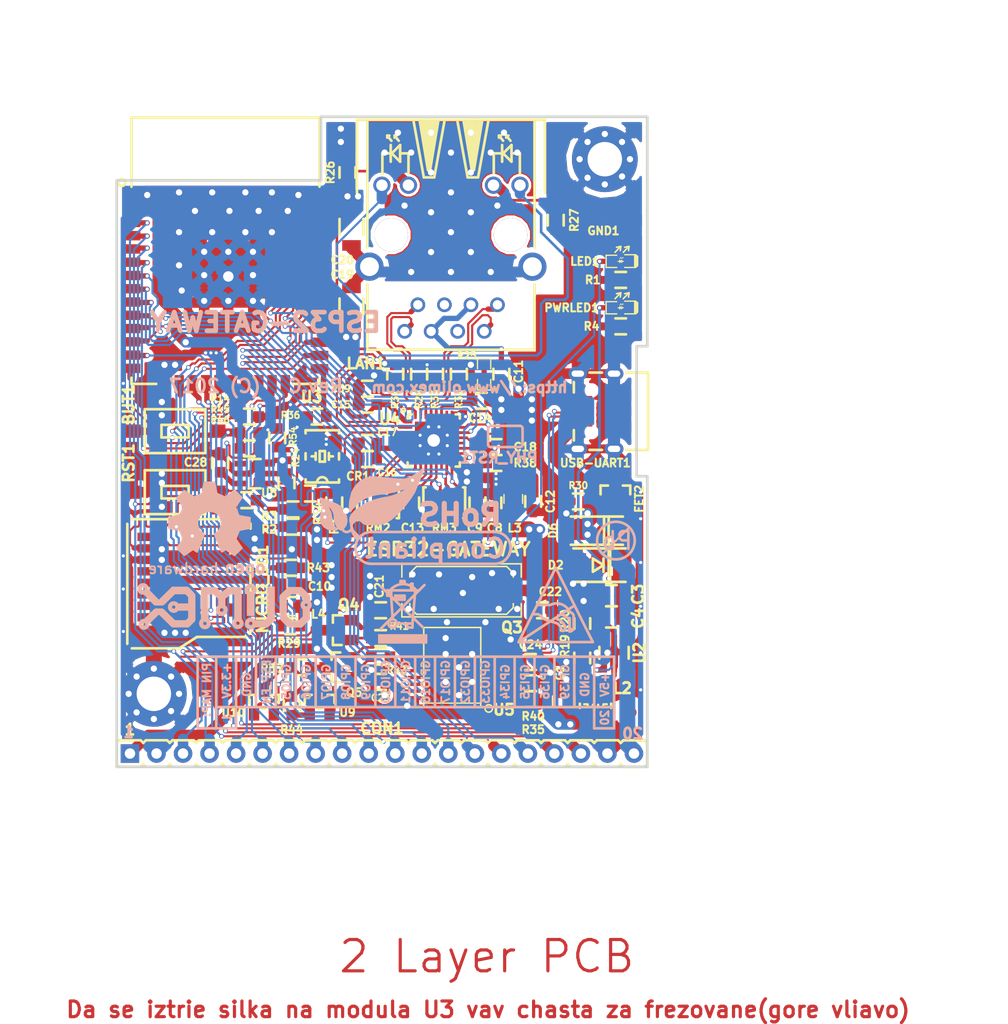
<source format=kicad_pcb>
(kicad_pcb (version 20171130) (host pcbnew 5.0.0-rc2-dev-unknown-8fcdc4f~64~ubuntu16.04.1)
  (title_block (title ESP32-GATEWAY) (rev A) (company "OLIMEX Ltd.") (comment 1 https://www.olimex.com))
  (layers (0 F.Cu mixed) (31 B.Cu mixed) (34 B.Paste user hide) (35 F.Paste user hide) (36 B.SilkS user hide) (37 F.SilkS user) (38 B.Mask user hide) (39 F.Mask user hide) (44 Edge.Cuts user))
  (net 0 "")
  (net 1 +5V)
  (net 2 GND)
  (net 3 "Net-(BUT1-Pad2)")
  (net 4 /GPI34/BUT1)
  (net 5 +3V3)
  (net 6 "Net-(C10-Pad1)")
  (net 7 "Net-(C11-Pad1)")
  (net 8 "Net-(C18-Pad2)")
  (net 9 "Net-(CR1-Pad3)")
  (net 10 /GPIO3/U0RXD)
  (net 11 /ESP_EN)
  (net 12 "/GPIO25/EMAC_RXD0(RMII)")
  (net 13 "/GPIO19/EMAC_TXD0(RMII)")
  (net 14 "/GPIO26/EMAC_RXD1(RMII)")
  (net 15 /GPIO9/SD_DATA2)
  (net 16 /GPIO8/SD_DATA1)
  (net 17 /GPIO6/SD_CLK)
  (net 18 /GPIO7/SD_DATA0)
  (net 19 /GPIO1/U0TXD)
  (net 20 /GPIO10/SD_DATA3)
  (net 21 /GPIO11/SD_CMD)
  (net 22 "Net-(L2-Pad1)")
  (net 23 "Net-(R19-Pad1)")
  (net 24 "Net-(R39-Pad1)")
  (net 25 /PHYAD0)
  (net 26 /PHYAD1)
  (net 27 /PHYAD2)
  (net 28 /RMIISEL)
  (net 29 /VDD1A-2A)
  (net 30 /VDDCR)
  (net 31 "/GPIO22/EMAC_TXD1(RMII)")
  (net 32 "/GPIO21/EMAC_TX_EN(RMII)")
  (net 33 "Net-(MICRO_SD1-Pad5)")
  (net 34 "Net-(LAN1-Pad1)")
  (net 35 "Net-(LAN1-Pad2)")
  (net 36 "Net-(LAN1-Pad7)")
  (net 37 "Net-(LAN1-Pad8)")
  (net 38 "Net-(LAN1-PadAG1)")
  (net 39 "Net-(LAN1-PadAY1)")
  (net 40 "Net-(LAN1-PadKG1)")
  (net 41 "Net-(LAN1-PadKY1)")
  (net 42 "Net-(C19-Pad1)")
  (net 43 "Net-(C21-Pad1)")
  (net 44 "Net-(C22-Pad1)")
  (net 45 "/GPIO23/MDC(RMII)")
  (net 46 /GPIO27/EMAC_RX_CRS_DV)
  (net 47 /GPIO0/XTAL1/CLKIN)
  (net 48 /GPIO2/HS2_DATA0)
  (net 49 /GPIO14/HS2_CLK)
  (net 50 /GPIO15/HS2_CMD)
  (net 51 "/GPIO18/MDIO(RMII)")
  (net 52 /+5V_USB)
  (net 53 "Net-(Q4-Pad2)")
  (net 54 "Net-(Q4-Pad1)")
  (net 55 "Net-(Q5-Pad2)")
  (net 56 "Net-(Q5-Pad1)")
  (net 57 "Net-(R35-Pad1)")
  (net 58 "Net-(R40-Pad1)")
  (net 59 "Net-(U3-Pad32)")
  (net 60 "Net-(U4-Pad4)")
  (net 61 "Net-(U4-Pad14)")
  (net 62 "Net-(U4-Pad18)")
  (net 63 "Net-(U4-Pad20)")
  (net 64 "Net-(U4-Pad26)")
  (net 65 "Net-(U5-Pad6)")
  (net 66 "Net-(U5-Pad7)")
  (net 67 "Net-(U5-Pad11)")
  (net 68 "Net-(U5-Pad12)")
  (net 69 "Net-(U5-Pad13)")
  (net 70 "Net-(U5-Pad14)")
  (net 71 "Net-(U5-Pad17)")
  (net 72 "Net-(USB-UART1-Pad4)")
  (net 73 /OSC_DIS)
  (net 74 "Net-(PWRLED1-Pad1)")
  (net 75 "Net-(Q5-Pad3)")
  (net 76 "Net-(C28-Pad1)")
  (net 77 "Net-(MICRO_SD1-Pad7)")
  (net 78 "Net-(R44-Pad2)")
  (net 79 /D_Com)
  (net 80 /GPI35)
  (net 81 /GPIO5)
  (net 82 +5V_EXT)
  (net 83 /GPIO16)
  (net 84 /GPIO17)
  (net 85 /GPI39)
  (net 86 /GPI36)
  (net 87 /GPIO4/HS2_DATA1)
  (net 88 /GPIO13/HS2_DATA3)
  (net 89 /GPIO12/HS2_DATA2)
  (net 90 /GPIO32)
  (net 91 "Net-(LED1-Pad1)")
  (net 92 /GPIO33/LED)
  (module OLIMEX_Crystal-FP:Q_49U3HMS (layer F.Cu) (at 102.616 112.395)
    (fp_text reference Q3 (at 4.826 3.556 180) (layer F.SilkS) (effects (font (size 1.016 1.016) (thickness 0.254))))
    (fp_text value "Q12MHz/20pF/30ppm/2P/HC-49SM(SMD)")
    (pad 1 smd rect (at -4.699 0) (size 4.826 1.1) (layers F.Cu F.Paste F.Mask) (net 43 "Net-(C21-Pad1)") (clearance 0.0508))
    (pad 2 smd rect (at 4.699 0) (size 4.826 1.1) (layers F.Cu F.Paste F.Mask) (net 44 "Net-(C22-Pad1)") (clearance 0.0508))
  )
  (module OLIMEX_RLC-FP:R_MATRIX_4 (layer F.Cu) (at 94.615 104.013)
    (fp_text reference RM2 (at 0 2.413) (layer F.SilkS) (effects (font (size 0.762 0.762) (thickness 0.1905))))
    (fp_text value "RA1206_(4X0603)_4B8_2.2k")
    (pad 3.1 smd rect (at 0.381 0.762) (size 0.381 1.016) (layers F.Cu F.Paste F.Mask) (net 5 +3V3) (clearance 0.0508))
    (pad 2.1 smd rect (at -0.381 0.762) (size 0.381 1.016) (layers F.Cu F.Paste F.Mask) (net 2 GND) (clearance 0.0508))
    (pad 3.2 smd rect (at 0.381 -0.762) (size 0.381 1.016) (layers F.Cu F.Paste F.Mask) (net 28 /RMIISEL) (clearance 0.0508))
    (pad 2.2 smd rect (at -0.381 -0.762) (size 0.381 1.016) (layers F.Cu F.Paste F.Mask) (net 27 /PHYAD2) (clearance 0.0508))
    (pad 4.1 smd rect (at 1.27 0.762) (size 0.635 1.016) (layers F.Cu F.Paste F.Mask) (net 5 +3V3) (clearance 0.0508))
    (pad 4.2 smd rect (at 1.27 -0.762) (size 0.635 1.016) (layers F.Cu F.Paste F.Mask) (net 14 "/GPIO26/EMAC_RXD1(RMII)") (clearance 0.0508))
    (pad 1.1 smd rect (at -1.27 0.762) (size 0.635 1.016) (layers F.Cu F.Paste F.Mask) (net 2 GND) (clearance 0.0508))
    (pad 1.2 smd rect (at -1.27 -0.762) (size 0.635 1.016) (layers F.Cu F.Paste F.Mask) (net 26 /PHYAD1) (clearance 0.0508))
  )
  (module OLIMEX_RLC-FP:R_MATRIX_4 (layer F.Cu) (at 100.965 104.013 180)
    (fp_text reference RM3 (at 0 -2.413 180) (layer F.SilkS) (effects (font (size 0.762 0.762) (thickness 0.1905))))
    (fp_text value "RA1206_(4X0603)_4B8_2.2k")
    (pad 3.1 smd rect (at 0.381 0.762 180) (size 0.381 1.016) (layers F.Cu F.Paste F.Mask) (net 12 "/GPIO25/EMAC_RXD0(RMII)") (clearance 0.0508))
    (pad 2.1 smd rect (at -0.381 0.762 180) (size 0.381 1.016) (layers F.Cu F.Paste F.Mask) (net 46 /GPIO27/EMAC_RX_CRS_DV) (clearance 0.0508))
    (pad 3.2 smd rect (at 0.381 -0.762 180) (size 0.381 1.016) (layers F.Cu F.Paste F.Mask) (net 5 +3V3) (clearance 0.0508))
    (pad 2.2 smd rect (at -0.381 -0.762 180) (size 0.381 1.016) (layers F.Cu F.Paste F.Mask) (net 5 +3V3) (clearance 0.0508))
    (pad 4.1 smd rect (at 1.27 0.762 180) (size 0.635 1.016) (layers F.Cu F.Paste F.Mask) (net 25 /PHYAD0) (clearance 0.0508))
    (pad 4.2 smd rect (at 1.27 -0.762 180) (size 0.635 1.016) (layers F.Cu F.Paste F.Mask) (net 2 GND) (clearance 0.0508))
    (pad 1.1 smd rect (at -1.27 0.762 180) (size 0.635 1.016) (layers F.Cu F.Paste F.Mask) (net 51 "/GPIO18/MDIO(RMII)") (clearance 0.0508))
    (pad 1.2 smd rect (at -1.27 -0.762 180) (size 0.635 1.016) (layers F.Cu F.Paste F.Mask) (net 5 +3V3) (clearance 0.0508))
  )
  (module OLIMEX_RLC-FP:L_0805_5MIL_DWS (layer F.Cu) (at 107.569 103.632 90)
    (fp_text reference L3 (at -2.794 0.127 180) (layer F.SilkS) (effects (font (size 0.762 0.762) (thickness 0.1905))))
    (fp_text value FB0805/600R/2A)
    (pad 1 smd rect (at -1.016 0 90) (size 1.524 1.27) (layers F.Cu F.Paste F.Mask) (net 5 +3V3) (clearance 0.0508))
    (pad 2 smd rect (at 1.016 0 90) (size 1.524 1.27) (layers F.Cu F.Paste F.Mask) (net 29 /VDD1A-2A) (clearance 0.0508))
  )
  (module OLIMEX_Transistors-FP:SOT23 (layer F.Cu) (at 117.348 102.997 270)
    (fp_text reference FET2 (at 0.635 -2.286 270) (layer F.SilkS) (effects (font (size 0.762 0.762) (thickness 0.1905))))
    (fp_text value WPM2015-3/TR)
    (pad 1 smd rect (at 1.10744 0.94996 270) (size 1.4 1) (layers F.Cu F.Paste F.Mask) (net 82 +5V_EXT) (clearance 0.0508))
    (pad 2 smd rect (at 1.10744 -0.9525 270) (size 1.4 1) (layers F.Cu F.Paste F.Mask) (net 1 +5V) (clearance 0.0508))
    (pad 3 smd rect (at -1.10236 0.00254 270) (size 1.4 1) (layers F.Cu F.Paste F.Mask) (net 52 /+5V_USB) (clearance 0.0508))
  )
  (module OLIMEX_Regulators-FP:SOT-23-5 (layer F.Cu) (at 117.221 118.364 270)
    (fp_text reference U2 (at 0 -2.413 270) (layer F.SilkS) (effects (font (size 1.016 1.016) (thickness 0.254))))
    (fp_text value "SY8089AAAC(SOT23-5)")
    (pad 1 smd rect (at 1.3 0.95 270) (size 1.2 0.55) (layers F.Cu F.Paste F.Mask) (net 1 +5V) (clearance 0.0508))
    (pad 2 smd rect (at 1.3 0 270) (size 1.2 0.55) (layers F.Cu F.Paste F.Mask) (net 2 GND) (clearance 0.0508))
    (pad 3 smd rect (at 1.3 -0.95 270) (size 1.2 0.55) (layers F.Cu F.Paste F.Mask) (net 22 "Net-(L2-Pad1)") (clearance 0.0508))
    (pad 5 smd rect (at -1.3 0.95 270) (size 1.2 0.55) (layers F.Cu F.Paste F.Mask) (net 23 "Net-(R19-Pad1)") (clearance 0.0508))
    (pad 4 smd rect (at -1.3 -0.95 270) (size 1.2 0.55) (layers F.Cu F.Paste F.Mask) (net 1 +5V) (clearance 0.0508))
  )
  (module OLIMEX_RLC-FP:CD32 (layer F.Cu) (at 115.443 123.444 270)
    (fp_text reference L2 (at -1.6764 -2.5654) (layer F.SilkS) (effects (font (size 1.016 1.016) (thickness 0.254))))
    (fp_text value 2.2uH/1.5A/DCR<0.1R/CD32)
    (pad 2 smd rect (at 1.2 0 90) (size 1.6 3) (layers F.Cu F.Paste F.Mask) (net 5 +3V3) (clearance 0.0508))
    (pad 1 smd rect (at -1.2 0 90) (size 1.6 3) (layers F.Cu F.Paste F.Mask) (net 22 "Net-(L2-Pad1)") (clearance 0.0508))
  )
  (module OLIMEX_Transistors-FP:SOT23 (layer F.Cu) (at 90.932 116.205)
    (fp_text reference Q4 (at 0.889 -2.413) (layer F.SilkS) (effects (font (size 1.016 1.016) (thickness 0.254))))
    (fp_text value "BC817-40(SOT23)")
    (pad 1 smd rect (at 1.10744 0.94996) (size 1.4 1) (layers F.Cu F.Paste F.Mask) (net 54 "Net-(Q4-Pad1)") (clearance 0.0508))
    (pad 2 smd rect (at 1.10744 -0.9525) (size 1.4 1) (layers F.Cu F.Paste F.Mask) (net 53 "Net-(Q4-Pad2)") (clearance 0.0508))
    (pad 3 smd rect (at -1.10236 0.00254) (size 1.4 1) (layers F.Cu F.Paste F.Mask) (net 11 /ESP_EN) (clearance 0.0508))
  )
  (module OLIMEX_Transistors-FP:SOT23 (layer F.Cu) (at 90.805 119.761)
    (fp_text reference Q5 (at 1.524 2.413) (layer F.SilkS) (effects (font (size 0.762 0.762) (thickness 0.1905))))
    (fp_text value "BC817-40(SOT23)")
    (pad 1 smd rect (at 1.10744 0.94996) (size 1.4 1) (layers F.Cu F.Paste F.Mask) (net 56 "Net-(Q5-Pad1)") (clearance 0.0508))
    (pad 2 smd rect (at 1.10744 -0.9525) (size 1.4 1) (layers F.Cu F.Paste F.Mask) (net 55 "Net-(Q5-Pad2)") (clearance 0.0508))
    (pad 3 smd rect (at -1.10236 0.00254) (size 1.4 1) (layers F.Cu F.Paste F.Mask) (net 75 "Net-(Q5-Pad3)") (clearance 0.0508))
  )
  (module OLIMEX_RLC-FP:L_0805_5MIL_DWS (layer F.Cu) (at 86.233 113.919 180)
    (fp_text reference L4 (at -2.667 -0.762 180) (layer F.SilkS) (effects (font (size 0.762 0.762) (thickness 0.1905))))
    (fp_text value FB0805/600R/2A)
    (pad 1 smd rect (at -1.016 0 180) (size 1.524 1.27) (layers F.Cu F.Paste F.Mask) (net 5 +3V3) (clearance 0.0508))
    (pad 2 smd rect (at 1.016 0 180) (size 1.524 1.27) (layers F.Cu F.Paste F.Mask) (net 6 "Net-(C10-Pad1)") (clearance 0.0508))
  )
  (module OLIMEX_Cases-FP:ESP-WROOM-32_MODULE (layer F.Cu) (at 80.01 79.883)
    (fp_text reference U3 (at 8.255 13.97) (layer F.SilkS) (effects (font (size 1.016 1.016) (thickness 0.254))))
    (fp_text value ESP-WROOM-32)
    (pad 39 thru_hole circle (at -2.0404 4.7998) (size 1.3 1.3) (drill 0.6) (layers *.Cu *.Mask) (net 2 GND))
    (pad 39 thru_hole circle (at 0.271 2.463) (size 2 2) (drill 1) (layers *.Cu *.Mask) (net 2 GND))
    (pad 39 smd rect (at 0.3 2.45) (size 6 6) (layers F.Cu F.Mask) (net 2 GND))
    (pad 38 smd rect (at 9 -5.21) (size 1.7 0.9) (layers F.Cu F.Paste F.Mask) (net 2 GND))
    (pad 37 smd rect (at 9 -3.94) (size 1.7 0.9) (layers F.Cu F.Paste F.Mask) (net 45 "/GPIO23/MDC(RMII)"))
    (pad 36 smd rect (at 9 -2.67) (size 1.7 0.9) (layers F.Cu F.Paste F.Mask) (net 31 "/GPIO22/EMAC_TXD1(RMII)"))
    (pad 35 smd rect (at 9 -1.4) (size 1.7 0.9) (layers F.Cu F.Paste F.Mask) (net 19 /GPIO1/U0TXD))
    (pad 34 smd rect (at 9 -0.13) (size 1.7 0.9) (layers F.Cu F.Paste F.Mask) (net 10 /GPIO3/U0RXD))
    (pad 33 smd rect (at 9 1.14) (size 1.7 0.9) (layers F.Cu F.Paste F.Mask) (net 32 "/GPIO21/EMAC_TX_EN(RMII)"))
    (pad 32 smd rect (at 9 2.41) (size 1.7 0.9) (layers F.Cu F.Paste F.Mask) (net 59 "Net-(U3-Pad32)"))
    (pad 31 smd rect (at 9 3.68) (size 1.7 0.9) (layers F.Cu F.Paste F.Mask) (net 13 "/GPIO19/EMAC_TXD0(RMII)"))
    (pad 30 smd rect (at 9 4.95) (size 1.7 0.9) (layers F.Cu F.Paste F.Mask) (net 51 "/GPIO18/MDIO(RMII)"))
    (pad 29 smd rect (at 9 6.22) (size 1.7 0.9) (layers F.Cu F.Paste F.Mask) (net 81 /GPIO5))
    (pad 28 smd rect (at 9 7.49) (size 1.7 0.9) (layers F.Cu F.Paste F.Mask) (net 84 /GPIO17))
    (pad 27 smd rect (at 9 8.76) (size 1.7 0.9) (layers F.Cu F.Paste F.Mask) (net 83 /GPIO16))
    (pad 26 smd rect (at 9 10.03) (size 1.7 0.9) (layers F.Cu F.Paste F.Mask) (net 87 /GPIO4/HS2_DATA1))
    (pad 25 smd rect (at 9 11.3) (size 1.7 0.9) (layers F.Cu F.Paste F.Mask) (net 47 /GPIO0/XTAL1/CLKIN))
    (pad 24 smd rect (at 5.73 12.75) (size 0.9 1.7) (layers F.Cu F.Paste F.Mask) (net 48 /GPIO2/HS2_DATA0))
    (pad 23 smd rect (at 4.46 12.75) (size 0.9 1.7) (layers F.Cu F.Paste F.Mask) (net 50 /GPIO15/HS2_CMD))
    (pad 22 smd rect (at 3.19 12.75) (size 0.9 1.7) (layers F.Cu F.Paste F.Mask) (net 16 /GPIO8/SD_DATA1))
    (pad 21 smd rect (at 1.92 12.75) (size 0.9 1.7) (layers F.Cu F.Paste F.Mask) (net 18 /GPIO7/SD_DATA0))
    (pad 20 smd rect (at 0.65 12.75) (size 0.9 1.7) (layers F.Cu F.Paste F.Mask) (net 17 /GPIO6/SD_CLK))
    (pad 19 smd rect (at -0.62 12.75) (size 0.9 1.7) (layers F.Cu F.Paste F.Mask) (net 21 /GPIO11/SD_CMD))
    (pad 18 smd rect (at -1.89 12.75) (size 0.9 1.7) (layers F.Cu F.Paste F.Mask) (net 20 /GPIO10/SD_DATA3))
    (pad 17 smd rect (at -3.16 12.75) (size 0.9 1.7) (layers F.Cu F.Paste F.Mask) (net 15 /GPIO9/SD_DATA2))
    (pad 16 smd rect (at -4.43 12.75) (size 0.9 1.7) (layers F.Cu F.Paste F.Mask) (net 88 /GPIO13/HS2_DATA3))
    (pad 15 smd rect (at -5.7 12.75) (size 0.9 1.7) (layers F.Cu F.Paste F.Mask) (net 2 GND))
    (pad 14 smd rect (at -9 11.26) (size 1.7 0.9) (layers F.Cu F.Paste F.Mask) (net 89 /GPIO12/HS2_DATA2))
    (pad 13 smd rect (at -9 9.99) (size 1.7 0.9) (layers F.Cu F.Paste F.Mask) (net 49 /GPIO14/HS2_CLK))
    (pad 12 smd rect (at -9 8.72) (size 1.7 0.9) (layers F.Cu F.Paste F.Mask) (net 46 /GPIO27/EMAC_RX_CRS_DV))
    (pad 11 smd rect (at -9 7.45) (size 1.7 0.9) (layers F.Cu F.Paste F.Mask) (net 14 "/GPIO26/EMAC_RXD1(RMII)"))
    (pad 10 smd rect (at -9 6.18) (size 1.7 0.9) (layers F.Cu F.Paste F.Mask) (net 12 "/GPIO25/EMAC_RXD0(RMII)"))
    (pad 9 smd rect (at -9 4.91) (size 1.7 0.9) (layers F.Cu F.Paste F.Mask) (net 92 /GPIO33/LED))
    (pad 8 smd rect (at -9 3.64) (size 1.7 0.9) (layers F.Cu F.Paste F.Mask) (net 90 /GPIO32))
    (pad 7 smd rect (at -9 2.37) (size 1.7 0.9) (layers F.Cu F.Paste F.Mask) (net 80 /GPI35))
    (pad 6 smd rect (at -9 1.1) (size 1.7 0.9) (layers F.Cu F.Paste F.Mask) (net 4 /GPI34/BUT1))
    (pad 5 smd rect (at -9 -0.17) (size 1.7 0.9) (layers F.Cu F.Paste F.Mask) (net 85 /GPI39))
    (pad 4 smd rect (at -9 -1.44) (size 1.7 0.9) (layers F.Cu F.Paste F.Mask) (net 86 /GPI36))
    (pad 3 smd rect (at -9 -2.71) (size 1.7 0.9) (layers F.Cu F.Paste F.Mask) (net 11 /ESP_EN))
    (pad 2 smd rect (at -9 -3.98) (size 1.7 0.9) (layers F.Cu F.Paste F.Mask) (net 5 +3V3))
    (pad 1 smd rect (at -9 -5.25) (size 1.7 0.9) (layers F.Cu F.Paste F.Mask) (net 2 GND))
    (pad 39 thru_hole circle (at 2.6332 4.7998) (size 1.3 1.3) (drill 0.6) (layers *.Cu *.Mask) (net 2 GND))
    (pad 39 thru_hole circle (at -2.0404 0.1008) (size 1.3 1.3) (drill 0.6) (layers *.Cu *.Mask) (net 2 GND))
    (pad 39 thru_hole circle (at 2.6332 0.1008) (size 1.3 1.3) (drill 0.6) (layers *.Cu *.Mask) (net 2 GND))
    (pad 39 thru_hole circle (at 0.271 0.1008) (size 1.3 1.3) (drill 0.6) (layers *.Cu *.Mask) (net 2 GND))
    (pad 39 thru_hole circle (at 0.271 4.7998) (size 1.3 1.3) (drill 0.6) (layers *.Cu *.Mask) (net 2 GND))
    (pad 39 thru_hole circle (at -2.0404 2.336) (size 1.3 1.3) (drill 0.6) (layers *.Cu *.Mask) (net 2 GND))
    (pad 39 thru_hole circle (at 2.6332 2.336) (size 1.3 1.3) (drill 0.6) (layers *.Cu *.Mask) (net 2 GND))
  )
  (module OLIMEX_IC-FP:SOT-23-5 (layer F.Cu) (at 82.804 101.219)
    (fp_text reference U8 (at 1.397 1.8415) (layer F.SilkS) (effects (font (size 0.762 0.762) (thickness 0.1905))))
    (fp_text value "NCP303LSN27T1G(SOT-23-5)")
    (pad 1 smd rect (at 1.3 0.95) (size 1.2 0.55) (layers F.Cu F.Paste F.Mask) (net 73 /OSC_DIS) (clearance 0.0508))
    (pad 2 smd rect (at 1.3 0) (size 1.2 0.55) (layers F.Cu F.Paste F.Mask) (net 11 /ESP_EN) (clearance 0.0508))
    (pad 3 smd rect (at 1.3 -0.95) (size 1.2 0.55) (layers F.Cu F.Paste F.Mask) (net 2 GND) (clearance 0.0508))
    (pad 5 smd rect (at -1.3 0.95) (size 1.2 0.55) (layers F.Cu F.Paste F.Mask) (net 76 "Net-(C28-Pad1)") (clearance 0.0508))
    (pad 4 smd rect (at -1.3 -0.95) (size 1.2 0.55) (layers F.Cu F.Paste F.Mask) (clearance 0.0508))
  )
  (module "OLIMEX_Buttons-FP:T1107A(6x3,8x2,5MM)" (layer F.Cu) (at 75.184 102.997 180)
    (fp_text reference RST1 (at 4.445 2.794 270) (layer F.SilkS) (effects (font (size 1.016 1.016) (thickness 0.254))))
    (fp_text value "T1107A(6x3,8x2,5MM)")
    (pad 1 smd rect (at -4.064 0 270) (size 1.27 1.524) (layers F.Cu F.Paste F.Mask) (net 11 /ESP_EN) (clearance 0.0508))
    (pad 2 smd rect (at 4.064 0 270) (size 1.27 1.524) (layers F.Cu F.Paste F.Mask) (net 2 GND) (clearance 0.0508))
  )
  (module "OLIMEX_Buttons-FP:T1107A(6x3,8x2,5MM)" (layer F.Cu) (at 75.184 97.155 180)
    (fp_text reference BUT1 (at 4.445 2.54 270) (layer F.SilkS) (effects (font (size 1.016 1.016) (thickness 0.254))))
    (fp_text value "T1107A(6x3,8x2,5MM)")
    (pad 1 smd rect (at -4.064 0 270) (size 1.27 1.524) (layers F.Cu F.Paste F.Mask) (net 4 /GPI34/BUT1) (clearance 0.0508))
    (pad 2 smd rect (at 4.064 0 270) (size 1.27 1.524) (layers F.Cu F.Paste F.Mask) (net 3 "Net-(BUT1-Pad2)") (clearance 0.0508))
  )
  (module OLIMEX_IC-FP:SSOP-20W (layer F.Cu) (at 101.727 119.761 90)
    (fp_text reference U5 (at -4.064 4.953 180) (layer F.SilkS) (effects (font (size 1.016 1.016) (thickness 0.254))))
    (fp_text value "CH340T(SSOP20W)")
    (pad 1 smd rect (at -2.925 3.6195 90) (size 0.325 1.27) (layers F.Cu F.Paste F.Mask))
    (pad 2 smd rect (at -2.275 3.6195 90) (size 0.325 1.27) (layers F.Cu F.Paste F.Mask))
    (pad 3 smd rect (at -1.625 3.6195 90) (size 0.325 1.27) (layers F.Cu F.Paste F.Mask) (net 57 "Net-(R35-Pad1)"))
    (pad 4 smd rect (at -0.975 3.6195 90) (size 0.325 1.27) (layers F.Cu F.Paste F.Mask) (net 58 "Net-(R40-Pad1)"))
    (pad 5 smd rect (at -0.325 3.6195 90) (size 0.325 1.27) (layers F.Cu F.Paste F.Mask) (net 5 +3V3))
    (pad 6 smd rect (at 0.325 3.6195 90) (size 0.325 1.27) (layers F.Cu F.Paste F.Mask) (net 65 "Net-(U5-Pad6)"))
    (pad 7 smd rect (at 0.975 3.6195 90) (size 0.325 1.27) (layers F.Cu F.Paste F.Mask) (net 66 "Net-(U5-Pad7)"))
    (pad 8 smd rect (at 1.625 3.6195 90) (size 0.325 1.27) (layers F.Cu F.Paste F.Mask) (net 2 GND))
    (pad 9 smd rect (at 2.275 3.6195 90) (size 0.325 1.27) (layers F.Cu F.Paste F.Mask) (net 43 "Net-(C21-Pad1)"))
    (pad 10 smd rect (at 2.925 3.6195 90) (size 0.325 1.27) (layers F.Cu F.Paste F.Mask) (net 44 "Net-(C22-Pad1)"))
    (pad 11 smd rect (at 2.925 -3.6195 90) (size 0.325 1.27) (layers F.Cu F.Paste F.Mask) (net 67 "Net-(U5-Pad11)"))
    (pad 12 smd rect (at 2.275 -3.6195 90) (size 0.325 1.27) (layers F.Cu F.Paste F.Mask) (net 68 "Net-(U5-Pad12)"))
    (pad 13 smd rect (at 1.625 -3.6195 90) (size 0.325 1.27) (layers F.Cu F.Paste F.Mask) (net 69 "Net-(U5-Pad13)"))
    (pad 14 smd rect (at 0.975 -3.6195 90) (size 0.325 1.27) (layers F.Cu F.Paste F.Mask) (net 70 "Net-(U5-Pad14)"))
    (pad 15 smd rect (at 0.325 -3.6195 90) (size 0.325 1.27) (layers F.Cu F.Paste F.Mask) (net 55 "Net-(Q5-Pad2)"))
    (pad 16 smd rect (at -0.325 -3.6195 90) (size 0.325 1.27) (layers F.Cu F.Paste F.Mask) (net 53 "Net-(Q4-Pad2)"))
    (pad 17 smd rect (at -0.975 -3.6195 90) (size 0.325 1.27) (layers F.Cu F.Paste F.Mask) (net 71 "Net-(U5-Pad17)"))
    (pad 18 smd rect (at -1.625 -3.6195 90) (size 0.325 1.27) (layers F.Cu F.Paste F.Mask))
    (pad 19 smd rect (at -2.275 -3.6195 90) (size 0.325 1.27) (layers F.Cu F.Paste F.Mask) (net 5 +3V3))
    (pad 20 smd rect (at -2.925 -3.6195 90) (size 0.325 1.27) (layers F.Cu F.Paste F.Mask) (net 2 GND))
  )
  (module OLIMEX_Other-FP:Fiducial1x3 (layer F.Cu) (at 118.872 124.079)
    (fp_text reference "" (at 0 3) (layer F.SilkS))
    (fp_text value "")
    (pad Fid1 connect circle (at 0 0) (size 1 1) (layers F.Cu F.Mask) (clearance 1.016))
  )
  (module OLIMEX_Other-FP:Mounting_hole_Shield_3.3mm (layer F.Cu) (at 116.332 71.12)
    (fp_text reference MH2 hide)
    (fp_text value Mounting_hole_Shield_3.3mm hide)
    (pad GND1 thru_hole circle (at -2.413 0) (size 1.2 1.2) (drill 0.6) (layers *.Cu *.Mask) (net 2 GND))
    (pad GND1 thru_hole circle (at 2.413 0) (size 1.2 1.2) (drill 0.6) (layers *.Cu *.Mask) (net 2 GND))
    (pad GND1 thru_hole circle (at 1.651 1.651) (size 1.2 1.2) (drill 0.6) (layers *.Cu *.Mask) (net 2 GND))
    (pad GND1 thru_hole circle (at -1.651 1.778) (size 1.2 1.2) (drill 0.6) (layers *.Cu *.Mask) (net 2 GND))
    (pad GND1 thru_hole circle (at 1.651 -1.651) (size 1.2 1.2) (drill 0.6) (layers *.Cu *.Mask) (net 2 GND))
    (pad GND1 thru_hole circle (at -1.651 -1.651) (size 1.2 1.2) (drill 0.6) (layers *.Cu *.Mask) (net 2 GND))
    (pad GND1 thru_hole circle (at 0 2.413) (size 1.2 1.2) (drill 0.6) (layers *.Cu *.Mask) (net 2 GND))
    (pad GND1 thru_hole circle (at 0 -2.413) (size 1.2 1.2) (drill 0.6) (layers *.Cu *.Mask) (net 2 GND))
    (pad GND1 thru_hole circle (at 0 0) (size 6.3 6.3) (drill 3.3) (layers *.Cu *.Mask) (net 2 GND))
  )
  (module OLIMEX_Other-FP:Mounting_hole_Shield_3.3mm (layer F.Cu) (at 73.152 122.301)
    (fp_text reference MH1 hide)
    (fp_text value Mounting_hole_Shield_3.3mm hide)
    (pad GND1 thru_hole circle (at 0 0) (size 6.3 6.3) (drill 3.3) (layers *.Cu *.Mask) (net 2 GND))
    (pad GND1 thru_hole circle (at 0 -2.413) (size 1.2 1.2) (drill 0.6) (layers *.Cu *.Mask) (net 2 GND))
    (pad GND1 thru_hole circle (at 0 2.413) (size 1.2 1.2) (drill 0.6) (layers *.Cu *.Mask) (net 2 GND))
    (pad GND1 thru_hole circle (at -1.651 -1.651) (size 1.2 1.2) (drill 0.6) (layers *.Cu *.Mask) (net 2 GND))
    (pad GND1 thru_hole circle (at 1.651 -1.651) (size 1.2 1.2) (drill 0.6) (layers *.Cu *.Mask) (net 2 GND))
    (pad GND1 thru_hole circle (at -1.651 1.778) (size 1.2 1.2) (drill 0.6) (layers *.Cu *.Mask) (net 2 GND))
    (pad GND1 thru_hole circle (at 1.651 1.651) (size 1.2 1.2) (drill 0.6) (layers *.Cu *.Mask) (net 2 GND))
    (pad GND1 thru_hole circle (at 2.413 0) (size 1.2 1.2) (drill 0.6) (layers *.Cu *.Mask) (net 2 GND))
    (pad GND1 thru_hole circle (at -2.413 0) (size 1.2 1.2) (drill 0.6) (layers *.Cu *.Mask) (net 2 GND))
  )
  (module "OLIMEX_IC-FP:QFN32_EP(33)_5.00x5.00x0.90mm_Pitch_0.50mm" (layer F.Cu) (at 99.949 98.044 270)
    (fp_text reference U4 (at -2.032 4.191 180) (layer F.SilkS) (effects (font (size 1.016 1.016) (thickness 0.254))))
    (fp_text value "LAN8710A-EZC(QFN32)")
    (pad 33 smd rect (at 0 0 270) (size 3.6 3.6) (layers F.Cu F.Mask) (net 2 GND))
    (pad 33 thru_hole rect (at -0.5 -1.3 270) (size 0.4 0.4) (drill 0.3) (layers *.Cu F.Mask) (net 2 GND))
    (pad 33 thru_hole rect (at 0.5 -1.3 270) (size 0.4 0.4) (drill 0.3) (layers *.Cu F.Mask) (net 2 GND))
    (pad 33 thru_hole rect (at 1.3 -0.5 270) (size 0.4 0.4) (drill 0.29972) (layers *.Cu F.Mask) (net 2 GND))
    (pad 33 thru_hole rect (at 1.3 0.5 270) (size 0.4 0.4) (drill 0.3) (layers *.Cu F.Mask) (net 2 GND))
    (pad 33 thru_hole rect (at 0.5 1.3 270) (size 0.4 0.4) (drill 0.3) (layers *.Cu F.Mask) (net 2 GND))
    (pad 33 thru_hole rect (at -0.5 1.3 270) (size 0.4 0.4) (drill 0.3) (layers *.Cu F.Mask) (net 2 GND))
    (pad 33 thru_hole rect (at -1.3 0.5 270) (size 0.4 0.4) (drill 0.3) (layers *.Cu F.Mask) (net 2 GND))
    (pad 33 thru_hole rect (at -1.3 -0.5 270) (size 0.4 0.4) (drill 0.3) (layers *.Cu F.Mask) (net 2 GND))
    (pad 33 thru_hole rect (at 0 0 270) (size 1.4224 1.4224) (drill 1.2) (layers *.Cu *.Mask) (net 2 GND))
    (pad 32 smd rect (at -2.45 1.75 270) (size 0.8 0.25) (layers F.Cu F.Paste F.Mask) (net 24 "Net-(R39-Pad1)"))
    (pad 31 smd rect (at -2.45 1.25 270) (size 0.8 0.25) (layers F.Cu F.Paste F.Mask) (net 36 "Net-(LAN1-Pad7)"))
    (pad 30 smd rect (at -2.45 0.75 270) (size 0.8 0.25) (layers F.Cu F.Paste F.Mask) (net 37 "Net-(LAN1-Pad8)"))
    (pad 29 smd rect (at -2.45 0.25 270) (size 0.8 0.25) (layers F.Cu F.Paste F.Mask) (net 34 "Net-(LAN1-Pad1)"))
    (pad 28 smd rect (at -2.45 -0.25 270) (size 0.8 0.25) (layers F.Cu F.Paste F.Mask) (net 35 "Net-(LAN1-Pad2)"))
    (pad 27 smd rect (at -2.45 -0.75 270) (size 0.8 0.25) (layers F.Cu F.Paste F.Mask) (net 29 /VDD1A-2A))
    (pad 26 smd rect (at -2.45 -1.25 270) (size 0.8 0.25) (layers F.Cu F.Paste F.Mask) (net 64 "Net-(U4-Pad26)"))
    (pad 25 smd rect (at -2.45 -1.75 270) (size 0.8 0.25) (layers F.Cu F.Paste F.Mask) (net 2 GND))
    (pad 24 smd rect (at -1.75 -2.45 180) (size 0.8 0.25) (layers F.Cu F.Paste F.Mask) (net 2 GND))
    (pad 23 smd rect (at -1.25 -2.45 180) (size 0.8 0.25) (layers F.Cu F.Paste F.Mask) (net 31 "/GPIO22/EMAC_TXD1(RMII)"))
    (pad 22 smd rect (at -0.75 -2.45 180) (size 0.8 0.25) (layers F.Cu F.Paste F.Mask) (net 13 "/GPIO19/EMAC_TXD0(RMII)"))
    (pad 21 smd rect (at -0.25 -2.45 180) (size 0.8 0.25) (layers F.Cu F.Paste F.Mask) (net 32 "/GPIO21/EMAC_TX_EN(RMII)"))
    (pad 20 smd rect (at 0.25 -2.45 180) (size 0.8 0.25) (layers F.Cu F.Paste F.Mask) (net 63 "Net-(U4-Pad20)"))
    (pad 19 smd rect (at 0.75 -2.45 180) (size 0.8 0.25) (layers F.Cu F.Paste F.Mask) (net 8 "Net-(C18-Pad2)"))
    (pad 18 smd rect (at 1.25 -2.45 180) (size 0.8 0.25) (layers F.Cu F.Paste F.Mask) (net 62 "Net-(U4-Pad18)"))
    (pad 17 smd rect (at 1.75 -2.45 180) (size 0.8 0.25) (layers F.Cu F.Paste F.Mask) (net 45 "/GPIO23/MDC(RMII)"))
    (pad 16 smd rect (at 2.45 -1.75 90) (size 0.8 0.25) (layers F.Cu F.Paste F.Mask) (net 51 "/GPIO18/MDIO(RMII)"))
    (pad 15 smd rect (at 2.45 -1.25 90) (size 0.8 0.25) (layers F.Cu F.Paste F.Mask) (net 46 /GPIO27/EMAC_RX_CRS_DV))
    (pad 14 smd rect (at 2.45 -0.75 90) (size 0.8 0.25) (layers F.Cu F.Paste F.Mask) (net 61 "Net-(U4-Pad14)"))
    (pad 13 smd rect (at 2.45 -0.25 90) (size 0.8 0.25) (layers F.Cu F.Paste F.Mask) (net 25 /PHYAD0))
    (pad 12 smd rect (at 2.45 0.25 90) (size 0.8 0.25) (layers F.Cu F.Paste F.Mask) (net 5 +3V3))
    (pad 11 smd rect (at 2.45 0.75 90) (size 0.8 0.25) (layers F.Cu F.Paste F.Mask) (net 12 "/GPIO25/EMAC_RXD0(RMII)"))
    (pad 10 smd rect (at 2.45 1.25 90) (size 0.8 0.25) (layers F.Cu F.Paste F.Mask) (net 14 "/GPIO26/EMAC_RXD1(RMII)"))
    (pad 9 smd rect (at 2.45 1.75 90) (size 0.8 0.25) (layers F.Cu F.Paste F.Mask) (net 28 /RMIISEL))
    (pad 8 smd rect (at 1.75 2.45) (size 0.8 0.25) (layers F.Cu F.Paste F.Mask) (net 27 /PHYAD2))
    (pad 7 smd rect (at 1.25 2.45) (size 0.8 0.25) (layers F.Cu F.Paste F.Mask) (net 26 /PHYAD1))
    (pad 6 smd rect (at 0.75 2.45) (size 0.8 0.25) (layers F.Cu F.Paste F.Mask) (net 30 /VDDCR))
    (pad 5 smd rect (at 0.25 2.45) (size 0.8 0.25) (layers F.Cu F.Paste F.Mask) (net 47 /GPIO0/XTAL1/CLKIN))
    (pad 4 smd rect (at -0.25 2.45) (size 0.8 0.25) (layers F.Cu F.Paste F.Mask) (net 60 "Net-(U4-Pad4)"))
    (pad 3 smd rect (at -0.75 2.45) (size 0.8 0.25) (layers F.Cu F.Paste F.Mask) (net 39 "Net-(LAN1-PadAY1)"))
    (pad 2 smd rect (at -1.25 2.45) (size 0.8 0.25) (layers F.Cu F.Paste F.Mask) (net 40 "Net-(LAN1-PadKG1)"))
    (pad 1 smd rect (at -1.75 2.45) (size 0.8 0.25) (layers F.Cu F.Paste F.Mask) (net 29 /VDD1A-2A))
  )
  (module OLIMEX_RLC-FP:0R_0603 (layer F.Cu) (at 104.775 91.694 90)
    (fp_text reference R25 (at 1.778 -1.651) (layer F.SilkS) (effects (font (size 0.635 0.635) (thickness 0.15875))))
    (fp_text value "0R(board_mounted)")
    (pad 1 smd rect (at -0.889 0 90) (size 1.016 1.016) (layers F.Cu F.Paste F.Mask) (net 29 /VDD1A-2A) (clearance 0.0508))
    (pad 2 smd rect (at 0.889 0 90) (size 1.016 1.016) (layers F.Cu F.Paste F.Mask) (net 7 "Net-(C11-Pad1)") (clearance 0.0508))
    (pad 1 smd rect (at 0 0 90) (size 0.78 0.5) (layers F.Cu F.Mask) (net 29 /VDD1A-2A) (clearance 0.0508))
  )
  (module OLIMEX_Connectors-FP:TFC-WXCP11-08-LF (layer F.Cu) (at 76.327 111.125 180)
    (fp_text reference MICRO_SD1 (at -7.239 -1.143 270) (layer F.SilkS) (effects (font (size 1.016 1.016) (thickness 0.254))))
    (fp_text value TFC-WXCP11-08-LF)
    (pad SH2 smd rect (at -5.25 -3.15 270) (size 3.1 1.5) (layers F.Cu F.Paste F.Mask) (net 2 GND))
    (pad SH1 smd rect (at -5.25 2.91 270) (size 3.1 1.5) (layers F.Cu F.Paste F.Mask) (net 2 GND))
    (pad FID4 smd circle (at 5.72 5.54 270) (size 0.4 0.4) (layers F.Cu F.Mask))
    (pad FID3 smd circle (at -6.08 5.54 270) (size 0.4 0.4) (layers F.Cu F.Mask))
    (pad FID2 smd circle (at -6.08 -5.73 270) (size 0.4 0.4) (layers F.Cu F.Mask))
    (pad FID1 smd circle (at 5.72 -6.82 270) (size 0.4 0.4) (layers F.Cu F.Mask))
    (pad 8 smd rect (at 4 3.85 270) (size 0.8 1.5) (layers F.Cu F.Paste F.Mask) (net 87 /GPIO4/HS2_DATA1))
    (pad 7 smd rect (at 4 2.75 270) (size 0.8 1.5) (layers F.Cu F.Paste F.Mask) (net 77 "Net-(MICRO_SD1-Pad7)"))
    (pad 6 smd rect (at 4 1.65 270) (size 0.8 1.5) (layers F.Cu F.Paste F.Mask) (net 2 GND))
    (pad 5 smd rect (at 4 0.55 270) (size 0.8 1.5) (layers F.Cu F.Paste F.Mask) (net 33 "Net-(MICRO_SD1-Pad5)"))
    (pad 4 smd rect (at 4 -0.55 270) (size 0.8 1.5) (layers F.Cu F.Paste F.Mask) (net 6 "Net-(C10-Pad1)"))
    (pad 3 smd rect (at 4 -1.65 270) (size 0.8 1.5) (layers F.Cu F.Paste F.Mask) (net 50 /GPIO15/HS2_CMD))
    (pad 2 smd rect (at 4 -2.75 270) (size 0.8 1.5) (layers F.Cu F.Paste F.Mask) (net 88 /GPIO13/HS2_DATA3))
    (pad 1 smd rect (at 4 -3.85 270) (size 0.8 1.5) (layers F.Cu F.Paste F.Mask) (net 89 /GPIO12/HS2_DATA2))
  )
  (module OLIMEX_Connectors-FP:RJLBC-060TC1 (layer F.Cu) (at 101.6 78.359 180)
    (fp_text reference LAN1 (at 8.128 -12.319 180) (layer F.SilkS) (effects (font (size 1.016 1.016) (thickness 0.254))))
    (fp_text value "RJLD-060TC1(LPJ4013EDNL)")
    (pad Dril thru_hole circle (at 5.715 0 180) (size 3.2 3.2) (drill 3.2) (layers *.Cu *.Mask))
    (pad Dril thru_hole circle (at -5.715 0 180) (size 3.2 3.2) (drill 3.2) (layers *.Cu *.Mask))
    (pad KY1 thru_hole circle (at -4.07 4.7485 180) (size 1.65 1.65) (drill 1.1) (layers *.Cu *.Mask) (net 41 "Net-(LAN1-PadKY1)"))
    (pad KG1 thru_hole circle (at 6.61 4.7485 180) (size 1.65 1.65) (drill 1.1) (layers *.Cu *.Mask) (net 40 "Net-(LAN1-PadKG1)"))
    (pad GND2 thru_hole circle (at 7.8 -3.05 180) (size 2.7 2.7) (drill 1.8) (layers *.Cu *.Mask) (net 42 "Net-(C19-Pad1)"))
    (pad GND1 thru_hole circle (at -7.8 -3.05 180) (size 2.7 2.7) (drill 1.8) (layers *.Cu *.Mask) (net 42 "Net-(C19-Pad1)"))
    (pad AY1 thru_hole circle (at -6.61 4.7485 180) (size 1.65 1.65) (drill 1.1) (layers *.Cu *.Mask) (net 39 "Net-(LAN1-PadAY1)"))
    (pad AG1 thru_hole circle (at 4.07 4.7485 180) (size 1.65 1.65) (drill 1.1) (layers *.Cu *.Mask) (net 38 "Net-(LAN1-PadAG1)"))
    (pad 8 thru_hole circle (at 4.435 -9.24 180) (size 1.41 1.41) (drill 0.9) (layers *.Cu *.Mask) (net 37 "Net-(LAN1-Pad8)"))
    (pad 7 thru_hole circle (at 3.165 -6.7 180) (size 1.41 1.41) (drill 0.9) (layers *.Cu *.Mask) (net 36 "Net-(LAN1-Pad7)"))
    (pad 6 thru_hole circle (at 1.895 -9.24 180) (size 1.41 1.41) (drill 0.9) (layers *.Cu *.Mask) (net 7 "Net-(C11-Pad1)"))
    (pad 5 thru_hole circle (at 0.625 -6.7 180) (size 1.41 1.41) (drill 0.9) (layers *.Cu *.Mask))
    (pad 4 thru_hole circle (at -0.645 -9.24 180) (size 1.41 1.41) (drill 0.9) (layers *.Cu *.Mask))
    (pad 3 thru_hole circle (at -1.915 -6.7 180) (size 1.41 1.41) (drill 0.9) (layers *.Cu *.Mask) (net 7 "Net-(C11-Pad1)"))
    (pad 2 thru_hole circle (at -3.185 -9.24 180) (size 1.41 1.41) (drill 0.9) (layers *.Cu *.Mask) (net 35 "Net-(LAN1-Pad2)"))
    (pad 1 thru_hole circle (at -4.455 -6.7 180) (size 1.41 1.41) (drill 0.9) (layers *.Cu *.Mask) (net 34 "Net-(LAN1-Pad1)"))
  )
  (module OLIMEX_Jumpers-FP:SJ (layer B.Cu) (at 106.807 97.663 180)
    (fp_text reference PHY_RST1 (at 0.635 -2.032 180) (layer B.SilkS) (effects (font (size 1.016 1.016) (thickness 0.254)) (justify mirror)))
    (fp_text value Opened)
    (pad 1 smd rect (at -0.762 0 180) (size 1.1684 1.6002) (layers B.Cu B.Mask) (net 2 GND) (clearance 0.0508))
    (pad 1 smd rect (at -0.762 0 180) (size 1.1684 1.6002) (layers B.Cu B.Mask) (net 2 GND))
    (pad 2 smd rect (at 0.762 0 180) (size 1.1684 1.6002) (layers B.Cu B.Mask) (net 8 "Net-(C18-Pad2)") (clearance 0.0508))
  )
  (module OLIMEX_RLC-FP:C_0805_5MIL_DWS (layer F.Cu) (at 112.395 123.063 90)
    (fp_text reference C1 (at 2.794 -0.381 90) (layer F.SilkS) (effects (font (size 0.762 0.762) (thickness 0.1905))))
    (fp_text value 47uF/6.3V/20%/X5R/C0805)
    (pad 2 smd rect (at 1.016 0 180) (size 1.524 1.27) (layers F.Cu F.Paste F.Mask) (net 2 GND))
    (pad 1 smd rect (at -1.016 0 180) (size 1.524 1.27) (layers F.Cu F.Paste F.Mask) (net 5 +3V3))
  )
  (module OLIMEX_RLC-FP:C_0603_5MIL_DWS (layer F.Cu) (at 105.664 104.013 90)
    (fp_text reference C8 (at -2.413 0.127 180) (layer F.SilkS) (effects (font (size 0.762 0.762) (thickness 0.1905))))
    (fp_text value 22uF/6.3V/20%/X5R/C0603)
    (pad 1 smd rect (at -0.889 0 90) (size 1.016 1.016) (layers F.Cu F.Paste F.Mask) (net 5 +3V3) (clearance 0.0508))
    (pad 2 smd rect (at 0.889 0 90) (size 1.016 1.016) (layers F.Cu F.Paste F.Mask) (net 2 GND) (clearance 0.0508))
  )
  (module OLIMEX_RLC-FP:C_0603_5MIL_DWS (layer F.Cu) (at 104.14 104.013 90)
    (fp_text reference C9 (at -2.413 -0.254 180) (layer F.SilkS) (effects (font (size 0.762 0.762) (thickness 0.1905))))
    (fp_text value 22uF/6.3V/20%/X5R/C0603)
    (pad 1 smd rect (at -0.889 0 90) (size 1.016 1.016) (layers F.Cu F.Paste F.Mask) (net 5 +3V3) (clearance 0.0508))
    (pad 2 smd rect (at 0.889 0 90) (size 1.016 1.016) (layers F.Cu F.Paste F.Mask) (net 2 GND) (clearance 0.0508))
  )
  (module OLIMEX_RLC-FP:C_0805_5MIL_DWS (layer F.Cu) (at 86.233 112.014)
    (fp_text reference C10 (at 2.794 0) (layer F.SilkS) (effects (font (size 0.762 0.762) (thickness 0.1905))))
    (fp_text value 47uF/6.3V/20%/X5R/C0805)
    (pad 1 smd rect (at -1.016 0 90) (size 1.524 1.27) (layers F.Cu F.Paste F.Mask) (net 6 "Net-(C10-Pad1)"))
    (pad 2 smd rect (at 1.016 0 90) (size 1.524 1.27) (layers F.Cu F.Paste F.Mask) (net 2 GND))
  )
  (module OLIMEX_RLC-FP:C_0603_5MIL_DWS (layer F.Cu) (at 106.426 91.694 270)
    (fp_text reference C11 (at -0.254 -1.651 270) (layer F.SilkS) (effects (font (size 0.762 0.762) (thickness 0.1905))))
    (fp_text value 100nF/50V/20%/Y5V/C0603)
    (pad 2 smd rect (at 0.889 0 270) (size 1.016 1.016) (layers F.Cu F.Paste F.Mask) (net 2 GND) (clearance 0.0508))
    (pad 1 smd rect (at -0.889 0 270) (size 1.016 1.016) (layers F.Cu F.Paste F.Mask) (net 7 "Net-(C11-Pad1)") (clearance 0.0508))
  )
  (module OLIMEX_RLC-FP:C_0603_5MIL_DWS (layer F.Cu) (at 109.474 103.886 270)
    (fp_text reference C12 (at 0 -1.651 90) (layer F.SilkS) (effects (font (size 0.762 0.762) (thickness 0.1905))))
    (fp_text value 22uF/6.3V/20%/X5R/C0603)
    (pad 2 smd rect (at 0.889 0 270) (size 1.016 1.016) (layers F.Cu F.Paste F.Mask) (net 2 GND) (clearance 0.0508))
    (pad 1 smd rect (at -0.889 0 270) (size 1.016 1.016) (layers F.Cu F.Paste F.Mask) (net 29 /VDD1A-2A) (clearance 0.0508))
  )
  (module OLIMEX_RLC-FP:C_0603_5MIL_DWS (layer F.Cu) (at 97.79 104.013 270)
    (fp_text reference C13 (at 2.413 -0.127) (layer F.SilkS) (effects (font (size 0.762 0.762) (thickness 0.1905))))
    (fp_text value 100nF/50V/20%/Y5V/C0603)
    (pad 2 smd rect (at 0.889 0 270) (size 1.016 1.016) (layers F.Cu F.Paste F.Mask) (net 2 GND) (clearance 0.0508))
    (pad 1 smd rect (at -0.889 0 270) (size 1.016 1.016) (layers F.Cu F.Paste F.Mask) (net 5 +3V3) (clearance 0.0508))
  )
  (module OLIMEX_RLC-FP:C_0603_5MIL_DWS (layer F.Cu) (at 104.521 94.234)
    (fp_text reference C14 (at -0.127 1.651) (layer F.SilkS) (effects (font (size 0.762 0.762) (thickness 0.1905))))
    (fp_text value 100nF/50V/20%/Y5V/C0603)
    (pad 1 smd rect (at -0.889 0) (size 1.016 1.016) (layers F.Cu F.Paste F.Mask) (net 29 /VDD1A-2A) (clearance 0.0508))
    (pad 2 smd rect (at 0.889 0) (size 1.016 1.016) (layers F.Cu F.Paste F.Mask) (net 2 GND) (clearance 0.0508))
  )
  (module OLIMEX_RLC-FP:C_0603_5MIL_DWS (layer F.Cu) (at 93.599 94.615 180)
    (fp_text reference C15 (at 2.54 0 180) (layer F.SilkS) (effects (font (size 0.635 0.635) (thickness 0.15875))))
    (fp_text value 100nF/50V/20%/Y5V/C0603)
    (pad 1 smd rect (at -0.889 0 180) (size 1.016 1.016) (layers F.Cu F.Paste F.Mask) (net 29 /VDD1A-2A) (clearance 0.0508))
    (pad 2 smd rect (at 0.889 0 180) (size 1.016 1.016) (layers F.Cu F.Paste F.Mask) (net 2 GND) (clearance 0.0508))
  )
  (module OLIMEX_RLC-FP:C_0603_5MIL_DWS (layer F.Cu) (at 93.599 99.822 180)
    (fp_text reference C16 (at -1.905 -1.27 180) (layer F.SilkS) (effects (font (size 0.635 0.635) (thickness 0.15875))))
    (fp_text value 2.2uF/6.3V/10%/X5R/C0603)
    (pad 1 smd rect (at -0.889 0 180) (size 1.016 1.016) (layers F.Cu F.Paste F.Mask) (net 30 /VDDCR) (clearance 0.0508))
    (pad 2 smd rect (at 0.889 0 180) (size 1.016 1.016) (layers F.Cu F.Paste F.Mask) (net 2 GND) (clearance 0.0508))
  )
  (module OLIMEX_RLC-FP:C_0603_5MIL_DWS (layer F.Cu) (at 93.599 98.298 180)
    (fp_text reference C17 (at -1.905 1.016 180) (layer F.SilkS) (effects (font (size 0.635 0.635) (thickness 0.15875))))
    (fp_text value 100nF/50V/20%/Y5V/C0603)
    (pad 2 smd rect (at 0.889 0 180) (size 1.016 1.016) (layers F.Cu F.Paste F.Mask) (net 2 GND) (clearance 0.0508))
    (pad 1 smd rect (at -0.889 0 180) (size 1.016 1.016) (layers F.Cu F.Paste F.Mask) (net 30 /VDDCR) (clearance 0.0508))
  )
  (module OLIMEX_RLC-FP:C_0603_5MIL_DWS (layer F.Cu) (at 105.918 98.679 180)
    (fp_text reference C18 (at -2.794 0 180) (layer F.SilkS) (effects (font (size 0.762 0.762) (thickness 0.1905))))
    (fp_text value "NA(10uF/6.3V/20%/X5R/C0603)")
    (pad 2 smd rect (at 0.889 0 180) (size 1.016 1.016) (layers F.Cu F.Paste F.Mask) (net 8 "Net-(C18-Pad2)") (clearance 0.0508))
    (pad 1 smd rect (at -0.889 0 180) (size 1.016 1.016) (layers F.Cu F.Paste F.Mask) (net 2 GND) (clearance 0.0508))
  )
  (module OLIMEX_Crystal-FP:5032-4P_HCX-3S (layer F.Cu) (at 89.281 99.568 90)
    (fp_text reference CR1 (at -1.905 3.429 180) (layer F.SilkS) (effects (font (size 0.762 0.762) (thickness 0.1905))))
    (fp_text value Q50MHz/25ppm/3V/4P/5x3.2mm)
    (pad 1 smd rect (at -1.27 1.27 90) (size 1.4 1.2) (layers F.Cu F.Paste F.Mask) (net 73 /OSC_DIS))
    (pad 2 smd rect (at 1.27 1.27 90) (size 1.4 1.2) (layers F.Cu F.Paste F.Mask) (net 2 GND))
    (pad 3 smd rect (at 1.27 -1.27 90) (size 1.4 1.2) (layers F.Cu F.Paste F.Mask) (net 9 "Net-(CR1-Pad3)"))
    (pad 4 smd rect (at -1.27 -1.27 90) (size 1.4 1.2) (layers F.Cu F.Paste F.Mask) (net 5 +3V3))
  )
  (module OLIMEX_Other-FP:TESTPAD_40-ROUND (layer F.Cu) (at 118.872 77.978)
    (fp_text reference GND1 (at -2.667 0) (layer F.SilkS) (effects (font (size 0.762 0.762) (thickness 0.1905))))
    (fp_text value TESTPAD hide)
    (pad 1 smd circle (at 0 0) (size 1 1) (layers F.Cu F.Mask) (net 2 GND))
  )
  (module OLIMEX_LEDs-FP:LED_0603_KA (layer F.Cu) (at 117.856 85.344 180)
    (fp_text reference PWRLED1 (at 4.699 0 180) (layer F.SilkS) (effects (font (size 0.762 0.762) (thickness 0.1905))))
    (fp_text value LED/RED/0603)
    (pad 2 smd rect (at 0.762 0) (size 0.8 0.8) (layers F.Cu F.Paste F.Mask) (net 1 +5V))
    (pad 1 smd rect (at -0.762 0) (size 0.8 0.8) (layers F.Cu F.Paste F.Mask) (net 74 "Net-(PWRLED1-Pad1)"))
  )
  (module OLIMEX_RLC-FP:R_0603_5MIL_DWS (layer F.Cu) (at 82.296 95.758)
    (fp_text reference R14 (at -2.794 -1.7145) (layer F.SilkS) (effects (font (size 0.635 0.635) (thickness 0.15875))))
    (fp_text value 220R/R0603)
    (pad 2 smd rect (at 0.889 0) (size 1.016 1.016) (layers F.Cu F.Paste F.Mask) (net 2 GND))
    (pad 1 smd rect (at -0.889 0) (size 1.016 1.016) (layers F.Cu F.Paste F.Mask) (net 3 "Net-(BUT1-Pad2)"))
  )
  (module OLIMEX_RLC-FP:R_0603_5MIL_DWS (layer F.Cu) (at 82.042 103.759 180)
    (fp_text reference R16 (at 2.667 -0.635 180) (layer F.SilkS) (effects (font (size 0.635 0.635) (thickness 0.15875))))
    (fp_text value 220R/R0603)
    (pad 1 smd rect (at -0.889 0 180) (size 1.016 1.016) (layers F.Cu F.Paste F.Mask) (net 48 /GPIO2/HS2_DATA0))
    (pad 2 smd rect (at 0.889 0 180) (size 1.016 1.016) (layers F.Cu F.Paste F.Mask) (net 77 "Net-(MICRO_SD1-Pad7)"))
  )
  (module OLIMEX_RLC-FP:R_0603_5MIL_DWS (layer F.Cu) (at 85.852 102.108 90)
    (fp_text reference R24 (at 2.413 0.889 90) (layer F.SilkS) (effects (font (size 0.635 0.635) (thickness 0.15875))))
    (fp_text value 1k/R0603)
    (pad 1 smd rect (at -0.889 0 90) (size 1.016 1.016) (layers F.Cu F.Paste F.Mask) (net 5 +3V3))
    (pad 2 smd rect (at 0.889 0 90) (size 1.016 1.016) (layers F.Cu F.Paste F.Mask) (net 11 /ESP_EN))
  )
  (module OLIMEX_RLC-FP:R_0603_5MIL_DWS (layer F.Cu) (at 91.694 72.39 90)
    (fp_text reference R26 (at 0 -1.651 270) (layer F.SilkS) (effects (font (size 0.762 0.762) (thickness 0.1905))))
    (fp_text value 330R/R0603)
    (pad 2 smd rect (at 0.889 0 90) (size 1.016 1.016) (layers F.Cu F.Paste F.Mask) (net 38 "Net-(LAN1-PadAG1)"))
    (pad 1 smd rect (at -0.889 0 90) (size 1.016 1.016) (layers F.Cu F.Paste F.Mask) (net 29 /VDD1A-2A))
  )
  (module OLIMEX_RLC-FP:R_0603_5MIL_DWS (layer F.Cu) (at 111.633 76.962 270)
    (fp_text reference R27 (at 0 -1.778 270) (layer F.SilkS) (effects (font (size 0.762 0.762) (thickness 0.1905))))
    (fp_text value 330R/R0603)
    (pad 2 smd rect (at 0.889 0 270) (size 1.016 1.016) (layers F.Cu F.Paste F.Mask) (net 2 GND))
    (pad 1 smd rect (at -0.889 0 270) (size 1.016 1.016) (layers F.Cu F.Paste F.Mask) (net 41 "Net-(LAN1-PadKY1)"))
  )
  (module OLIMEX_RLC-FP:R_0603_5MIL_DWS (layer F.Cu) (at 98.552 91.694 270)
    (fp_text reference R28 (at 2.413 0 270) (layer F.SilkS) (effects (font (size 0.635 0.635) (thickness 0.15875))))
    (fp_text value 49.9R/1%/R0603)
    (pad 1 smd rect (at -0.889 0 270) (size 1.016 1.016) (layers F.Cu F.Paste F.Mask) (net 29 /VDD1A-2A))
    (pad 2 smd rect (at 0.889 0 270) (size 1.016 1.016) (layers F.Cu F.Paste F.Mask) (net 37 "Net-(LAN1-Pad8)"))
  )
  (module OLIMEX_RLC-FP:R_0603_5MIL_DWS (layer F.Cu) (at 86.233 115.824 180)
    (fp_text reference R29 (at 0.127 -1.651 180) (layer F.SilkS) (effects (font (size 0.762 0.762) (thickness 0.1905))))
    (fp_text value 10k/R0603)
    (pad 2 smd rect (at 0.889 0 180) (size 1.016 1.016) (layers F.Cu F.Paste F.Mask) (net 50 /GPIO15/HS2_CMD))
    (pad 1 smd rect (at -0.889 0 180) (size 1.016 1.016) (layers F.Cu F.Paste F.Mask) (net 5 +3V3))
  )
  (module OLIMEX_RLC-FP:R_0603_5MIL_DWS (layer F.Cu) (at 96.266 91.694 270)
    (fp_text reference R31 (at 2.413 0 270) (layer F.SilkS) (effects (font (size 0.635 0.635) (thickness 0.15875))))
    (fp_text value 49.9R/1%/R0603)
    (pad 2 smd rect (at 0.889 0 270) (size 1.016 1.016) (layers F.Cu F.Paste F.Mask) (net 36 "Net-(LAN1-Pad7)"))
    (pad 1 smd rect (at -0.889 0 270) (size 1.016 1.016) (layers F.Cu F.Paste F.Mask) (net 29 /VDD1A-2A))
  )
  (module OLIMEX_RLC-FP:R_0603_5MIL_DWS (layer F.Cu) (at 102.362 91.694 270)
    (fp_text reference R32 (at 2.413 0 270) (layer F.SilkS) (effects (font (size 0.635 0.635) (thickness 0.15875))))
    (fp_text value 49.9R/1%/R0603)
    (pad 1 smd rect (at -0.889 0 270) (size 1.016 1.016) (layers F.Cu F.Paste F.Mask) (net 29 /VDD1A-2A))
    (pad 2 smd rect (at 0.889 0 270) (size 1.016 1.016) (layers F.Cu F.Paste F.Mask) (net 35 "Net-(LAN1-Pad2)"))
  )
  (module OLIMEX_RLC-FP:R_0603_5MIL_DWS (layer F.Cu) (at 100.076 91.694 270)
    (fp_text reference R33 (at 2.413 0 270) (layer F.SilkS) (effects (font (size 0.635 0.635) (thickness 0.15875))))
    (fp_text value 49.9R/1%/R0603)
    (pad 2 smd rect (at 0.889 0 270) (size 1.016 1.016) (layers F.Cu F.Paste F.Mask) (net 34 "Net-(LAN1-Pad1)"))
    (pad 1 smd rect (at -0.889 0 270) (size 1.016 1.016) (layers F.Cu F.Paste F.Mask) (net 29 /VDD1A-2A))
  )
  (module OLIMEX_RLC-FP:R_0603_5MIL_DWS (layer F.Cu) (at 88.138 103.124)
    (fp_text reference R34 (at 0.762 1.905 90) (layer F.SilkS) (effects (font (size 0.762 0.762) (thickness 0.1905))))
    (fp_text value 10k/R0603)
    (pad 2 smd rect (at 0.889 0) (size 1.016 1.016) (layers F.Cu F.Paste F.Mask) (net 73 /OSC_DIS))
    (pad 1 smd rect (at -0.889 0) (size 1.016 1.016) (layers F.Cu F.Paste F.Mask) (net 5 +3V3))
  )
  (module OLIMEX_RLC-FP:R_0603_5MIL_DWS (layer F.Cu) (at 109.22 122.809)
    (fp_text reference R35 (at 0.254 2.921) (layer F.SilkS) (effects (font (size 0.762 0.762) (thickness 0.1905))))
    (fp_text value 220R/R0603)
    (pad 2 smd rect (at 0.889 0) (size 1.016 1.016) (layers F.Cu F.Paste F.Mask) (net 10 /GPIO3/U0RXD))
    (pad 1 smd rect (at -0.889 0) (size 1.016 1.016) (layers F.Cu F.Paste F.Mask) (net 57 "Net-(R35-Pad1)"))
  )
  (module OLIMEX_RLC-FP:R_0603_5MIL_DWS (layer F.Cu) (at 88.773 95.758)
    (fp_text reference R36 (at -2.54 -0.127) (layer F.SilkS) (effects (font (size 0.635 0.635) (thickness 0.15875))))
    (fp_text value 10R/R0603)
    (pad 1 smd rect (at -0.889 0) (size 1.016 1.016) (layers F.Cu F.Paste F.Mask) (net 9 "Net-(CR1-Pad3)"))
    (pad 2 smd rect (at 0.889 0) (size 1.016 1.016) (layers F.Cu F.Paste F.Mask) (net 47 /GPIO0/XTAL1/CLKIN))
  )
  (module OLIMEX_RLC-FP:R_0603_5MIL_DWS (layer F.Cu) (at 105.918 100.203)
    (fp_text reference R38 (at 2.794 0) (layer F.SilkS) (effects (font (size 0.762 0.762) (thickness 0.1905))))
    (fp_text value 10k/R0603)
    (pad 2 smd rect (at 0.889 0) (size 1.016 1.016) (layers F.Cu F.Paste F.Mask) (net 5 +3V3))
    (pad 1 smd rect (at -0.889 0) (size 1.016 1.016) (layers F.Cu F.Paste F.Mask) (net 8 "Net-(C18-Pad2)"))
  )
  (module OLIMEX_RLC-FP:R_0603_5MIL_DWS (layer F.Cu) (at 93.599 93.091 180)
    (fp_text reference R39 (at 2.54 0) (layer F.SilkS) (effects (font (size 0.635 0.635) (thickness 0.15875))))
    (fp_text value 12.1k/1%/R0603)
    (pad 1 smd rect (at -0.889 0 180) (size 1.016 1.016) (layers F.Cu F.Paste F.Mask) (net 24 "Net-(R39-Pad1)"))
    (pad 2 smd rect (at 0.889 0 180) (size 1.016 1.016) (layers F.Cu F.Paste F.Mask) (net 2 GND))
  )
  (module OLIMEX_RLC-FP:R_0603_5MIL_DWS (layer F.Cu) (at 109.22 121.285)
    (fp_text reference R40 (at 0.254 3.175) (layer F.SilkS) (effects (font (size 0.762 0.762) (thickness 0.1905))))
    (fp_text value 220R/R0603)
    (pad 2 smd rect (at 0.889 0) (size 1.016 1.016) (layers F.Cu F.Paste F.Mask) (net 19 /GPIO1/U0TXD))
    (pad 1 smd rect (at -0.889 0) (size 1.016 1.016) (layers F.Cu F.Paste F.Mask) (net 58 "Net-(R40-Pad1)"))
  )
  (module OLIMEX_RLC-FP:R_0603_5MIL_DWS (layer F.Cu) (at 94.869 116.967 180)
    (fp_text reference R41 (at -1.778 1.143 180) (layer F.SilkS) (effects (font (size 0.635 0.635) (thickness 0.15875))))
    (fp_text value 1k/R0603)
    (pad 1 smd rect (at -0.889 0 180) (size 1.016 1.016) (layers F.Cu F.Paste F.Mask) (net 55 "Net-(Q5-Pad2)"))
    (pad 2 smd rect (at 0.889 0 180) (size 1.016 1.016) (layers F.Cu F.Paste F.Mask) (net 54 "Net-(Q4-Pad1)"))
  )
  (module OLIMEX_RLC-FP:R_0603_5MIL_DWS (layer F.Cu) (at 86.233 110.236 180)
    (fp_text reference R43 (at -2.667 0 180) (layer F.SilkS) (effects (font (size 0.762 0.762) (thickness 0.1905))))
    (fp_text value 10R/R0603)
    (pad 2 smd rect (at 0.889 0 180) (size 1.016 1.016) (layers F.Cu F.Paste F.Mask) (net 33 "Net-(MICRO_SD1-Pad5)"))
    (pad 1 smd rect (at -0.889 0 180) (size 1.016 1.016) (layers F.Cu F.Paste F.Mask) (net 49 /GPIO14/HS2_CLK))
  )
  (module OLIMEX_RLC-FP:C_1206_5MIL_DWS_ISO (layer F.Cu) (at 92.075 85.217 270)
    (fp_text reference C19 (at -3.048 0.889) (layer F.SilkS) (effects (font (size 0.762 0.762) (thickness 0.1905))))
    (fp_text value 1nF/2000V/10%/X7R/C1206)
    (pad 2 smd rect (at 1.778 0 270) (size 1.016 1.778) (layers F.Cu F.Paste F.Mask) (net 2 GND))
    (pad 1 smd rect (at -1.778 0 270) (size 1.016 1.778) (layers F.Cu F.Paste F.Mask) (net 42 "Net-(C19-Pad1)"))
  )
  (module OLIMEX_RLC-FP:C_1206_5MIL_DWS_ISO (layer F.Cu) (at 92.075 77.597 90)
    (fp_text reference C20 (at -3.175 -0.889 180) (layer F.SilkS) (effects (font (size 0.762 0.762) (thickness 0.1905))))
    (fp_text value "NA(1nF/2000V/10%/X7R/C1206)")
    (pad 1 smd rect (at -1.778 0 90) (size 1.016 1.778) (layers F.Cu F.Paste F.Mask) (net 42 "Net-(C19-Pad1)"))
    (pad 2 smd rect (at 1.778 0 90) (size 1.016 1.778) (layers F.Cu F.Paste F.Mask) (net 2 GND))
  )
  (module OLIMEX_Other-FP:Fiducial1x3 (layer F.Cu) (at 77.47 124.079)
    (fp_text reference "" (at 0 3) (layer F.SilkS))
    (fp_text value "")
    (pad Fid1 connect circle (at 0 0) (size 1 1) (layers F.Cu F.Mask) (clearance 1.016))
  )
  (module OLIMEX_Other-FP:Fiducial1x3 (layer F.Cu) (at 118.872 75.057)
    (fp_text reference "" (at 0 3) (layer F.SilkS))
    (fp_text value "")
    (pad Fid1 connect circle (at 0 0) (size 1 1) (layers F.Cu F.Mask) (clearance 1.016))
  )
  (module OLIMEX_RLC-FP:C_0603_5MIL_DWS (layer F.Cu) (at 94.869 114.3 180)
    (fp_text reference C21 (at 0.127 2.286 270) (layer F.SilkS) (effects (font (size 0.762 0.762) (thickness 0.1905))))
    (fp_text value 27pF/50V/5%/C0G/C0603)
    (pad 2 smd rect (at 0.889 0 180) (size 1.016 1.016) (layers F.Cu F.Paste F.Mask) (net 2 GND) (clearance 0.0508))
    (pad 1 smd rect (at -0.889 0 180) (size 1.016 1.016) (layers F.Cu F.Paste F.Mask) (net 43 "Net-(C21-Pad1)") (clearance 0.0508))
  )
  (module OLIMEX_RLC-FP:C_0603_5MIL_DWS (layer F.Cu) (at 110.363 114.3)
    (fp_text reference C22 (at 0.762 -1.778) (layer F.SilkS) (effects (font (size 0.762 0.762) (thickness 0.1905))))
    (fp_text value 27pF/50V/5%/C0G/C0603)
    (pad 1 smd rect (at -0.889 0) (size 1.016 1.016) (layers F.Cu F.Paste F.Mask) (net 44 "Net-(C22-Pad1)") (clearance 0.0508))
    (pad 2 smd rect (at 0.889 0) (size 1.016 1.016) (layers F.Cu F.Paste F.Mask) (net 2 GND) (clearance 0.0508))
  )
  (module OLIMEX_RLC-FP:C_0603_5MIL_DWS (layer F.Cu) (at 94.869 121.158 180)
    (fp_text reference C23 (at 0 -1.524 180) (layer F.SilkS) (effects (font (size 0.635 0.635) (thickness 0.15875))))
    (fp_text value 22uF/6.3V/20%/X5R/C0603)
    (pad 2 smd rect (at 0.889 0 180) (size 1.016 1.016) (layers F.Cu F.Paste F.Mask) (net 2 GND) (clearance 0.0508))
    (pad 1 smd rect (at -0.889 0 180) (size 1.016 1.016) (layers F.Cu F.Paste F.Mask) (net 5 +3V3) (clearance 0.0508))
  )
  (module OLIMEX_RLC-FP:C_0603_5MIL_DWS (layer F.Cu) (at 109.22 119.253)
    (fp_text reference C24 (at 0 -1.651) (layer F.SilkS) (effects (font (size 0.762 0.762) (thickness 0.1905))))
    (fp_text value 100nF/50V/20%/Y5V/C0603)
    (pad 1 smd rect (at -0.889 0) (size 1.016 1.016) (layers F.Cu F.Paste F.Mask) (net 5 +3V3) (clearance 0.0508))
    (pad 2 smd rect (at 0.889 0) (size 1.016 1.016) (layers F.Cu F.Paste F.Mask) (net 2 GND) (clearance 0.0508))
  )
  (module OLIMEX_RLC-FP:C_0603_5MIL_DWS (layer F.Cu) (at 79.502 100.203 90)
    (fp_text reference C28 (at 0.0635 -2.3495 180) (layer F.SilkS) (effects (font (size 0.762 0.762) (thickness 0.1905))))
    (fp_text value 470nF/16V/10%/X7R/C0603)
    (pad 1 smd rect (at -0.889 0 90) (size 1.016 1.016) (layers F.Cu F.Paste F.Mask) (net 76 "Net-(C28-Pad1)") (clearance 0.0508))
    (pad 2 smd rect (at 0.889 0 90) (size 1.016 1.016) (layers F.Cu F.Paste F.Mask) (net 2 GND) (clearance 0.0508))
  )
  (module OLIMEX_Diodes-FP:SMA-KA (layer F.Cu) (at 115.57 106.68 180)
    (fp_text reference D6 (at 4.191 0 270) (layer F.SilkS) (effects (font (size 0.762 0.762) (thickness 0.1905))))
    (fp_text value 1N5822/SS34/SMA)
    (pad 2 smd rect (at 2.5 0 180) (size 2 1.7) (layers F.Cu F.Paste F.Mask) (net 82 +5V_EXT))
    (pad 1 smd rect (at -2.5 0 180) (size 2 1.7) (layers F.Cu F.Paste F.Mask) (net 1 +5V))
  )
  (module OLIMEX_RLC-FP:R_0603_5MIL_DWS (layer F.Cu) (at 113.792 103.886 180)
    (fp_text reference R30 (at 0 1.524 180) (layer F.SilkS) (effects (font (size 0.635 0.635) (thickness 0.15875))))
    (fp_text value 10k/R0603)
    (pad 1 smd rect (at -0.889 0 180) (size 1.016 1.016) (layers F.Cu F.Paste F.Mask) (net 82 +5V_EXT))
    (pad 2 smd rect (at 0.889 0 180) (size 1.016 1.016) (layers F.Cu F.Paste F.Mask) (net 2 GND))
  )
  (module OLIMEX_RLC-FP:R_0603_5MIL_DWS (layer F.Cu) (at 94.869 118.745 180)
    (fp_text reference R42 (at -1.524 -1.27) (layer F.SilkS) (effects (font (size 0.635 0.635) (thickness 0.15875))))
    (fp_text value 1k/R0603)
    (pad 2 smd rect (at 0.889 0 180) (size 1.016 1.016) (layers F.Cu F.Paste F.Mask) (net 56 "Net-(Q5-Pad1)"))
    (pad 1 smd rect (at -0.889 0 180) (size 1.016 1.016) (layers F.Cu F.Paste F.Mask) (net 53 "Net-(Q4-Pad2)"))
  )
  (module OLIMEX_RLC-FP:R_0603_5MIL_DWS (layer F.Cu) (at 82.296 97.282 180)
    (fp_text reference R45 (at 2.794 2.2225 180) (layer F.SilkS) (effects (font (size 0.635 0.635) (thickness 0.15875))))
    (fp_text value 10k/R0603)
    (pad 1 smd rect (at -0.889 0 180) (size 1.016 1.016) (layers F.Cu F.Paste F.Mask) (net 5 +3V3))
    (pad 2 smd rect (at 0.889 0 180) (size 1.016 1.016) (layers F.Cu F.Paste F.Mask) (net 4 /GPI34/BUT1))
  )
  (module OLIMEX_RLC-FP:R_0603_5MIL_DWS (layer F.Cu) (at 82.296 98.806)
    (fp_text reference R46 (at -2.794 -2.7305) (layer F.SilkS) (effects (font (size 0.635 0.635) (thickness 0.15875))))
    (fp_text value NA/R0603)
    (pad 1 smd rect (at -0.889 0) (size 1.016 1.016) (layers F.Cu F.Paste F.Mask) (net 4 /GPI34/BUT1))
    (pad 2 smd rect (at 0.889 0) (size 1.016 1.016) (layers F.Cu F.Paste F.Mask) (net 79 /D_Com))
  )
  (module OLIMEX_RLC-FP:R_0603_5MIL_DWS (layer F.Cu) (at 84.963 97.79 90)
    (fp_text reference R54 (at 0.127 1.524 90) (layer F.SilkS) (effects (font (size 0.635 0.635) (thickness 0.15875))))
    (fp_text value NA/R0603)
    (pad 1 smd rect (at -0.889 0 90) (size 1.016 1.016) (layers F.Cu F.Paste F.Mask) (net 47 /GPIO0/XTAL1/CLKIN))
    (pad 2 smd rect (at 0.889 0 90) (size 1.016 1.016) (layers F.Cu F.Paste F.Mask) (net 5 +3V3))
  )
  (module OLIMEX_RLC-FP:R_0603_5MIL_DWS (layer F.Cu) (at 117.856 87.122 180)
    (fp_text reference R4 (at 2.794 0 180) (layer F.SilkS) (effects (font (size 0.762 0.762) (thickness 0.1905))))
    (fp_text value 2.2k/R0603)
    (pad 2 smd rect (at 0.889 0 180) (size 1.016 1.016) (layers F.Cu F.Paste F.Mask) (net 2 GND))
    (pad 1 smd rect (at -0.889 0 180) (size 1.016 1.016) (layers F.Cu F.Paste F.Mask) (net 74 "Net-(PWRLED1-Pad1)"))
  )
  (module OLIMEX_RLC-FP:R_0603_5MIL_DWS (layer F.Cu) (at 114.173 118.872 270)
    (fp_text reference R19 (at -1.143 1.651 270) (layer F.SilkS) (effects (font (size 0.762 0.762) (thickness 0.1905))))
    (fp_text value 4.99k/1%/R0603)
    (pad 2 smd rect (at 0.889 0 270) (size 1.016 1.016) (layers F.Cu F.Paste F.Mask) (net 5 +3V3))
    (pad 1 smd rect (at -0.889 0 270) (size 1.016 1.016) (layers F.Cu F.Paste F.Mask) (net 23 "Net-(R19-Pad1)"))
  )
  (module OLIMEX_RLC-FP:R_0603_5MIL_DWS (layer F.Cu) (at 114.173 115.57 90)
    (fp_text reference R20 (at 0.254 -1.651 90) (layer F.SilkS) (effects (font (size 0.762 0.762) (thickness 0.1905))))
    (fp_text value 1.1k/1%/R0603)
    (pad 2 smd rect (at 0.889 0 90) (size 1.016 1.016) (layers F.Cu F.Paste F.Mask) (net 2 GND))
    (pad 1 smd rect (at -0.889 0 90) (size 1.016 1.016) (layers F.Cu F.Paste F.Mask) (net 23 "Net-(R19-Pad1)"))
  )
  (module OLIMEX_RLC-FP:C_0805_5MIL_DWS (layer F.Cu) (at 116.967 112.903 180)
    (fp_text reference C3 (at -2.54 0.127 270) (layer F.SilkS) (effects (font (size 1.016 1.016) (thickness 0.254))))
    (fp_text value 47uF/6.3V/20%/X5R/C0805)
    (pad 1 smd rect (at -1.016 0 270) (size 1.524 1.27) (layers F.Cu F.Paste F.Mask) (net 1 +5V))
    (pad 2 smd rect (at 1.016 0 270) (size 1.524 1.27) (layers F.Cu F.Paste F.Mask) (net 2 GND))
  )
  (module OLIMEX_RLC-FP:C_0805_5MIL_DWS (layer F.Cu) (at 116.967 114.935 180)
    (fp_text reference C4 (at -2.54 -0.127 270) (layer F.SilkS) (effects (font (size 1.016 1.016) (thickness 0.254))))
    (fp_text value 47uF/6.3V/20%/X5R/C0805)
    (pad 2 smd rect (at 1.016 0 270) (size 1.524 1.27) (layers F.Cu F.Paste F.Mask) (net 2 GND))
    (pad 1 smd rect (at -1.016 0 270) (size 1.524 1.27) (layers F.Cu F.Paste F.Mask) (net 1 +5V))
  )
  (module OLIMEX_RLC-FP:R_0603_5MIL_DWS (layer F.Cu) (at 87.249 119.761 180)
    (fp_text reference R37 (at 2.794 -0.127 180) (layer F.SilkS) (effects (font (size 0.762 0.762) (thickness 0.1905))))
    (fp_text value 220R/R0603)
    (pad 2 smd rect (at 0.889 0 180) (size 1.016 1.016) (layers F.Cu F.Paste F.Mask) (net 79 /D_Com))
    (pad 1 smd rect (at -0.889 0 180) (size 1.016 1.016) (layers F.Cu F.Paste F.Mask) (net 75 "Net-(Q5-Pad3)"))
  )
  (module OLIMEX_Diodes-FP:SOT23-3 (layer F.Cu) (at 89.027 123.063 270)
    (fp_text reference U9 (at 1.016 -2.667) (layer F.SilkS) (effects (font (size 0.762 0.762) (thickness 0.1905))))
    (fp_text value "BAT54C(SOT23-3)")
    (pad 1 smd rect (at 1.1 0.95) (size 1 1.4) (layers F.Cu F.Paste F.Mask) (net 78 "Net-(R44-Pad2)"))
    (pad 2 smd rect (at 1.1 -0.95) (size 1 1.4) (layers F.Cu F.Paste F.Mask) (net 47 /GPIO0/XTAL1/CLKIN))
    (pad 3 smd rect (at -1.1 0) (size 1 1.4) (layers F.Cu F.Paste F.Mask) (net 79 /D_Com))
  )
  (module OLIMEX_Diodes-FP:SOT23-3 (layer F.Cu) (at 83.693 123.063 270)
    (fp_text reference U10 (at 1.016 2.921) (layer F.SilkS) (effects (font (size 0.762 0.762) (thickness 0.1905))))
    (fp_text value "BAT54C(SOT23-3)")
    (pad 1 smd rect (at 1.1 0.95) (size 1 1.4) (layers F.Cu F.Paste F.Mask) (net 48 /GPIO2/HS2_DATA0))
    (pad 2 smd rect (at 1.1 -0.95) (size 1 1.4) (layers F.Cu F.Paste F.Mask) (net 73 /OSC_DIS))
    (pad 3 smd rect (at -1.1 0) (size 1 1.4) (layers F.Cu F.Paste F.Mask) (net 79 /D_Com))
  )
  (module OLIMEX_RLC-FP:R_0603_5MIL_DWS (layer F.Cu) (at 86.36 123.444 270)
    (fp_text reference R44 (at 2.286 0) (layer F.SilkS) (effects (font (size 0.762 0.762) (thickness 0.1905))))
    (fp_text value NA/R0603)
    (pad 1 smd rect (at -0.889 0 270) (size 1.016 1.016) (layers F.Cu F.Paste F.Mask) (net 73 /OSC_DIS))
    (pad 2 smd rect (at 0.889 0 270) (size 1.016 1.016) (layers F.Cu F.Paste F.Mask) (net 78 "Net-(R44-Pad2)"))
  )
  (module OLIMEX_Connectors-FP:USB-MICRO_MISB-SWMM-5B_LF (layer F.Cu) (at 116.967 95.25)
    (fp_text reference USB-UART1 (at -1.537 4.953) (layer F.SilkS) (effects (font (size 0.762 0.762) (thickness 0.1905))))
    (fp_text value "MISB-SWMM-5B-LF(USB_MICRO)")
    (pad 0 thru_hole oval (at 0.25 -3.6 90) (size 1.2 1.8) (drill oval 0.6 1.2) (layers *.Cu *.Mask) (net 2 GND))
    (pad 0 thru_hole oval (at -3.22 -3.6 90) (size 1.2 1.8) (drill oval 0.6 1.2) (layers *.Cu *.Mask) (net 2 GND))
    (pad 0 thru_hole oval (at -3.22 3.6 90) (size 1.2 1.8) (drill oval 0.6 1.2) (layers *.Cu *.Mask) (net 2 GND))
    (pad 0 thru_hole oval (at 0.25 3.6 90) (size 1.2 1.8) (drill oval 0.6 1.2) (layers *.Cu *.Mask) (net 2 GND))
    (pad 0 smd rect (at 1.4 -1.5 90) (size 1.1 1) (layers F.Cu F.Paste F.Mask) (net 2 GND))
    (pad 0 smd rect (at 1.4 1.5 90) (size 1.1 1) (layers F.Cu F.Paste F.Mask) (net 2 GND))
    (pad "" np_thru_hole circle (at -1.9 -2 90) (size 0.6 0.6) (drill 0.6) (layers *.Cu *.Mask))
    (pad "" np_thru_hole circle (at -1.9 2 90) (size 0.6 0.6) (drill 0.6) (layers *.Cu *.Mask))
    (pad 5 smd rect (at -2.9 -1.3 90) (size 0.325 2.15) (layers F.Cu F.Paste F.Mask) (net 2 GND))
    (pad 4 smd rect (at -2.9 -0.65 90) (size 0.325 2.15) (layers F.Cu F.Paste F.Mask) (net 72 "Net-(USB-UART1-Pad4)"))
    (pad 3 smd rect (at -2.9 0 90) (size 0.325 2.15) (layers F.Cu F.Paste F.Mask) (net 65 "Net-(U5-Pad6)"))
    (pad 2 smd rect (at -2.9 0.65 90) (size 0.325 2.15) (layers F.Cu F.Paste F.Mask) (net 66 "Net-(U5-Pad7)"))
    (pad 1 smd rect (at -2.9 1.3 90) (size 0.325 2.15) (layers F.Cu F.Paste F.Mask) (net 52 /+5V_USB))
  )
  (module OLIMEX_Connectors-FP:HN1x20 (layer F.Cu) (at 94.996 128.016)
    (fp_text reference CON1 (at 0 -2.413) (layer F.SilkS) (effects (font (size 1.016 1.016) (thickness 0.254))))
    (fp_text value "NA(NH1x20)")
    (pad 17 thru_hole circle (at 16.51 0) (size 1.778 1.778) (drill 1) (layers *.Cu *.Mask) (net 86 /GPI36))
    (pad 18 thru_hole circle (at 19.05 0) (size 1.778 1.778) (drill 1) (layers *.Cu *.Mask) (net 85 /GPI39))
    (pad 20 thru_hole circle (at 24.13 0) (size 1.778 1.778) (drill 1) (layers *.Cu *.Mask) (net 82 +5V_EXT))
    (pad 19 thru_hole circle (at 21.59 0) (size 1.778 1.778) (drill 1) (layers *.Cu *.Mask) (net 2 GND))
    (pad 15 thru_hole circle (at 11.43 0) (size 1.778 1.778) (drill 1) (layers *.Cu *.Mask) (net 4 /GPI34/BUT1))
    (pad 16 thru_hole circle (at 13.97 0) (size 1.778 1.778) (drill 1) (layers *.Cu *.Mask) (net 80 /GPI35))
    (pad 14 thru_hole circle (at 8.89 0) (size 1.778 1.778) (drill 1) (layers *.Cu *.Mask) (net 92 /GPIO33/LED))
    (pad 13 thru_hole circle (at 6.35 0) (size 1.778 1.778) (drill 1) (layers *.Cu *.Mask) (net 90 /GPIO32))
    (pad 11 thru_hole circle (at 1.27 0) (size 1.778 1.778) (drill 1) (layers *.Cu *.Mask) (net 83 /GPIO16))
    (pad 12 thru_hole circle (at 3.81 0) (size 1.778 1.778) (drill 1) (layers *.Cu *.Mask) (net 84 /GPIO17))
    (pad 10 thru_hole circle (at -1.27 0) (size 1.778 1.778) (drill 1) (layers *.Cu *.Mask) (net 21 /GPIO11/SD_CMD))
    (pad 9 thru_hole circle (at -3.81 0) (size 1.778 1.778) (drill 1) (layers *.Cu *.Mask) (net 20 /GPIO10/SD_DATA3))
    (pad 7 thru_hole circle (at -8.89 0) (size 1.778 1.778) (drill 1) (layers *.Cu *.Mask) (net 16 /GPIO8/SD_DATA1))
    (pad 8 thru_hole circle (at -6.35 0) (size 1.778 1.778) (drill 1) (layers *.Cu *.Mask) (net 15 /GPIO9/SD_DATA2))
    (pad 6 thru_hole circle (at -11.43 0) (size 1.778 1.778) (drill 1) (layers *.Cu *.Mask) (net 18 /GPIO7/SD_DATA0))
    (pad 5 thru_hole circle (at -13.97 0) (size 1.778 1.778) (drill 1) (layers *.Cu *.Mask) (net 17 /GPIO6/SD_CLK))
    (pad 1 thru_hole rect (at -24.13 0) (size 1.778 1.778) (drill 1) (layers *.Cu *.Mask) (net 5 +3V3))
    (pad 2 thru_hole circle (at -21.59 0) (size 1.778 1.778) (drill 1) (layers *.Cu *.Mask) (net 2 GND))
    (pad 3 thru_hole circle (at -19.05 0) (size 1.778 1.778) (drill 1) (layers *.Cu *.Mask) (net 11 /ESP_EN))
    (pad 4 thru_hole circle (at -16.51 0) (size 1.778 1.778) (drill 1) (layers *.Cu *.Mask) (net 81 /GPIO5))
  )
  (module OLIMEX_LEDs-FP:LED_0603_KA (layer F.Cu) (at 117.856 80.899 180)
    (fp_text reference LED1 (at 3.429 0 180) (layer F.SilkS) (effects (font (size 0.762 0.762) (thickness 0.1905))))
    (fp_text value LED/GREEN/0603)
    (pad 2 smd rect (at 0.762 0) (size 0.8 0.8) (layers F.Cu F.Paste F.Mask) (net 92 /GPIO33/LED))
    (pad 1 smd rect (at -0.762 0) (size 0.8 0.8) (layers F.Cu F.Paste F.Mask) (net 91 "Net-(LED1-Pad1)"))
  )
  (module OLIMEX_RLC-FP:R_0603_5MIL_DWS (layer F.Cu) (at 117.856 82.677)
    (fp_text reference R1 (at -2.667 0) (layer F.SilkS) (effects (font (size 0.762 0.762) (thickness 0.1905))))
    (fp_text value 2.2k/R0603)
    (pad 1 smd rect (at -0.889 0) (size 1.016 1.016) (layers F.Cu F.Paste F.Mask) (net 2 GND))
    (pad 2 smd rect (at 0.889 0) (size 1.016 1.016) (layers F.Cu F.Paste F.Mask) (net 91 "Net-(LED1-Pad1)"))
  )
  (module OLIMEX_LOGOs-FP:LOGO_ANTISTATIC_1 (layer B.Cu) (at 115.189 117.348 180)
    (fp_text reference Ref** hide)
    (fp_text value Val** hide)
  )
  (module OLIMEX_LOGOs-FP:LOGO_OPENHARDWARE_8x8 (layer B.Cu) (at 78.486 106.045 180)
    (fp_text reference "" hide)
    (fp_text value "" hide)
    (fp_text user open (at -3.40106 -4.17576 180) (layer B.SilkS) (effects (font (size 1.1 1.1) (thickness 0.254)) (justify mirror)))
    (fp_text user hardware (at 2.51206 -4.2672 180) (layer B.SilkS) (effects (font (thickness 0.18)) (justify mirror)))
  )
  (module OLIMEX_LOGOs-FP:LOGO_PBFREE (layer B.Cu) (at 117.602 107.315)
    (fp_text reference "")
    (fp_text value "")
    (fp_text user Pb (at -0.08636 0.33528) (layer B.SilkS) (effects (font (size 1.7 1.5) (thickness 0.254)) (justify mirror)))
  )
  (module OLIMEX_LOGOs-FP:LOGO_RECYCLEBIN_1 (layer B.Cu) (at 99.314 117.475 180)
    (fp_text reference "" hide)
    (fp_text value "" hide)
  )
  (module OLIMEX_LOGOs-FP:LOGO_ROHS_1 (layer B.Cu) (at 106.299 109.22 180)
    (fp_text reference Ref** hide)
    (fp_text value Val** hide)
    (fp_text user Compliant (at 6.20014 0.8382 180) (layer B.SilkS) (effects (font (size 1.778 1.778) (thickness 0.35)) (justify mirror)))
    (fp_text user RoHS (at 3.81508 4.04368 180) (layer B.SilkS) (effects (font (size 2 2) (thickness 0.5)) (justify mirror)))
  )
  (module OLIMEX_LOGOs-FP:OLIMEX_LOGO_TB (layer B.Cu) (at 79.756 113.919 180)
    (fp_text reference "" hide)
    (fp_text value "" hide)
  )
  (module OLIMEX_RLC-FP:R_0603_5MIL_DWS (layer F.Cu) (at 86.487 106.299 180)
    (fp_text reference R2 (at 2.286 -0.254 180) (layer F.SilkS) (effects (font (size 0.762 0.762) (thickness 0.1905))))
    (fp_text value 2.2k/R0603)
    (pad 1 smd rect (at -0.889 0 180) (size 1.016 1.016) (layers F.Cu F.Paste F.Mask) (net 5 +3V3))
    (pad 2 smd rect (at 0.889 0 180) (size 1.016 1.016) (layers F.Cu F.Paste F.Mask) (net 88 /GPIO13/HS2_DATA3))
  )
  (module OLIMEX_RLC-FP:R_0603_5MIL_DWS (layer F.Cu) (at 86.487 104.648 180)
    (fp_text reference R3 (at 2.286 -0.635 180) (layer F.SilkS) (effects (font (size 0.762 0.762) (thickness 0.1905))))
    (fp_text value 2.2k/R0603)
    (pad 2 smd rect (at 0.889 0 180) (size 1.016 1.016) (layers F.Cu F.Paste F.Mask) (net 48 /GPIO2/HS2_DATA0))
    (pad 1 smd rect (at -0.889 0 180) (size 1.016 1.016) (layers F.Cu F.Paste F.Mask) (net 5 +3V3))
  )
  (module "OLIMEX_Diodes-FP:DO214AA_1(K)-2(A)" (layer F.Cu) (at 115.824 109.982 180)
    (fp_text reference D2 (at 4.191 0 180) (layer F.SilkS) (effects (font (size 0.762 0.762) (thickness 0.1905))))
    (fp_text value "SMBJ6.0A(DO-214AA)")
    (pad 2 smd rect (at 2.177 0 180) (size 1.778 2.286) (layers F.Cu F.Paste F.Mask) (net 2 GND))
    (pad 1 smd rect (at -2.177 0 180) (size 1.778 2.286) (layers F.Cu F.Paste F.Mask) (net 1 +5V))
  )
  (module OLIMEX_RLC-FP:R_0603_5MIL_DWS (layer F.Cu) (at 90.424 104.013 90)
    (fp_text reference R5 (at -2.286 0 90) (layer F.SilkS) (effects (font (size 0.762 0.762) (thickness 0.1905))))
    (fp_text value "NA(1k/R0603)")
    (pad 1 smd rect (at -0.889 0 90) (size 1.016 1.016) (layers F.Cu F.Paste F.Mask) (net 8 "Net-(C18-Pad2)"))
    (pad 2 smd rect (at 0.889 0 90) (size 1.016 1.016) (layers F.Cu F.Paste F.Mask) (net 73 /OSC_DIS))
  )
  (gr_text 20 (at 118.999 126.111) (layer B.SilkS) (effects (font (size 1.016 1.016) (thickness 0.254)) (justify mirror)))
  (gr_line (start 115.316 125.603) (end 115.316 123.571) (angle 90) (layer B.SilkS) (width 0.254))
  (gr_line (start 117.221 123.571) (end 117.221 125.603) (angle 90) (layer B.SilkS) (width 0.254))
  (gr_line (start 77.343 118.745) (end 77.343 125.603) (angle 90) (layer B.SilkS) (width 0.254))
  (gr_line (start 79.121 125.603) (end 79.121 118.745) (angle 90) (layer B.SilkS) (width 0.254))
  (gr_line (start 81.026 123.698) (end 81.026 125.603) (angle 90) (layer B.SilkS) (width 0.254))
  (gr_line (start 79.121 125.603) (end 81.026 125.603) (angle 90) (layer B.SilkS) (width 0.254))
  (gr_text 20 (at 116.332 124.587 90) (layer B.SilkS) (effects (font (size 0.762 0.762) (thickness 0.1905)) (justify mirror)))
  (gr_line (start 117.221 125.603) (end 115.316 125.603) (angle 90) (layer B.SilkS) (width 0.254))
  (gr_line (start 117.221 118.745) (end 117.221 123.571) (angle 90) (layer B.SilkS) (width 0.254))
  (gr_line (start 117.221 118.745) (end 77.343 118.745) (angle 90) (layer B.SilkS) (width 0.254))
  (gr_line (start 117.221 123.571) (end 79.121 123.571) (angle 90) (layer B.SilkS) (width 0.254))
  (gr_line (start 115.316 118.745) (end 115.316 123.571) (angle 90) (layer B.SilkS) (width 0.254))
  (gr_line (start 111.506 118.745) (end 111.506 123.571) (angle 90) (layer B.SilkS) (width 0.254))
  (gr_line (start 109.601 118.745) (end 109.601 123.571) (angle 90) (layer B.SilkS) (width 0.254))
  (gr_line (start 107.696 118.745) (end 107.696 123.571) (angle 90) (layer B.SilkS) (width 0.254))
  (gr_line (start 105.791 118.745) (end 105.791 123.571) (angle 90) (layer B.SilkS) (width 0.254))
  (gr_line (start 103.886 118.745) (end 103.886 123.571) (angle 90) (layer B.SilkS) (width 0.254))
  (gr_line (start 101.981 118.745) (end 101.981 123.571) (angle 90) (layer B.SilkS) (width 0.254))
  (gr_line (start 100.076 118.745) (end 100.076 123.571) (angle 90) (layer B.SilkS) (width 0.254))
  (gr_line (start 98.171 118.745) (end 98.171 123.571) (angle 90) (layer B.SilkS) (width 0.254))
  (gr_line (start 96.266 118.745) (end 96.266 123.571) (angle 90) (layer B.SilkS) (width 0.254))
  (gr_line (start 94.361 118.745) (end 94.361 123.571) (angle 90) (layer B.SilkS) (width 0.254))
  (gr_line (start 92.456 118.745) (end 92.456 123.571) (angle 90) (layer B.SilkS) (width 0.254))
  (gr_line (start 90.551 118.745) (end 90.551 123.571) (angle 90) (layer B.SilkS) (width 0.254))
  (gr_line (start 88.646 118.745) (end 88.646 123.571) (angle 90) (layer B.SilkS) (width 0.254))
  (gr_line (start 86.741 118.745) (end 86.741 123.571) (angle 90) (layer B.SilkS) (width 0.254))
  (gr_line (start 84.836 118.745) (end 84.836 123.571) (angle 90) (layer B.SilkS) (width 0.254))
  (gr_line (start 82.931 118.745) (end 82.931 123.571) (angle 90) (layer B.SilkS) (width 0.254))
  (gr_line (start 81.026 118.872) (end 81.026 123.571) (angle 90) (layer B.SilkS) (width 0.254))
  (gr_line (start 113.411 118.745) (end 113.411 123.571) (angle 90) (layer B.SilkS) (width 0.254))
  (gr_text "ESP32-GATEWAY\n" (at 101.346 108.458) (layer F.SilkS) (effects (font (size 1.27 1.27) (thickness 0.254))))
  (gr_line (start 120.396 101.473) (end 120.396 129.286) (angle 90) (layer Edge.Cuts) (width 0.254))
  (gr_line (start 119.38 101.473) (end 120.396 101.473) (angle 90) (layer Edge.Cuts) (width 0.254))
  (gr_line (start 119.38 89.027) (end 119.38 101.473) (angle 90) (layer Edge.Cuts) (width 0.254))
  (gr_line (start 120.396 89.027) (end 119.38 89.027) (angle 90) (layer Edge.Cuts) (width 0.254))
  (gr_line (start 120.396 67.056) (end 120.396 89.027) (angle 90) (layer Edge.Cuts) (width 0.254))
  (gr_line (start 120.396 67.056) (end 89.154 67.056) (angle 90) (layer Edge.Cuts) (width 0.254))
  (gr_line (start 69.596 129.286) (end 120.396 129.286) (angle 90) (layer Edge.Cuts) (width 0.254))
  (gr_line (start 69.596 73.152) (end 69.596 129.286) (angle 90) (layer Edge.Cuts) (width 0.254))
  (gr_text 1 (at 70.866 125.73) (layer F.SilkS) (effects (font (size 1.016 1.016) (thickness 0.254))))
  (gr_text Rev.C (at 88.646 92.837) (layer B.SilkS) (effects (font (size 1.27 1.27) (thickness 0.254)) (justify mirror)))
  (gr_text "(C) 2017" (at 78.994 92.837) (layer B.SilkS) (effects (font (size 1.27 1.27) (thickness 0.254)) (justify mirror)))
  (gr_text https://www.olimex.com (at 103.378 92.964) (layer B.SilkS) (effects (font (size 1.016 1.016) (thickness 0.254)) (justify mirror)))
  (gr_text 1 (at 70.739 125.984) (layer B.SilkS) (effects (font (size 1.016 1.016) (thickness 0.254)) (justify mirror)))
  (gr_text ESP32-GATEWAY (at 83.82 86.741) (layer B.SilkS) (effects (font (size 1.778 1.778) (thickness 0.4445)) (justify mirror)))
  (gr_text +5V (at 116.332 121.412 90) (layer B.SilkS) (effects (font (size 0.762 0.762) (thickness 0.1905)) (justify mirror)))
  (gr_text GPI39 (at 112.522 121.158 90) (layer B.SilkS) (effects (font (size 0.762 0.762) (thickness 0.1905)) (justify mirror)))
  (gr_text GND (at 114.427 121.412 90) (layer B.SilkS) (effects (font (size 0.762 0.762) (thickness 0.1905)) (justify mirror)))
  (gr_text GPI36 (at 110.617 121.158 90) (layer B.SilkS) (effects (font (size 0.762 0.762) (thickness 0.1905)) (justify mirror)))
  (gr_text GPI35 (at 108.712 121.158 90) (layer B.SilkS) (effects (font (size 0.762 0.762) (thickness 0.1905)) (justify mirror)))
  (gr_text GPI34 (at 106.807 121.158 90) (layer B.SilkS) (effects (font (size 0.762 0.762) (thickness 0.1905)) (justify mirror)))
  (gr_text GPIO33 (at 104.902 121.158 90) (layer B.SilkS) (effects (font (size 0.762 0.762) (thickness 0.1905)) (justify mirror)))
  (gr_text GPIO32 (at 102.997 121.158 90) (layer B.SilkS) (effects (font (size 0.762 0.762) (thickness 0.1905)) (justify mirror)))
  (gr_line (start 77.343 125.603) (end 79.121 125.603) (angle 90) (layer B.SilkS) (width 0.254))
  (gr_text "PIN MAP:" (at 78.232 121.92 90) (layer B.SilkS) (effects (font (size 0.762 0.762) (thickness 0.1905)) (justify mirror)))
  (gr_text GPIO17 (at 101.092 121.158 90) (layer B.SilkS) (effects (font (size 0.762 0.762) (thickness 0.1905)) (justify mirror)))
  (gr_text GPIO16 (at 99.187 121.158 90) (layer B.SilkS) (effects (font (size 0.762 0.762) (thickness 0.1905)) (justify mirror)))
  (gr_text GPIO11 (at 97.282 121.158 90) (layer B.SilkS) (effects (font (size 0.762 0.762) (thickness 0.1905)) (justify mirror)))
  (gr_text GPIO10 (at 95.377 121.158 90) (layer B.SilkS) (effects (font (size 0.762 0.762) (thickness 0.1905)) (justify mirror)))
  (gr_text GPIO9 (at 93.472 121.158 90) (layer B.SilkS) (effects (font (size 0.762 0.762) (thickness 0.1905)) (justify mirror)))
  (gr_text GPIO8 (at 91.567 121.158 90) (layer B.SilkS) (effects (font (size 0.762 0.762) (thickness 0.1905)) (justify mirror)))
  (gr_text GPIO7 (at 89.662 121.158 90) (layer B.SilkS) (effects (font (size 0.762 0.762) (thickness 0.1905)) (justify mirror)))
  (gr_text GPIO6 (at 87.757 121.158 90) (layer B.SilkS) (effects (font (size 0.762 0.762) (thickness 0.1905)) (justify mirror)))
  (gr_text GPIO5 (at 85.852 121.158 90) (layer B.SilkS) (effects (font (size 0.762 0.762) (thickness 0.1905)) (justify mirror)))
  (gr_text ESP_EN (at 83.947 121.158 90) (layer B.SilkS) (effects (font (size 0.762 0.762) (thickness 0.1905)) (justify mirror)))
  (gr_text 1 (at 80.137 124.587 90) (layer B.SilkS) (effects (font (size 0.762 0.762) (thickness 0.1905)) (justify mirror)))
  (gr_text GND (at 82.042 121.412 90) (layer B.SilkS) (effects (font (size 0.762 0.762) (thickness 0.1905)) (justify mirror)))
  (gr_text +3.3V (at 80.137 121.031 90) (layer B.SilkS) (effects (font (size 0.762 0.762) (thickness 0.1905)) (justify mirror)))
  (gr_text "Da se iztrie silka na modula U3 vav chasta za frezovane(gore vliavo)" (at 105.156 152.527) (layer F.Cu) (effects (font (size 1.5 1.5) (thickness 0.3))))
  (gr_text "2 Layer PCB" (at 105.029 147.447) (layer F.Cu) (effects (font (size 3 3) (thickness 0.3))))
  (gr_line (start 89.154 73.152) (end 89.154 67.056) (angle 90) (layer Edge.Cuts) (width 0.254))
  (gr_line (start 69.596 73.152) (end 89.154 73.152) (angle 90) (layer Edge.Cuts) (width 0.254))
  (segment (start 113.792 101.092) (end 115.824 99.06) (width 0.254) (layer B.Cu) (net 1))
  (segment (start 115.824 99.06) (end 115.824 85.344) (width 0.254) (layer B.Cu) (net 1))
  (via (at 115.824 85.344) (size 0.45) (drill 0.3) (layers F.Cu B.Cu) (net 1))
  (segment (start 115.824 85.344) (end 117.094 85.344) (width 0.508) (layer F.Cu) (net 1))
  (segment (start 118.171 117.064) (end 118.491 116.744) (width 0.508) (layer F.Cu) (net 1))
  (segment (start 118.491 116.744) (end 118.491 116.459) (width 0.508) (layer F.Cu) (net 1))
  (segment (start 118.491 116.459) (end 118.491 115.443) (width 1.27) (layer F.Cu) (net 1))
  (segment (start 118.491 115.443) (end 117.983 114.935) (width 1.27) (layer F.Cu) (net 1))
  (segment (start 116.713 111.252) (end 116.713 110.49) (width 0.254) (layer B.Cu) (net 1))
  (segment (start 116.713 110.49) (end 113.792 107.569) (width 0.254) (layer B.Cu) (net 1))
  (segment (start 113.792 107.569) (end 113.792 101.092) (width 0.254) (layer B.Cu) (net 1))
  (segment (start 118.364 106.386) (end 118.364 104.902) (width 1.524) (layer F.Cu) (net 1))
  (segment (start 118.07 106.68) (end 118.364 106.386) (width 1.524) (layer F.Cu) (net 1))
  (segment (start 118.364 104.16794) (end 118.364 104.902) (width 1.016) (layer F.Cu) (net 1))
  (segment (start 118.3005 104.10444) (end 118.364 104.16794) (width 1.016) (layer F.Cu) (net 1))
  (segment (start 117.348 111.887) (end 117.348 119.38) (width 0.2032) (layer B.Cu) (net 1))
  (segment (start 117.983 111.252) (end 116.713 111.252) (width 0.508) (layer F.Cu) (net 1))
  (via (at 116.713 111.252) (size 0.45) (drill 0.3) (layers F.Cu B.Cu) (net 1))
  (segment (start 116.713 111.252) (end 117.348 111.887) (width 0.2032) (layer B.Cu) (net 1))
  (segment (start 116.271 119.664) (end 115.92 120.015) (width 0.508) (layer F.Cu) (net 1))
  (segment (start 115.92 120.015) (end 115.57 120.015) (width 0.508) (layer F.Cu) (net 1))
  (via (at 115.57 120.015) (size 0.45) (drill 0.3) (layers F.Cu B.Cu) (net 1))
  (segment (start 115.57 120.015) (end 116.713 120.015) (width 0.2032) (layer B.Cu) (net 1))
  (segment (start 116.713 120.015) (end 117.348 119.38) (width 0.2032) (layer B.Cu) (net 1))
  (segment (start 117.983 112.903) (end 117.983 114.935) (width 1.524) (layer F.Cu) (net 1))
  (segment (start 118.001 109.982) (end 117.983 110) (width 1.524) (layer F.Cu) (net 1))
  (segment (start 117.983 110) (end 117.983 111.252) (width 1.524) (layer F.Cu) (net 1))
  (segment (start 117.983 111.252) (end 117.983 112.903) (width 1.524) (layer F.Cu) (net 1))
  (segment (start 118.001 109.982) (end 118.07 109.913) (width 1.524) (layer F.Cu) (net 1))
  (segment (start 118.07 109.913) (end 118.07 106.68) (width 1.524) (layer F.Cu) (net 1))
  (segment (start 90.17 109.982) (end 90.17 108.839) (width 1.016) (layer B.Cu) (net 2))
  (segment (start 90.17 108.839) (end 91.567 107.442) (width 1.016) (layer B.Cu) (net 2))
  (segment (start 91.567 107.442) (end 91.567 104.775) (width 1.016) (layer B.Cu) (net 2))
  (segment (start 119.761 121.92) (end 119.761 126.111) (width 0.508) (layer B.Cu) (net 2))
  (segment (start 73.152 122.301) (end 73.152 117.856) (width 1.524) (layer F.Cu) (net 2))
  (segment (start 73.152 117.856) (end 72.644 117.348) (width 1.524) (layer F.Cu) (net 2))
  (segment (start 81.577 114.275) (end 81.577 115.527) (width 1.016) (layer F.Cu) (net 2))
  (segment (start 81.577 115.527) (end 80.645 116.459) (width 1.016) (layer F.Cu) (net 2))
  (segment (start 80.645 116.459) (end 76.2 116.459) (width 1.016) (layer F.Cu) (net 2))
  (segment (start 81.577 108.215) (end 81.577 108.669) (width 1.016) (layer F.Cu) (net 2))
  (segment (start 81.577 108.669) (end 80.772 109.474) (width 1.016) (layer F.Cu) (net 2))
  (segment (start 79.248 109.474) (end 73.914 109.474) (width 1.016) (layer F.Cu) (net 2))
  (segment (start 80.772 109.474) (end 79.248 109.474) (width 1.016) (layer F.Cu) (net 2))
  (segment (start 119.761 113.919) (end 119.761 109.728) (width 0.508) (layer B.Cu) (net 2))
  (segment (start 119.761 118.364) (end 119.761 113.919) (width 0.508) (layer B.Cu) (net 2))
  (segment (start 119.761 121.92) (end 119.761 118.364) (width 0.508) (layer B.Cu) (net 2))
  (via (at 70.231 109.093) (size 0.45) (drill 0.3) (layers F.Cu B.Cu) (net 2))
  (via (at 70.231 112.268) (size 0.45) (drill 0.3) (layers F.Cu B.Cu) (net 2))
  (via (at 70.231 116.332) (size 0.45) (drill 0.3) (layers F.Cu B.Cu) (net 2))
  (via (at 119.761 102.997) (size 0.45) (drill 0.3) (layers F.Cu B.Cu) (net 2))
  (via (at 119.761 105.537) (size 0.45) (drill 0.3) (layers F.Cu B.Cu) (net 2))
  (via (at 119.761 109.728) (size 0.45) (drill 0.3) (layers F.Cu B.Cu) (net 2))
  (via (at 119.761 113.919) (size 0.45) (drill 0.3) (layers F.Cu B.Cu) (net 2))
  (via (at 119.761 118.364) (size 0.45) (drill 0.3) (layers F.Cu B.Cu) (net 2))
  (via (at 119.761 121.92) (size 0.45) (drill 0.3) (layers F.Cu B.Cu) (net 2))
  (segment (start 113.747 91.65) (end 114.681 90.716) (width 1.016) (layer B.Cu) (net 2))
  (segment (start 114.681 90.716) (end 114.681 90.297) (width 1.016) (layer B.Cu) (net 2))
  (segment (start 114.067 93.95) (end 112.238 93.95) (width 0.254) (layer F.Cu) (net 2))
  (segment (start 112.238 93.95) (end 110.871 92.583) (width 0.254) (layer F.Cu) (net 2))
  (segment (start 73.406 128.016) (end 73.406 126.619) (width 1.016) (layer B.Cu) (net 2))
  (segment (start 113.284 111.76) (end 114.3 111.76) (width 1.016) (layer F.Cu) (net 2))
  (segment (start 113.647 109.982) (end 114.3 110.635) (width 1.016) (layer F.Cu) (net 2))
  (segment (start 114.3 110.635) (end 114.3 111.76) (width 1.016) (layer F.Cu) (net 2))
  (segment (start 115.951 112.903) (end 115.697 112.649) (width 1.016) (layer F.Cu) (net 2))
  (segment (start 115.697 112.649) (end 114.3 112.649) (width 1.016) (layer F.Cu) (net 2))
  (segment (start 115.951 114.935) (end 115.697 114.681) (width 1.016) (layer F.Cu) (net 2))
  (segment (start 115.697 114.681) (end 114.173 114.681) (width 1.016) (layer F.Cu) (net 2))
  (segment (start 114.173 114.681) (end 114.3 114.554) (width 1.016) (layer F.Cu) (net 2))
  (segment (start 114.3 114.554) (end 114.3 113.411) (width 1.016) (layer F.Cu) (net 2))
  (via (at 114.3 113.411) (size 0.9) (drill 0.6) (layers F.Cu B.Cu) (net 2))
  (segment (start 113.647 109.982) (end 113.284 110.345) (width 1.016) (layer F.Cu) (net 2))
  (segment (start 113.284 110.345) (end 113.284 111.76) (width 1.016) (layer F.Cu) (net 2))
  (via (at 113.284 111.76) (size 0.9) (drill 0.6) (layers F.Cu B.Cu) (net 2))
  (segment (start 113.284 111.76) (end 114.3 111.76) (width 1.016) (layer B.Cu) (net 2))
  (via (at 114.3 111.76) (size 0.9) (drill 0.6) (layers F.Cu B.Cu) (net 2))
  (segment (start 114.3 111.76) (end 114.3 112.649) (width 1.016) (layer F.Cu) (net 2))
  (segment (start 114.3 112.649) (end 114.3 113.411) (width 1.016) (layer F.Cu) (net 2))
  (segment (start 111.252 114.3) (end 111.252 115.57) (width 1.016) (layer F.Cu) (net 2))
  (segment (start 111.252 114.3) (end 111.252 111.506) (width 1.016) (layer F.Cu) (net 2))
  (segment (start 111.252 111.506) (end 109.855 110.109) (width 1.016) (layer F.Cu) (net 2))
  (segment (start 109.474 104.775) (end 110.998 104.775) (width 1.016) (layer F.Cu) (net 2))
  (segment (start 111.633 77.851) (end 113.792 77.851) (width 1.016) (layer F.Cu) (net 2))
  (segment (start 119.761 118.364) (end 117.221 118.364) (width 0.508) (layer F.Cu) (net 2))
  (segment (start 112.649 105.029) (end 112.649 100.457) (width 1.524) (layer B.Cu) (net 2))
  (segment (start 109.347 94.107) (end 109.347 95.123) (width 1.016) (layer F.Cu) (net 2))
  (segment (start 113.747 91.65) (end 111.804 91.65) (width 1.016) (layer F.Cu) (net 2))
  (segment (start 111.804 91.65) (end 110.871 92.583) (width 1.016) (layer F.Cu) (net 2))
  (segment (start 110.871 92.583) (end 109.347 94.107) (width 1.016) (layer F.Cu) (net 2))
  (via (at 109.347 94.107) (size 0.9) (drill 0.6) (layers F.Cu B.Cu) (net 2))
  (via (at 109.347 95.123) (size 0.9) (drill 0.6) (layers F.Cu B.Cu) (net 2))
  (segment (start 109.347 95.123) (end 109.347 96.139) (width 1.016) (layer F.Cu) (net 2))
  (via (at 109.347 96.139) (size 0.9) (drill 0.6) (layers F.Cu B.Cu) (net 2))
  (segment (start 112.903 103.886) (end 112.649 104.14) (width 1.016) (layer F.Cu) (net 2))
  (segment (start 112.649 104.14) (end 112.649 105.029) (width 1.016) (layer F.Cu) (net 2))
  (segment (start 112.649 119.253) (end 112.649 105.029) (width 1.524) (layer B.Cu) (net 2))
  (via (at 107.315 117.094) (size 0.9) (drill 0.6) (layers F.Cu B.Cu) (net 2))
  (segment (start 116.84 120.904) (end 112.649 120.904) (width 0.508) (layer F.Cu) (net 2))
  (segment (start 115.951 114.935) (end 115.951 115.062) (width 0.508) (layer F.Cu) (net 2))
  (segment (start 115.951 115.062) (end 117.221 116.332) (width 0.508) (layer F.Cu) (net 2))
  (segment (start 117.221 116.332) (end 117.221 118.364) (width 0.508) (layer F.Cu) (net 2))
  (segment (start 117.217 98.85) (end 118.618 100.251) (width 0.508) (layer F.Cu) (net 2))
  (segment (start 118.618 100.251) (end 118.618 101.854) (width 0.508) (layer F.Cu) (net 2))
  (segment (start 118.618 101.854) (end 119.761 102.997) (width 0.508) (layer F.Cu) (net 2))
  (segment (start 119.761 102.997) (end 119.761 105.537) (width 0.508) (layer F.Cu) (net 2))
  (segment (start 119.761 105.537) (end 119.761 109.728) (width 0.508) (layer F.Cu) (net 2))
  (segment (start 119.761 109.728) (end 119.761 113.919) (width 0.508) (layer F.Cu) (net 2))
  (segment (start 119.761 113.919) (end 119.761 118.364) (width 0.508) (layer F.Cu) (net 2))
  (segment (start 119.761 118.364) (end 119.761 121.92) (width 0.508) (layer F.Cu) (net 2))
  (segment (start 93.853 110.998) (end 98.806 106.045) (width 1.016) (layer B.Cu) (net 2))
  (via (at 98.806 104.648) (size 0.9) (drill 0.6) (layers F.Cu B.Cu) (net 2))
  (segment (start 98.806 106.045) (end 98.806 104.648) (width 1.016) (layer B.Cu) (net 2))
  (via (at 70.231 92.583) (size 0.45) (drill 0.3) (layers F.Cu B.Cu) (net 2))
  (segment (start 70.231 92.583) (end 70.231 95.123) (width 0.2032) (layer F.Cu) (net 2))
  (segment (start 112.395 122.047) (end 112.649 121.793) (width 1.016) (layer F.Cu) (net 2))
  (segment (start 112.649 121.793) (end 112.649 120.904) (width 1.016) (layer F.Cu) (net 2))
  (via (at 112.649 120.904) (size 0.9) (drill 0.6) (layers F.Cu B.Cu) (net 2))
  (via (at 112.649 105.029) (size 0.9) (drill 0.6) (layers F.Cu B.Cu) (net 2))
  (segment (start 116.586 128.016) (end 116.586 125.857) (width 1.524) (layer B.Cu) (net 2))
  (segment (start 116.586 125.857) (end 114.3 123.571) (width 1.524) (layer B.Cu) (net 2))
  (segment (start 114.3 123.571) (end 114.3 120.015) (width 1.524) (layer B.Cu) (net 2))
  (segment (start 117.221 118.364) (end 116.586 118.364) (width 0.762) (layer F.Cu) (net 2))
  (via (at 116.586 118.364) (size 0.9) (drill 0.6) (layers F.Cu B.Cu) (net 2))
  (segment (start 116.586 118.364) (end 115.57 118.364) (width 0.762) (layer B.Cu) (net 2))
  (via (at 115.57 118.364) (size 0.9) (drill 0.6) (layers F.Cu B.Cu) (net 2))
  (segment (start 115.57 118.364) (end 116.459 118.364) (width 0.762) (layer F.Cu) (net 2))
  (segment (start 117.221 119.664) (end 117.221 118.364) (width 0.762) (layer F.Cu) (net 2))
  (segment (start 117.221 119.664) (end 117.221 120.523) (width 0.508) (layer F.Cu) (net 2))
  (segment (start 117.221 120.523) (end 116.84 120.904) (width 0.508) (layer F.Cu) (net 2))
  (segment (start 81.577 114.275) (end 81.577 114.724) (width 0.508) (layer F.Cu) (net 2))
  (segment (start 81.577 114.724) (end 82.423 115.57) (width 0.508) (layer F.Cu) (net 2))
  (segment (start 82.423 115.57) (end 83.058 115.57) (width 0.508) (layer F.Cu) (net 2))
  (via (at 103.632 121.158) (size 0.9) (drill 0.6) (layers F.Cu B.Cu) (net 2))
  (segment (start 103.632 121.158) (end 101.092 121.158) (width 1.016) (layer F.Cu) (net 2))
  (via (at 101.092 121.158) (size 0.9) (drill 0.6) (layers F.Cu B.Cu) (net 2))
  (via (at 102.362 119.761) (size 0.9) (drill 0.6) (layers F.Cu B.Cu) (net 2))
  (segment (start 102.362 119.761) (end 101.092 118.491) (width 1.016) (layer F.Cu) (net 2))
  (via (at 101.092 118.491) (size 0.9) (drill 0.6) (layers F.Cu B.Cu) (net 2))
  (via (at 101.092 116.967) (size 0.9) (drill 0.6) (layers F.Cu B.Cu) (net 2))
  (segment (start 101.092 116.967) (end 101.219 116.84) (width 1.016) (layer F.Cu) (net 2))
  (segment (start 101.219 116.84) (end 101.219 115.443) (width 1.016) (layer F.Cu) (net 2))
  (via (at 99.949 114.173) (size 0.9) (drill 0.6) (layers F.Cu B.Cu) (net 2))
  (segment (start 99.949 114.173) (end 97.536 114.173) (width 1.016) (layer F.Cu) (net 2))
  (via (at 97.536 114.173) (size 0.9) (drill 0.6) (layers F.Cu B.Cu) (net 2))
  (via (at 106.172 114.173) (size 0.9) (drill 0.6) (layers F.Cu B.Cu) (net 2))
  (segment (start 106.172 114.173) (end 107.95 114.173) (width 1.016) (layer F.Cu) (net 2))
  (via (at 107.95 114.173) (size 0.9) (drill 0.6) (layers F.Cu B.Cu) (net 2))
  (via (at 102.743 112.649) (size 0.9) (drill 0.6) (layers F.Cu B.Cu) (net 2))
  (segment (start 97.917 110.109) (end 97.917 110.871) (width 1.016) (layer F.Cu) (net 2))
  (via (at 97.917 110.871) (size 0.9) (drill 0.6) (layers F.Cu B.Cu) (net 2))
  (via (at 100.457 110.871) (size 0.9) (drill 0.6) (layers F.Cu B.Cu) (net 2))
  (segment (start 100.457 110.871) (end 100.457 110.109) (width 1.016) (layer F.Cu) (net 2))
  (segment (start 100.457 110.109) (end 100.457 110.363) (width 1.016) (layer F.Cu) (net 2))
  (segment (start 100.457 110.363) (end 100.457 110.109) (width 1.016) (layer F.Cu) (net 2))
  (segment (start 105.537 110.109) (end 105.537 110.744) (width 1.016) (layer F.Cu) (net 2))
  (via (at 105.537 110.744) (size 0.9) (drill 0.6) (layers F.Cu B.Cu) (net 2))
  (via (at 107.569 110.744) (size 0.9) (drill 0.6) (layers F.Cu B.Cu) (net 2))
  (segment (start 107.569 110.744) (end 107.569 110.109) (width 1.016) (layer F.Cu) (net 2))
  (segment (start 107.569 110.109) (end 107.569 110.363) (width 1.016) (layer F.Cu) (net 2))
  (segment (start 107.569 110.363) (end 107.569 110.109) (width 1.016) (layer F.Cu) (net 2))
  (via (at 101.219 115.443) (size 0.9) (drill 0.6) (layers F.Cu B.Cu) (net 2))
  (segment (start 93.98 114.3) (end 94.996 115.316) (width 0.4064) (layer F.Cu) (net 2))
  (segment (start 94.996 115.316) (end 99.568 115.316) (width 0.4064) (layer F.Cu) (net 2))
  (segment (start 93.98 114.3) (end 93.853 114.3) (width 0.762) (layer F.Cu) (net 2))
  (segment (start 93.853 114.3) (end 93.853 113.03) (width 0.762) (layer F.Cu) (net 2))
  (via (at 104.902 115.443) (size 0.9) (drill 0.6) (layers F.Cu B.Cu) (net 2))
  (segment (start 76.2 116.459) (end 75.184 116.459) (width 1.016) (layer F.Cu) (net 2))
  (segment (start 98.1075 122.686) (end 97.786 122.686) (width 0.3048) (layer F.Cu) (net 2))
  (segment (start 97.786 122.686) (end 97.536 122.936) (width 0.3048) (layer F.Cu) (net 2))
  (segment (start 97.536 122.936) (end 97.536 123.317) (width 0.762) (layer F.Cu) (net 2))
  (segment (start 97.536 123.317) (end 97.409 123.444) (width 0.762) (layer F.Cu) (net 2))
  (via (at 73.914 108.458) (size 0.9) (drill 0.6) (layers F.Cu B.Cu) (net 2))
  (segment (start 73.914 108.458) (end 73.914 109.474) (width 1.016) (layer F.Cu) (net 2))
  (via (at 74.168 116.459) (size 0.9) (drill 0.6) (layers F.Cu B.Cu) (net 2))
  (segment (start 75.184 116.459) (end 74.168 116.459) (width 1.016) (layer F.Cu) (net 2))
  (via (at 86.36 108.458) (size 0.9) (drill 0.6) (layers F.Cu B.Cu) (net 2))
  (segment (start 81.577 114.275) (end 81.577 114.511) (width 1.016) (layer F.Cu) (net 2))
  (segment (start 93.853 112.014) (end 93.853 110.998) (width 1.016) (layer F.Cu) (net 2))
  (segment (start 95.504 110.109) (end 94.615 110.998) (width 1.016) (layer F.Cu) (net 2))
  (segment (start 94.615 110.998) (end 93.853 110.998) (width 1.016) (layer F.Cu) (net 2))
  (via (at 93.853 110.998) (size 0.9) (drill 0.6) (layers F.Cu B.Cu) (net 2))
  (via (at 93.853 112.014) (size 0.9) (drill 0.6) (layers F.Cu B.Cu) (net 2))
  (segment (start 93.853 112.014) (end 93.853 113.03) (width 1.016) (layer F.Cu) (net 2))
  (via (at 93.853 113.03) (size 0.9) (drill 0.6) (layers F.Cu B.Cu) (net 2))
  (segment (start 87.757 108.458) (end 89.281 109.982) (width 1.016) (layer F.Cu) (net 2))
  (segment (start 86.36 108.458) (end 87.757 108.458) (width 1.016) (layer F.Cu) (net 2))
  (segment (start 89.281 109.982) (end 90.17 109.982) (width 1.016) (layer F.Cu) (net 2))
  (segment (start 82.804 108.458) (end 86.36 108.458) (width 1.016) (layer F.Cu) (net 2))
  (segment (start 87.249 112.014) (end 87.376 112.141) (width 1.016) (layer F.Cu) (net 2))
  (segment (start 87.376 112.141) (end 90.17 112.141) (width 1.016) (layer F.Cu) (net 2))
  (segment (start 90.17 111.125) (end 90.17 109.982) (width 1.016) (layer F.Cu) (net 2))
  (via (at 90.17 109.982) (size 0.9) (drill 0.6) (layers F.Cu B.Cu) (net 2))
  (via (at 90.17 111.125) (size 0.9) (drill 0.6) (layers F.Cu B.Cu) (net 2))
  (via (at 75.184 116.459) (size 0.9) (drill 0.6) (layers F.Cu B.Cu) (net 2))
  (segment (start 81.577 108.215) (end 82.35 107.442) (width 1.016) (layer F.Cu) (net 2))
  (segment (start 82.35 107.442) (end 82.804 107.442) (width 1.016) (layer F.Cu) (net 2))
  (segment (start 82.804 108.458) (end 82.804 107.442) (width 1.016) (layer F.Cu) (net 2))
  (via (at 82.804 107.442) (size 0.9) (drill 0.6) (layers F.Cu B.Cu) (net 2))
  (via (at 82.804 108.458) (size 0.9) (drill 0.6) (layers F.Cu B.Cu) (net 2))
  (segment (start 72.327 109.475) (end 72.328 109.474) (width 0.762) (layer F.Cu) (net 2))
  (segment (start 72.328 109.474) (end 73.914 109.474) (width 0.762) (layer F.Cu) (net 2))
  (segment (start 97.409 123.444) (end 97.409 123.825) (width 1.016) (layer F.Cu) (net 2))
  (segment (start 97.409 123.825) (end 100.965 123.825) (width 1.016) (layer F.Cu) (net 2))
  (segment (start 100.965 123.825) (end 102.362 122.428) (width 1.016) (layer F.Cu) (net 2))
  (via (at 102.362 122.428) (size 0.9) (drill 0.6) (layers F.Cu B.Cu) (net 2))
  (segment (start 105.3465 118.136) (end 106.273 118.136) (width 0.3048) (layer F.Cu) (net 2))
  (segment (start 106.273 118.136) (end 107.315 117.094) (width 0.254) (layer F.Cu) (net 2))
  (segment (start 110.109 119.253) (end 112.649 119.253) (width 0.762) (layer F.Cu) (net 2))
  (via (at 112.649 119.253) (size 0.9) (drill 0.6) (layers F.Cu B.Cu) (net 2))
  (segment (start 105.3465 118.136) (end 103.987 118.136) (width 0.3048) (layer F.Cu) (net 2))
  (segment (start 103.987 118.136) (end 103.632 118.491) (width 0.4064) (layer F.Cu) (net 2))
  (via (at 103.632 118.491) (size 0.9) (drill 0.6) (layers F.Cu B.Cu) (net 2))
  (via (at 103.632 111.125) (size 0.9) (drill 0.6) (layers F.Cu B.Cu) (net 2))
  (segment (start 103.632 111.125) (end 103.632 110.109) (width 1.016) (layer F.Cu) (net 2))
  (segment (start 103.632 110.109) (end 103.632 110.363) (width 1.016) (layer F.Cu) (net 2))
  (segment (start 103.632 110.363) (end 103.632 110.109) (width 1.016) (layer F.Cu) (net 2))
  (segment (start 93.726 121.158) (end 93.98 121.158) (width 0.254) (layer F.Cu) (net 2))
  (segment (start 109.855 110.109) (end 107.569 110.109) (width 1.016) (layer F.Cu) (net 2))
  (segment (start 107.569 110.109) (end 105.537 110.109) (width 1.016) (layer F.Cu) (net 2))
  (segment (start 105.537 110.109) (end 103.632 110.109) (width 1.016) (layer F.Cu) (net 2))
  (segment (start 103.632 110.109) (end 100.457 110.109) (width 1.016) (layer F.Cu) (net 2))
  (segment (start 100.457 110.109) (end 97.917 110.109) (width 1.016) (layer F.Cu) (net 2))
  (segment (start 97.917 110.109) (end 95.504 110.109) (width 1.016) (layer F.Cu) (net 2))
  (segment (start 95.504 110.109) (end 95.631 110.109) (width 1.016) (layer F.Cu) (net 2))
  (via (at 97.409 123.444) (size 0.9) (drill 0.6) (layers F.Cu B.Cu) (net 2))
  (via (at 76.2 116.459) (size 0.9) (drill 0.6) (layers F.Cu B.Cu) (net 2))
  (segment (start 93.98 121.158) (end 93.98 120.015) (width 1.016) (layer F.Cu) (net 2))
  (via (at 93.98 120.015) (size 0.9) (drill 0.6) (layers F.Cu B.Cu) (net 2))
  (segment (start 90.17 111.125) (end 90.17 112.141) (width 1.016) (layer F.Cu) (net 2))
  (segment (start 81.577 108.215) (end 81.82 108.458) (width 1.016) (layer F.Cu) (net 2))
  (segment (start 81.82 108.458) (end 82.804 108.458) (width 1.016) (layer F.Cu) (net 2))
  (via (at 90.17 112.141) (size 0.9) (drill 0.6) (layers F.Cu B.Cu) (net 2))
  (via (at 73.914 109.474) (size 0.9) (drill 0.6) (layers F.Cu B.Cu) (net 2))
  (via (at 79.121 89.662) (size 0.45) (drill 0.3) (layers F.Cu B.Cu) (net 2))
  (segment (start 79.121 89.662) (end 78.613 89.662) (width 0.508) (layer F.Cu) (net 2))
  (via (at 78.613 89.662) (size 0.45) (drill 0.3) (layers F.Cu B.Cu) (net 2))
  (via (at 78.105 89.662) (size 0.45) (drill 0.3) (layers F.Cu B.Cu) (net 2))
  (segment (start 78.105 89.662) (end 78.613 89.662) (width 0.508) (layer F.Cu) (net 2))
  (segment (start 74.31 92.633) (end 74.31 93.965) (width 1.016) (layer F.Cu) (net 2))
  (via (at 73.914 94.361) (size 0.9) (drill 0.6) (layers F.Cu B.Cu) (net 2))
  (segment (start 73.914 95.631) (end 73.914 94.361) (width 1.016) (layer F.Cu) (net 2))
  (via (at 73.914 95.631) (size 0.9) (drill 0.6) (layers F.Cu B.Cu) (net 2))
  (via (at 73.914 101.219) (size 0.9) (drill 0.6) (layers F.Cu B.Cu) (net 2))
  (segment (start 74.056 94.219) (end 73.914 94.361) (width 1.016) (layer F.Cu) (net 2))
  (segment (start 74.31 93.965) (end 73.914 94.361) (width 1.016) (layer F.Cu) (net 2))
  (segment (start 71.12 102.997) (end 70.358 103.759) (width 0.508) (layer F.Cu) (net 2))
  (segment (start 70.358 104.394) (end 70.739 104.775) (width 0.508) (layer F.Cu) (net 2))
  (segment (start 70.358 103.759) (end 70.358 104.394) (width 0.508) (layer F.Cu) (net 2))
  (segment (start 84.455 76.073) (end 85.979 76.073) (width 1.016) (layer F.Cu) (net 2))
  (via (at 85.979 76.073) (size 0.9) (drill 0.6) (layers F.Cu B.Cu) (net 2))
  (via (at 83.185 76.073) (size 0.9) (drill 0.6) (layers F.Cu B.Cu) (net 2))
  (segment (start 83.185 76.073) (end 80.391 76.073) (width 1.016) (layer F.Cu) (net 2))
  (via (at 80.391 76.073) (size 0.9) (drill 0.6) (layers F.Cu B.Cu) (net 2))
  (via (at 77.089 76.073) (size 0.9) (drill 0.6) (layers F.Cu B.Cu) (net 2))
  (segment (start 77.089 76.073) (end 75.565 76.073) (width 1.016) (layer F.Cu) (net 2))
  (segment (start 75.565 76.073) (end 75.692 76.073) (width 1.016) (layer F.Cu) (net 2))
  (segment (start 75.692 76.073) (end 75.565 76.073) (width 1.016) (layer F.Cu) (net 2))
  (segment (start 76.327 84.836) (end 75.819 84.328) (width 1.016) (layer F.Cu) (net 2))
  (segment (start 75.819 84.328) (end 75.819 83.693) (width 1.016) (layer F.Cu) (net 2))
  (via (at 75.819 83.693) (size 0.9) (drill 0.6) (layers F.Cu B.Cu) (net 2))
  (segment (start 76.073 82.296) (end 75.565 81.788) (width 1.016) (layer F.Cu) (net 2))
  (segment (start 75.565 81.788) (end 75.565 81.28) (width 1.016) (layer F.Cu) (net 2))
  (via (at 75.565 81.28) (size 0.9) (drill 0.6) (layers F.Cu B.Cu) (net 2))
  (via (at 75.565 78.105) (size 0.9) (drill 0.6) (layers F.Cu B.Cu) (net 2))
  (segment (start 75.565 78.105) (end 75.565 76.073) (width 1.016) (layer F.Cu) (net 2))
  (segment (start 75.565 76.073) (end 75.565 74.295) (width 1.016) (layer F.Cu) (net 2))
  (via (at 75.565 74.295) (size 0.9) (drill 0.6) (layers F.Cu B.Cu) (net 2))
  (via (at 78.74 74.295) (size 0.9) (drill 0.6) (layers F.Cu B.Cu) (net 2))
  (segment (start 78.74 74.295) (end 78.74 78.105) (width 1.016) (layer F.Cu) (net 2))
  (via (at 78.74 78.105) (size 0.9) (drill 0.6) (layers F.Cu B.Cu) (net 2))
  (via (at 81.915 78.105) (size 0.9) (drill 0.6) (layers F.Cu B.Cu) (net 2))
  (segment (start 81.915 78.105) (end 81.915 74.295) (width 1.016) (layer F.Cu) (net 2))
  (via (at 81.915 74.295) (size 0.9) (drill 0.6) (layers F.Cu B.Cu) (net 2))
  (via (at 84.455 74.295) (size 0.9) (drill 0.6) (layers F.Cu B.Cu) (net 2))
  (segment (start 84.455 74.295) (end 84.455 76.073) (width 1.016) (layer F.Cu) (net 2))
  (segment (start 84.455 76.073) (end 84.455 78.105) (width 1.016) (layer F.Cu) (net 2))
  (via (at 84.455 78.105) (size 0.9) (drill 0.6) (layers F.Cu B.Cu) (net 2))
  (segment (start 89.01 74.673) (end 90.297 73.386) (width 0.762) (layer F.Cu) (net 2))
  (segment (start 90.297 73.386) (end 90.297 70.231) (width 0.762) (layer F.Cu) (net 2))
  (segment (start 90.297 70.231) (end 91.059 69.469) (width 0.762) (layer F.Cu) (net 2))
  (segment (start 80.281 82.346) (end 77.791 84.836) (width 1.016) (layer F.Cu) (net 2))
  (segment (start 77.791 84.836) (end 76.327 84.836) (width 1.016) (layer F.Cu) (net 2))
  (segment (start 80.281 82.346) (end 80.231 82.296) (width 1.016) (layer F.Cu) (net 2))
  (segment (start 80.231 82.296) (end 76.073 82.296) (width 1.016) (layer F.Cu) (net 2))
  (segment (start 80.281 82.346) (end 77.945 80.01) (width 1.016) (layer F.Cu) (net 2))
  (segment (start 77.945 80.01) (end 75.946 80.01) (width 1.016) (layer F.Cu) (net 2))
  (segment (start 80.281 82.346) (end 77.724 79.789) (width 1.016) (layer F.Cu) (net 2))
  (segment (start 77.724 79.789) (end 77.724 77.851) (width 1.016) (layer F.Cu) (net 2))
  (segment (start 80.281 82.346) (end 82.804 79.823) (width 1.016) (layer F.Cu) (net 2))
  (segment (start 82.804 79.823) (end 82.804 77.851) (width 1.016) (layer F.Cu) (net 2))
  (segment (start 80.281 82.346) (end 80.264 82.329) (width 1.016) (layer F.Cu) (net 2))
  (segment (start 80.264 82.329) (end 80.264 77.978) (width 1.016) (layer F.Cu) (net 2))
  (segment (start 80.281 82.346) (end 82.744 79.883) (width 1.016) (layer F.Cu) (net 2))
  (segment (start 82.744 79.883) (end 84.328 79.883) (width 1.016) (layer F.Cu) (net 2))
  (segment (start 80.281 82.346) (end 80.585 82.042) (width 1.016) (layer F.Cu) (net 2))
  (segment (start 80.585 82.042) (end 84.074 82.042) (width 1.016) (layer F.Cu) (net 2))
  (segment (start 80.281 82.346) (end 81.882 83.947) (width 1.016) (layer F.Cu) (net 2))
  (segment (start 81.882 83.947) (end 83.82 83.947) (width 1.016) (layer F.Cu) (net 2))
  (segment (start 80.281 82.346) (end 82.677 84.742) (width 1.016) (layer F.Cu) (net 2))
  (segment (start 82.677 84.742) (end 82.677 86.868) (width 1.016) (layer F.Cu) (net 2))
  (segment (start 80.31 82.333) (end 80.264 82.379) (width 1.016) (layer F.Cu) (net 2))
  (segment (start 80.264 82.379) (end 80.264 86.868) (width 1.016) (layer F.Cu) (net 2))
  (via (at 86.868 96.774) (size 0.45) (drill 0.3) (layers F.Cu B.Cu) (net 2))
  (segment (start 90.424 98.425) (end 89.662 98.425) (width 0.508) (layer F.Cu) (net 2))
  (segment (start 89.662 97.917) (end 89.662 98.425) (width 0.508) (layer F.Cu) (net 2))
  (via (at 89.662 98.425) (size 0.45) (drill 0.3) (layers F.Cu B.Cu) (net 2))
  (segment (start 90.551 98.298) (end 90.17 97.917) (width 0.508) (layer F.Cu) (net 2))
  (segment (start 90.17 97.917) (end 89.662 97.917) (width 0.508) (layer F.Cu) (net 2))
  (segment (start 84.104 100.269) (end 83.246 100.269) (width 0.508) (layer F.Cu) (net 2))
  (segment (start 80.518 100.33) (end 80.518 100.838) (width 0.4064) (layer F.Cu) (net 2))
  (segment (start 80.518 100.838) (end 80.899 101.219) (width 0.4064) (layer F.Cu) (net 2))
  (segment (start 80.518 100.33) (end 79.502 99.314) (width 0.4064) (layer F.Cu) (net 2))
  (segment (start 82.296 101.219) (end 80.899 101.219) (width 0.4064) (layer F.Cu) (net 2))
  (segment (start 83.246 100.269) (end 82.296 101.219) (width 0.508) (layer F.Cu) (net 2))
  (segment (start 84.104 100.269) (end 84.389 100.269) (width 0.508) (layer F.Cu) (net 2))
  (segment (start 84.389 100.269) (end 84.709 99.949) (width 0.508) (layer F.Cu) (net 2))
  (segment (start 84.709 99.949) (end 85.471 99.949) (width 0.508) (layer F.Cu) (net 2))
  (via (at 85.471 99.949) (size 0.9) (drill 0.6) (layers F.Cu B.Cu) (net 2))
  (segment (start 72.517 102.997) (end 73.406 102.108) (width 1.016) (layer F.Cu) (net 2))
  (segment (start 71.12 102.997) (end 72.517 102.997) (width 1.016) (layer F.Cu) (net 2))
  (via (at 73.914 102.108) (size 0.9) (drill 0.6) (layers F.Cu B.Cu) (net 2))
  (segment (start 73.406 102.108) (end 73.914 102.108) (width 1.016) (layer F.Cu) (net 2))
  (segment (start 86.233 94.615) (end 86.741 94.107) (width 0.508) (layer F.Cu) (net 2))
  (via (at 73.914 104.394) (size 0.9) (drill 0.6) (layers F.Cu B.Cu) (net 2))
  (segment (start 74.31 92.633) (end 74.31 90.947) (width 1.016) (layer F.Cu) (net 2))
  (segment (start 74.31 90.947) (end 74.168 90.805) (width 1.016) (layer F.Cu) (net 2))
  (segment (start 75.184 90.805) (end 74.168 90.805) (width 1.016) (layer F.Cu) (net 2))
  (via (at 75.184 90.805) (size 0.9) (drill 0.6) (layers F.Cu B.Cu) (net 2))
  (via (at 74.168 90.805) (size 0.9) (drill 0.6) (layers F.Cu B.Cu) (net 2))
  (segment (start 76.1238 89.8652) (end 75.184 90.805) (width 1.016) (layer F.Cu) (net 2))
  (segment (start 76.1238 89.8652) (end 76.7588 89.8652) (width 1.016) (layer F.Cu) (net 2))
  (segment (start 76.7588 89.8652) (end 77.9696 88.6544) (width 1.016) (layer F.Cu) (net 2))
  (via (at 89.662 97.917) (size 0.45) (drill 0.3) (layers F.Cu B.Cu) (net 2))
  (segment (start 77.9696 84.6828) (end 77.9696 88.6544) (width 1.016) (layer F.Cu) (net 2))
  (segment (start 85.598 94.615) (end 86.233 94.615) (width 0.508) (layer F.Cu) (net 2))
  (segment (start 84.455 95.758) (end 85.598 94.615) (width 0.508) (layer F.Cu) (net 2))
  (segment (start 83.185 95.758) (end 84.455 95.758) (width 0.508) (layer F.Cu) (net 2))
  (via (at 86.233 94.615) (size 0.45) (drill 0.3) (layers F.Cu B.Cu) (net 2))
  (segment (start 89.01 74.673) (end 87.119 74.673) (width 1.016) (layer F.Cu) (net 2))
  (segment (start 87.119 74.673) (end 86.995 74.549) (width 1.016) (layer F.Cu) (net 2))
  (via (at 86.995 74.549) (size 0.9) (drill 0.6) (layers F.Cu B.Cu) (net 2))
  (segment (start 71.01 74.633) (end 72.433 74.633) (width 0.762) (layer F.Cu) (net 2))
  (segment (start 72.433 74.633) (end 72.517 74.549) (width 0.762) (layer F.Cu) (net 2))
  (via (at 72.517 74.549) (size 0.9) (drill 0.6) (layers F.Cu B.Cu) (net 2))
  (via (at 91.059 68.199) (size 0.9) (drill 0.6) (layers F.Cu B.Cu) (net 2))
  (segment (start 91.059 68.199) (end 91.059 69.469) (width 1.016) (layer F.Cu) (net 2))
  (via (at 91.059 69.469) (size 0.9) (drill 0.6) (layers F.Cu B.Cu) (net 2))
  (segment (start 101.092 118.491) (end 101.092 116.967) (width 1.016) (layer B.Cu) (net 2))
  (segment (start 97.917 110.871) (end 100.457 110.871) (width 1.016) (layer B.Cu) (net 2))
  (segment (start 105.537 110.744) (end 107.569 110.744) (width 1.016) (layer B.Cu) (net 2))
  (segment (start 81.407 106.045) (end 82.804 107.442) (width 0.508) (layer B.Cu) (net 2))
  (segment (start 82.804 107.442) (end 82.804 108.458) (width 0.762) (layer B.Cu) (net 2))
  (segment (start 81.407 106.045) (end 81.407 93.726) (width 0.508) (layer B.Cu) (net 2))
  (segment (start 73.914 109.474) (end 73.914 116.205) (width 1.016) (layer B.Cu) (net 2))
  (segment (start 73.914 116.205) (end 74.168 116.459) (width 1.016) (layer B.Cu) (net 2))
  (segment (start 86.36 108.458) (end 86.36 102.362) (width 1.016) (layer B.Cu) (net 2))
  (segment (start 86.36 108.458) (end 86.36 110.998) (width 1.016) (layer B.Cu) (net 2))
  (segment (start 75.184 116.459) (end 74.168 116.459) (width 1.016) (layer B.Cu) (net 2))
  (segment (start 76.2 116.459) (end 75.184 116.459) (width 1.016) (layer B.Cu) (net 2))
  (segment (start 73.914 104.394) (end 73.914 108.458) (width 1.016) (layer B.Cu) (net 2))
  (segment (start 73.914 108.458) (end 73.914 109.474) (width 1.016) (layer B.Cu) (net 2))
  (segment (start 70.231 76.835) (end 70.231 92.583) (width 0.508) (layer B.Cu) (net 2))
  (segment (start 70.231 92.583) (end 70.231 109.093) (width 0.508) (layer B.Cu) (net 2))
  (segment (start 70.231 109.093) (end 70.231 112.268) (width 0.508) (layer B.Cu) (net 2))
  (segment (start 70.231 112.268) (end 70.231 116.332) (width 0.508) (layer B.Cu) (net 2))
  (segment (start 70.231 116.332) (end 70.231 126.111) (width 0.508) (layer B.Cu) (net 2))
  (segment (start 79.121 89.662) (end 78.613 89.662) (width 0.508) (layer B.Cu) (net 2))
  (segment (start 78.613 89.662) (end 78.105 89.662) (width 0.508) (layer B.Cu) (net 2))
  (segment (start 79.629 91.948) (end 79.629 90.17) (width 0.508) (layer B.Cu) (net 2))
  (segment (start 79.629 90.17) (end 79.121 89.662) (width 0.508) (layer B.Cu) (net 2))
  (segment (start 81.407 93.726) (end 79.629 91.948) (width 0.508) (layer B.Cu) (net 2))
  (segment (start 73.914 101.219) (end 73.914 102.108) (width 1.016) (layer B.Cu) (net 2))
  (segment (start 73.914 95.631) (end 73.914 101.219) (width 1.016) (layer B.Cu) (net 2))
  (segment (start 85.979 76.073) (end 83.185 76.073) (width 1.016) (layer B.Cu) (net 2))
  (segment (start 80.391 76.073) (end 77.089 76.073) (width 1.016) (layer B.Cu) (net 2))
  (segment (start 75.565 81.28) (end 75.565 78.105) (width 1.016) (layer B.Cu) (net 2))
  (segment (start 75.565 74.295) (end 78.74 74.295) (width 1.016) (layer B.Cu) (net 2))
  (segment (start 78.74 78.105) (end 81.915 78.105) (width 1.016) (layer B.Cu) (net 2))
  (segment (start 81.915 74.295) (end 84.455 74.295) (width 1.016) (layer B.Cu) (net 2))
  (segment (start 86.36 102.362) (end 85.471 101.473) (width 1.016) (layer B.Cu) (net 2))
  (segment (start 85.471 101.473) (end 85.471 99.949) (width 1.016) (layer B.Cu) (net 2))
  (segment (start 73.914 102.108) (end 73.914 104.394) (width 1.016) (layer B.Cu) (net 2))
  (segment (start 72.517 74.549) (end 70.231 76.835) (width 0.508) (layer B.Cu) (net 2))
  (segment (start 91.059 69.469) (end 91.059 68.199) (width 1.016) (layer B.Cu) (net 2))
  (segment (start 102.362 121.158) (end 103.632 121.158) (width 1.016) (layer B.Cu) (net 2))
  (segment (start 101.219 115.443) (end 99.949 114.173) (width 1.016) (layer B.Cu) (net 2))
  (segment (start 104.902 115.443) (end 106.172 114.173) (width 1.016) (layer B.Cu) (net 2))
  (segment (start 103.632 112.649) (end 102.743 112.649) (width 1.016) (layer B.Cu) (net 2))
  (segment (start 103.505 115.443) (end 101.219 115.443) (width 1.016) (layer B.Cu) (net 2))
  (segment (start 103.632 111.125) (end 103.124 110.617) (width 1.016) (layer B.Cu) (net 2))
  (segment (start 103.124 110.617) (end 103.124 109.728) (width 1.016) (layer B.Cu) (net 2))
  (segment (start 103.632 115.443) (end 103.505 115.443) (width 1.016) (layer B.Cu) (net 2))
  (segment (start 103.505 115.443) (end 104.902 115.443) (width 1.016) (layer B.Cu) (net 2))
  (segment (start 93.98 120.015) (end 92.71 120.015) (width 1.016) (layer B.Cu) (net 2))
  (segment (start 92.71 120.015) (end 90.297 117.602) (width 1.016) (layer B.Cu) (net 2))
  (segment (start 93.853 110.998) (end 93.853 112.014) (width 1.016) (layer B.Cu) (net 2))
  (segment (start 93.853 113.03) (end 93.853 112.014) (width 1.016) (layer B.Cu) (net 2))
  (segment (start 90.17 109.982) (end 90.17 111.125) (width 1.016) (layer B.Cu) (net 2))
  (segment (start 90.17 111.125) (end 90.17 112.141) (width 1.016) (layer B.Cu) (net 2))
  (segment (start 103.124 101.981) (end 103.124 109.728) (width 1.524) (layer B.Cu) (net 2))
  (segment (start 102.362 122.428) (end 102.362 121.158) (width 1.016) (layer B.Cu) (net 2))
  (segment (start 102.362 121.158) (end 102.362 119.761) (width 1.016) (layer B.Cu) (net 2))
  (segment (start 102.362 119.761) (end 103.632 118.491) (width 1.016) (layer B.Cu) (net 2))
  (segment (start 103.632 118.491) (end 103.632 115.443) (width 1.016) (layer B.Cu) (net 2))
  (segment (start 103.632 115.443) (end 103.632 112.649) (width 1.016) (layer B.Cu) (net 2))
  (segment (start 103.632 112.649) (end 103.632 111.125) (width 1.016) (layer B.Cu) (net 2))
  (segment (start 97.409 123.444) (end 96.901 123.444) (width 1.016) (layer B.Cu) (net 2))
  (segment (start 96.901 123.444) (end 97.028 123.444) (width 1.016) (layer B.Cu) (net 2))
  (segment (start 97.028 123.444) (end 96.901 123.444) (width 1.016) (layer B.Cu) (net 2))
  (segment (start 90.297 112.268) (end 90.297 117.602) (width 1.016) (layer B.Cu) (net 2))
  (segment (start 93.98 120.015) (end 94.615 120.015) (width 1.016) (layer B.Cu) (net 2))
  (segment (start 94.615 120.015) (end 96.901 122.301) (width 1.016) (layer B.Cu) (net 2))
  (segment (start 96.901 122.301) (end 96.901 123.444) (width 1.016) (layer B.Cu) (net 2))
  (segment (start 90.17 112.141) (end 90.297 112.268) (width 1.016) (layer B.Cu) (net 2))
  (segment (start 84.455 78.105) (end 84.455 78.172) (width 1.016) (layer B.Cu) (net 2))
  (segment (start 84.455 78.172) (end 82.6432 79.9838) (width 1.016) (layer B.Cu) (net 2))
  (segment (start 89.662 98.425) (end 89.662 97.917) (width 0.508) (layer B.Cu) (net 2))
  (segment (start 91.694 100.457) (end 89.662 98.425) (width 0.508) (layer B.Cu) (net 2))
  (segment (start 89.662 97.917) (end 88.519 96.774) (width 0.508) (layer B.Cu) (net 2))
  (segment (start 88.519 96.774) (end 86.868 96.774) (width 0.508) (layer B.Cu) (net 2))
  (segment (start 86.233 94.615) (end 86.868 95.25) (width 0.508) (layer B.Cu) (net 2))
  (segment (start 86.868 95.25) (end 86.868 96.774) (width 0.508) (layer B.Cu) (net 2))
  (segment (start 91.567 88.138) (end 85.648 82.219) (width 1.778) (layer B.Cu) (net 2))
  (segment (start 85.648 82.219) (end 82.6432 82.219) (width 1.778) (layer B.Cu) (net 2))
  (segment (start 91.694 104.013) (end 91.694 100.457) (width 0.762) (layer B.Cu) (net 2))
  (segment (start 91.567 104.775) (end 91.567 104.14) (width 0.762) (layer B.Cu) (net 2))
  (segment (start 91.567 104.14) (end 91.694 104.013) (width 0.762) (layer B.Cu) (net 2))
  (via (at 91.567 104.775) (size 0.9) (drill 0.6) (layers F.Cu B.Cu) (net 2))
  (segment (start 92.329 104.775) (end 91.567 104.775) (width 0.762) (layer F.Cu) (net 2))
  (segment (start 90.551 98.298) (end 90.424 98.425) (width 0.508) (layer F.Cu) (net 2))
  (segment (start 107.569 97.663) (end 107.823 97.663) (width 0.508) (layer B.Cu) (net 2))
  (segment (start 107.823 97.663) (end 108.204 97.536) (width 0.508) (layer B.Cu) (net 2))
  (segment (start 108.204 97.536) (end 107.823 97.663) (width 0.508) (layer B.Cu) (net 2))
  (segment (start 104.14 103.124) (end 104.14 101.981) (width 1.016) (layer F.Cu) (net 2))
  (segment (start 104.14 101.981) (end 103.124 101.981) (width 1.016) (layer F.Cu) (net 2))
  (segment (start 103.124 101.092) (end 103.124 101.981) (width 1.524) (layer B.Cu) (net 2))
  (segment (start 99.949 98.044) (end 100.076 98.044) (width 1.524) (layer B.Cu) (net 2))
  (segment (start 100.076 98.044) (end 103.124 101.092) (width 1.524) (layer B.Cu) (net 2))
  (segment (start 103.124 101.092) (end 103.124 101.981) (width 1.016) (layer F.Cu) (net 2))
  (via (at 103.124 101.981) (size 0.9) (drill 0.6) (layers F.Cu B.Cu) (net 2))
  (via (at 103.124 101.092) (size 0.9) (drill 0.6) (layers F.Cu B.Cu) (net 2))
  (segment (start 92.71 93.091) (end 92.71 94.615) (width 0.762) (layer F.Cu) (net 2))
  (segment (start 92.71 99.822) (end 92.71 98.298) (width 0.508) (layer F.Cu) (net 2))
  (segment (start 99.695 104.775) (end 99.568 104.648) (width 0.508) (layer F.Cu) (net 2))
  (segment (start 99.568 104.648) (end 98.806 104.648) (width 0.508) (layer F.Cu) (net 2))
  (segment (start 97.79 104.902) (end 98.044 104.648) (width 0.508) (layer F.Cu) (net 2))
  (segment (start 98.044 104.648) (end 98.806 104.648) (width 0.508) (layer F.Cu) (net 2))
  (segment (start 105.918 102.235) (end 105.918 102.87) (width 0.508) (layer F.Cu) (net 2))
  (segment (start 105.918 102.87) (end 105.664 103.124) (width 0.508) (layer F.Cu) (net 2))
  (segment (start 105.918 101.219) (end 107.823 101.219) (width 0.4064) (layer B.Cu) (net 2))
  (segment (start 107.823 101.219) (end 107.188 101.219) (width 0.4064) (layer B.Cu) (net 2))
  (segment (start 107.188 101.219) (end 107.823 101.219) (width 0.4064) (layer B.Cu) (net 2))
  (segment (start 105.664 103.124) (end 104.14 103.124) (width 1.016) (layer F.Cu) (net 2))
  (segment (start 94.234 104.775) (end 93.345 104.775) (width 0.4064) (layer F.Cu) (net 2))
  (segment (start 105.41 92.456) (end 106.426 93.472) (width 1.778) (layer B.Cu) (net 2))
  (segment (start 106.426 93.472) (end 106.426 94.107) (width 1.778) (layer B.Cu) (net 2))
  (segment (start 107.823 95.123) (end 106.426 95.123) (width 1.778) (layer B.Cu) (net 2))
  (segment (start 106.807 98.679) (end 106.68 98.552) (width 0.508) (layer F.Cu) (net 2))
  (segment (start 106.68 98.552) (end 106.68 95.377) (width 0.508) (layer F.Cu) (net 2))
  (segment (start 106.68 95.377) (end 106.426 95.123) (width 0.508) (layer F.Cu) (net 2))
  (segment (start 106.426 94.107) (end 106.426 95.123) (width 1.016) (layer F.Cu) (net 2))
  (via (at 106.426 95.123) (size 0.9) (drill 0.6) (layers F.Cu B.Cu) (net 2))
  (segment (start 106.426 95.123) (end 106.426 94.107) (width 1.778) (layer B.Cu) (net 2))
  (segment (start 101.699 95.594) (end 101.789 95.504) (width 0.254) (layer F.Cu) (net 2))
  (segment (start 101.789 95.504) (end 102.362 95.504) (width 0.254) (layer F.Cu) (net 2))
  (segment (start 102.399 96.294) (end 102.715 96.294) (width 0.254) (layer F.Cu) (net 2))
  (segment (start 102.715 96.294) (end 102.997 96.012) (width 0.254) (layer F.Cu) (net 2))
  (segment (start 102.997 96.012) (end 102.997 95.758) (width 0.254) (layer F.Cu) (net 2))
  (segment (start 105.918 102.235) (end 105.918 101.727) (width 0.508) (layer F.Cu) (net 2))
  (segment (start 105.41 94.234) (end 105.537 94.107) (width 0.762) (layer F.Cu) (net 2))
  (segment (start 105.537 94.107) (end 106.426 94.107) (width 0.762) (layer F.Cu) (net 2))
  (segment (start 106.426 92.583) (end 106.553 92.583) (width 0.254) (layer F.Cu) (net 2))
  (segment (start 92.075 86.995) (end 91.567 87.503) (width 1.016) (layer F.Cu) (net 2))
  (segment (start 91.567 87.503) (end 91.567 88.138) (width 1.016) (layer F.Cu) (net 2))
  (segment (start 92.71 74.676) (end 91.694 74.676) (width 1.016) (layer B.Cu) (net 2))
  (segment (start 92.71 74.676) (end 91.694 74.676) (width 1.016) (layer F.Cu) (net 2))
  (segment (start 92.71 99.822) (end 92.71 101.854) (width 0.762) (layer F.Cu) (net 2))
  (segment (start 92.71 101.854) (end 92.329 102.235) (width 0.762) (layer F.Cu) (net 2))
  (segment (start 92.329 102.235) (end 92.329 104.267) (width 0.762) (layer F.Cu) (net 2))
  (segment (start 92.329 104.267) (end 92.329 104.775) (width 0.762) (layer F.Cu) (net 2))
  (segment (start 92.075 75.819) (end 91.694 75.438) (width 1.016) (layer F.Cu) (net 2))
  (segment (start 91.694 75.438) (end 91.694 74.676) (width 1.016) (layer F.Cu) (net 2))
  (via (at 91.694 74.676) (size 0.9) (drill 0.6) (layers F.Cu B.Cu) (net 2))
  (via (at 92.71 74.676) (size 0.9) (drill 0.6) (layers F.Cu B.Cu) (net 2))
  (segment (start 92.71 74.676) (end 92.71 75.184) (width 1.016) (layer F.Cu) (net 2))
  (segment (start 92.71 75.184) (end 92.075 75.819) (width 1.016) (layer F.Cu) (net 2))
  (segment (start 91.567 89.916) (end 91.567 88.138) (width 1.524) (layer B.Cu) (net 2))
  (segment (start 92.456 88.138) (end 91.567 88.138) (width 1.016) (layer F.Cu) (net 2))
  (via (at 91.567 88.138) (size 0.9) (drill 0.6) (layers F.Cu B.Cu) (net 2))
  (segment (start 92.075 86.995) (end 92.456 87.376) (width 1.016) (layer F.Cu) (net 2))
  (segment (start 92.456 87.376) (end 92.456 88.138) (width 1.016) (layer F.Cu) (net 2))
  (via (at 92.456 88.138) (size 0.9) (drill 0.6) (layers F.Cu B.Cu) (net 2))
  (segment (start 94.234 91.821) (end 93.472 91.821) (width 1.524) (layer B.Cu) (net 2))
  (segment (start 93.472 91.821) (end 91.567 89.916) (width 1.524) (layer B.Cu) (net 2))
  (segment (start 105.664 103.124) (end 105.791 102.997) (width 0.4064) (layer F.Cu) (net 2))
  (via (at 105.918 102.235) (size 0.45) (drill 0.3) (layers F.Cu B.Cu) (net 2))
  (via (at 105.918 101.727) (size 0.45) (drill 0.3) (layers F.Cu B.Cu) (net 2))
  (segment (start 105.918 101.727) (end 105.918 101.219) (width 0.508) (layer F.Cu) (net 2))
  (via (at 105.918 101.219) (size 0.45) (drill 0.3) (layers F.Cu B.Cu) (net 2))
  (segment (start 92.71 92.583) (end 92.71 93.091) (width 0.762) (layer F.Cu) (net 2))
  (via (at 94.234 91.821) (size 0.9) (drill 0.6) (layers F.Cu B.Cu) (net 2))
  (segment (start 94.234 91.821) (end 93.472 91.821) (width 0.762) (layer F.Cu) (net 2))
  (segment (start 93.472 91.821) (end 92.71 92.583) (width 0.762) (layer F.Cu) (net 2))
  (segment (start 107.823 101.219) (end 107.823 99.568) (width 1.778) (layer B.Cu) (net 2))
  (segment (start 107.823 99.568) (end 107.823 97.663) (width 1.778) (layer B.Cu) (net 2))
  (segment (start 107.823 97.663) (end 107.823 95.123) (width 1.778) (layer B.Cu) (net 2))
  (segment (start 106.426 92.583) (end 106.426 94.107) (width 0.762) (layer F.Cu) (net 2))
  (via (at 106.426 94.107) (size 0.9) (drill 0.6) (layers F.Cu B.Cu) (net 2))
  (via (at 102.362 95.504) (size 0.45) (drill 0.3) (layers F.Cu B.Cu) (net 2))
  (segment (start 102.362 95.504) (end 102.743 95.504) (width 0.254) (layer B.Cu) (net 2))
  (segment (start 102.743 95.504) (end 102.997 95.758) (width 0.254) (layer B.Cu) (net 2))
  (via (at 102.997 95.758) (size 0.45) (drill 0.3) (layers F.Cu B.Cu) (net 2))
  (segment (start 93.345 104.775) (end 92.329 104.775) (width 0.762) (layer F.Cu) (net 2))
  (segment (start 94.869 92.456) (end 105.41 92.456) (width 1.778) (layer B.Cu) (net 2))
  (segment (start 94.234 91.821) (end 94.869 92.456) (width 1.778) (layer B.Cu) (net 2))
  (segment (start 73.406 98.298) (end 76.073 98.298) (width 0.2032) (layer F.Cu) (net 3))
  (segment (start 80.264 96.139) (end 78.232 96.139) (width 0.2032) (layer F.Cu) (net 3))
  (segment (start 80.645 95.758) (end 80.264 96.139) (width 0.2032) (layer F.Cu) (net 3))
  (segment (start 76.073 98.298) (end 78.232 96.139) (width 0.2032) (layer F.Cu) (net 3))
  (segment (start 72.263 97.155) (end 73.406 98.298) (width 0.2032) (layer F.Cu) (net 3))
  (segment (start 71.12 97.155) (end 72.263 97.155) (width 0.762) (layer F.Cu) (net 3))
  (segment (start 80.645 95.758) (end 81.407 95.758) (width 0.508) (layer F.Cu) (net 3))
  (segment (start 72.136 98.679) (end 72.136 98.806) (width 0.2032) (layer B.Cu) (net 4))
  (segment (start 72.009 81.534) (end 72.009 98.552) (width 0.2032) (layer B.Cu) (net 4))
  (segment (start 72.517 81.026) (end 72.009 81.534) (width 0.2032) (layer B.Cu) (net 4))
  (segment (start 72.009 98.552) (end 72.136 98.679) (width 0.2032) (layer B.Cu) (net 4))
  (segment (start 84.455 115.824) (end 83.312 114.681) (width 0.2032) (layer B.Cu) (net 4))
  (segment (start 80.039001 97.506999) (end 80.264 97.282) (width 0.2032) (layer B.Cu) (net 4))
  (segment (start 79.629 97.917) (end 80.039001 97.506999) (width 0.2032) (layer B.Cu) (net 4))
  (segment (start 79.629 105.69483) (end 79.629 97.917) (width 0.2032) (layer B.Cu) (net 4))
  (segment (start 83.312 111.40983) (end 79.755989 107.853819) (width 0.2032) (layer B.Cu) (net 4))
  (segment (start 83.312 114.681) (end 83.312 111.40983) (width 0.2032) (layer B.Cu) (net 4))
  (segment (start 84.455 122.301) (end 84.455 115.824) (width 0.2032) (layer B.Cu) (net 4))
  (segment (start 86.995 124.841) (end 84.455 122.301) (width 0.2032) (layer B.Cu) (net 4))
  (segment (start 93.091 124.841) (end 86.995 124.841) (width 0.2032) (layer B.Cu) (net 4))
  (segment (start 95.123 126.873) (end 93.091 124.841) (width 0.2032) (layer B.Cu) (net 4))
  (segment (start 79.755989 105.821819) (end 79.629 105.69483) (width 0.2032) (layer B.Cu) (net 4))
  (segment (start 79.755989 107.853819) (end 79.755989 105.821819) (width 0.2032) (layer B.Cu) (net 4))
  (segment (start 105.664 127.254) (end 105.156 126.746) (width 0.2032) (layer F.Cu) (net 4))
  (segment (start 105.156 126.746) (end 95.25 126.746) (width 0.2032) (layer F.Cu) (net 4))
  (segment (start 95.25 126.746) (end 95.123 126.873) (width 0.2032) (layer F.Cu) (net 4))
  (segment (start 106.426 128.016) (end 105.664 127.254) (width 1.016) (layer F.Cu) (net 4))
  (via (at 95.123 126.873) (size 0.45) (drill 0.3) (layers F.Cu B.Cu) (net 4))
  (segment (start 77.724 97.536) (end 76.454 98.806) (width 0.2032) (layer F.Cu) (net 4))
  (segment (start 76.454 98.806) (end 72.136 98.806) (width 0.2032) (layer F.Cu) (net 4))
  (segment (start 79.248 97.155) (end 78.867 97.536) (width 0.508) (layer F.Cu) (net 4))
  (segment (start 78.867 97.536) (end 77.724 97.536) (width 0.508) (layer F.Cu) (net 4))
  (segment (start 80.264 97.282) (end 80.264 97.282) (width 0.508) (layer F.Cu) (net 4))
  (segment (start 81.407 97.282) (end 81.407 98.806) (width 0.762) (layer F.Cu) (net 4))
  (segment (start 79.248 97.155) (end 79.375 97.282) (width 0.762) (layer F.Cu) (net 4))
  (segment (start 79.375 97.282) (end 80.264 97.282) (width 0.762) (layer F.Cu) (net 4))
  (segment (start 80.264 97.282) (end 81.407 97.282) (width 0.762) (layer F.Cu) (net 4))
  (via (at 72.517 81.026) (size 0.45) (drill 0.3) (layers F.Cu B.Cu) (net 4))
  (segment (start 71.053 81.026) (end 72.517 81.026) (width 0.508) (layer F.Cu) (net 4))
  (via (at 72.136 98.806) (size 0.45) (drill 0.3) (layers F.Cu B.Cu) (net 4))
  (via (at 80.264 97.282) (size 0.45) (drill 0.3) (layers F.Cu B.Cu) (net 4))
  (segment (start 71.01 80.983) (end 71.053 81.026) (width 0.508) (layer F.Cu) (net 4))
  (segment (start 96.774 106.553) (end 88.773 106.553) (width 1.524) (layer F.Cu) (net 5))
  (segment (start 87.376 104.648) (end 87.376 102.616) (width 1.016) (layer F.Cu) (net 5))
  (segment (start 87.376 102.616) (end 87.757 102.235) (width 1.016) (layer F.Cu) (net 5))
  (segment (start 87.757 102.235) (end 87.757 105.537) (width 1.016) (layer F.Cu) (net 5))
  (segment (start 87.757 105.537) (end 88.773 106.553) (width 1.016) (layer F.Cu) (net 5))
  (segment (start 87.249 103.124) (end 87.376 103.251) (width 1.016) (layer F.Cu) (net 5))
  (segment (start 87.376 103.251) (end 87.376 102.616) (width 1.016) (layer F.Cu) (net 5))
  (segment (start 87.249 103.124) (end 87.249 102.743) (width 1.016) (layer F.Cu) (net 5))
  (segment (start 87.249 102.743) (end 88.011 101.981) (width 1.016) (layer F.Cu) (net 5))
  (segment (start 88.011 101.981) (end 88.011 100.838) (width 1.016) (layer F.Cu) (net 5))
  (segment (start 87.376 104.648) (end 87.376 106.299) (width 1.016) (layer F.Cu) (net 5))
  (segment (start 87.376 103.378) (end 85.471 103.378) (width 1.016) (layer F.Cu) (net 5))
  (segment (start 87.376 104.648) (end 87.376 103.378) (width 1.016) (layer F.Cu) (net 5))
  (segment (start 87.376 106.299) (end 88.519 106.299) (width 1.016) (layer F.Cu) (net 5))
  (segment (start 88.519 106.299) (end 88.773 106.553) (width 1.016) (layer F.Cu) (net 5))
  (segment (start 111.887 125.222) (end 111.887 124.968) (width 1.016) (layer B.Cu) (net 5))
  (segment (start 111.887 124.968) (end 111.125 124.206) (width 1.524) (layer B.Cu) (net 5))
  (segment (start 95.758 121.158) (end 95.25 121.666) (width 0.762) (layer F.Cu) (net 5))
  (segment (start 95.25 121.666) (end 95.25 122.428) (width 0.762) (layer F.Cu) (net 5))
  (segment (start 96.012 121.412) (end 95.758 121.158) (width 0.4064) (layer F.Cu) (net 5))
  (segment (start 96.52 121.412) (end 96.012 121.412) (width 0.4064) (layer F.Cu) (net 5))
  (segment (start 82.296 122.174) (end 82.296 120.904) (width 1.016) (layer F.Cu) (net 5))
  (segment (start 78.232 126.238) (end 82.296 122.174) (width 1.016) (layer F.Cu) (net 5))
  (segment (start 72.644 126.238) (end 78.232 126.238) (width 1.016) (layer F.Cu) (net 5))
  (segment (start 85.217 117.983) (end 88.773 117.983) (width 1.016) (layer F.Cu) (net 5))
  (segment (start 82.296 120.904) (end 85.217 117.983) (width 1.016) (layer F.Cu) (net 5))
  (segment (start 109.601 106.934) (end 109.601 106.553) (width 1.016) (layer B.Cu) (net 5))
  (segment (start 109.601 106.553) (end 109.601 106.68) (width 1.016) (layer B.Cu) (net 5))
  (segment (start 109.601 106.68) (end 109.601 106.553) (width 1.016) (layer B.Cu) (net 5))
  (segment (start 111.125 120.269) (end 109.601 118.745) (width 1.524) (layer B.Cu) (net 5))
  (segment (start 109.601 118.745) (end 109.601 106.934) (width 1.524) (layer B.Cu) (net 5))
  (segment (start 115.443 124.644) (end 112.96 124.644) (width 1.016) (layer F.Cu) (net 5))
  (segment (start 112.96 124.644) (end 112.395 124.079) (width 1.016) (layer F.Cu) (net 5))
  (segment (start 115.443 124.644) (end 114.865 125.222) (width 1.016) (layer F.Cu) (net 5))
  (segment (start 114.865 125.222) (end 113.03 125.222) (width 1.016) (layer F.Cu) (net 5))
  (segment (start 70.866 128.016) (end 72.644 126.238) (width 1.016) (layer F.Cu) (net 5))
  (segment (start 111.125 124.206) (end 111.125 120.269) (width 1.524) (layer B.Cu) (net 5))
  (segment (start 111.887 125.222) (end 113.03 125.222) (width 1.016) (layer F.Cu) (net 5))
  (via (at 113.03 125.222) (size 0.9) (drill 0.6) (layers F.Cu B.Cu) (net 5))
  (segment (start 113.03 125.222) (end 111.887 125.222) (width 1.016) (layer B.Cu) (net 5))
  (via (at 111.887 125.222) (size 0.9) (drill 0.6) (layers F.Cu B.Cu) (net 5))
  (segment (start 111.887 125.222) (end 111.887 124.587) (width 1.016) (layer F.Cu) (net 5))
  (segment (start 111.887 124.587) (end 112.395 124.079) (width 1.016) (layer F.Cu) (net 5))
  (segment (start 112.395 124.079) (end 113.03 124.714) (width 1.016) (layer F.Cu) (net 5))
  (segment (start 113.03 124.714) (end 113.03 125.222) (width 1.016) (layer F.Cu) (net 5))
  (segment (start 111.125 120.269) (end 111.379 120.015) (width 0.254) (layer F.Cu) (net 5))
  (segment (start 111.379 120.015) (end 113.919 120.015) (width 0.254) (layer F.Cu) (net 5))
  (segment (start 113.919 120.015) (end 114.173 119.761) (width 0.254) (layer F.Cu) (net 5))
  (via (at 109.093 106.553) (size 0.9) (drill 0.6) (layers F.Cu B.Cu) (net 5))
  (segment (start 109.093 106.553) (end 109.601 106.553) (width 1.016) (layer B.Cu) (net 5))
  (segment (start 109.601 106.553) (end 110.109 106.553) (width 1.016) (layer B.Cu) (net 5))
  (via (at 110.109 106.553) (size 0.9) (drill 0.6) (layers F.Cu B.Cu) (net 5))
  (segment (start 110.109 106.553) (end 109.093 106.553) (width 1.016) (layer F.Cu) (net 5))
  (via (at 111.125 120.269) (size 0.9) (drill 0.6) (layers F.Cu B.Cu) (net 5))
  (via (at 88.773 117.983) (size 0.9) (drill 0.6) (layers F.Cu B.Cu) (net 5))
  (segment (start 107.569 119.507) (end 108.077 119.507) (width 0.508) (layer F.Cu) (net 5))
  (segment (start 108.077 119.507) (end 108.331 119.253) (width 0.508) (layer F.Cu) (net 5))
  (segment (start 105.3465 120.086) (end 106.99 120.086) (width 0.3048) (layer F.Cu) (net 5))
  (segment (start 106.99 120.086) (end 107.569 119.507) (width 0.4064) (layer F.Cu) (net 5))
  (segment (start 98.1075 122.036) (end 97.144 122.036) (width 0.3048) (layer F.Cu) (net 5))
  (segment (start 97.144 122.036) (end 96.52 121.412) (width 0.4064) (layer F.Cu) (net 5))
  (via (at 95.25 122.428) (size 0.9) (drill 0.6) (layers F.Cu B.Cu) (net 5))
  (segment (start 87.249 113.919) (end 88.392 113.919) (width 1.016) (layer F.Cu) (net 5))
  (segment (start 88.392 113.919) (end 88.773 113.538) (width 1.016) (layer F.Cu) (net 5))
  (via (at 88.773 106.553) (size 0.9) (drill 0.6) (layers F.Cu B.Cu) (net 5))
  (via (at 88.773 107.569) (size 0.9) (drill 0.6) (layers F.Cu B.Cu) (net 5))
  (segment (start 88.773 107.569) (end 88.773 106.553) (width 1.016) (layer F.Cu) (net 5))
  (segment (start 96.774 106.553) (end 96.774 104.775) (width 0.508) (layer F.Cu) (net 5))
  (segment (start 104.14 106.553) (end 104.14 104.902) (width 1.016) (layer F.Cu) (net 5))
  (segment (start 104.14 106.553) (end 109.093 106.553) (width 1.524) (layer F.Cu) (net 5))
  (segment (start 104.14 106.553) (end 96.774 106.553) (width 1.524) (layer F.Cu) (net 5))
  (segment (start 108.331 119.253) (end 109.347 120.269) (width 0.508) (layer F.Cu) (net 5))
  (segment (start 109.347 120.269) (end 111.125 120.269) (width 0.508) (layer F.Cu) (net 5))
  (segment (start 87.249 113.919) (end 87.249 115.697) (width 0.508) (layer F.Cu) (net 5))
  (segment (start 87.249 115.697) (end 87.122 115.824) (width 0.508) (layer F.Cu) (net 5))
  (via (at 88.773 113.538) (size 0.9) (drill 0.6) (layers F.Cu B.Cu) (net 5))
  (segment (start 85.471 103.378) (end 85.852 102.997) (width 1.016) (layer F.Cu) (net 5))
  (segment (start 84.201 103.378) (end 85.471 103.378) (width 1.016) (layer F.Cu) (net 5))
  (segment (start 85.471 103.378) (end 85.852 102.997) (width 1.016) (layer F.Cu) (net 5))
  (via (at 84.201 103.378) (size 0.9) (drill 0.6) (layers F.Cu B.Cu) (net 5))
  (segment (start 73.934122 84.602122) (end 75.311 85.979) (width 1.016) (layer F.Cu) (net 5))
  (segment (start 75.311 85.979) (end 75.311 87.757) (width 1.016) (layer F.Cu) (net 5))
  (segment (start 75.311 87.757) (end 76.2 88.646) (width 1.016) (layer F.Cu) (net 5))
  (segment (start 84.963 96.901) (end 84.836 97.028) (width 0.508) (layer F.Cu) (net 5))
  (segment (start 84.836 97.028) (end 84.074 97.028) (width 0.508) (layer F.Cu) (net 5))
  (segment (start 83.185 97.282) (end 83.439 97.028) (width 0.508) (layer F.Cu) (net 5))
  (segment (start 83.439 97.028) (end 84.074 97.028) (width 0.508) (layer F.Cu) (net 5))
  (segment (start 73.934122 84.602122) (end 73.934122 83.967122) (width 1.016) (layer F.Cu) (net 5))
  (segment (start 73.934122 83.967122) (end 73.533 83.566) (width 1.016) (layer F.Cu) (net 5))
  (segment (start 73.533 83.566) (end 73.533 76.581) (width 1.016) (layer F.Cu) (net 5))
  (segment (start 73.533 76.581) (end 72.855 75.903) (width 1.016) (layer F.Cu) (net 5))
  (segment (start 72.855 75.903) (end 71.01 75.903) (width 1.016) (layer F.Cu) (net 5))
  (via (at 84.074 97.028) (size 0.45) (drill 0.3) (layers F.Cu B.Cu) (net 5))
  (via (at 76.2 88.646) (size 0.9) (drill 0.6) (layers F.Cu B.Cu) (net 5))
  (segment (start 95.25 122.428) (end 93.218 122.428) (width 1.016) (layer B.Cu) (net 5))
  (segment (start 93.218 122.428) (end 88.773 117.983) (width 1.016) (layer B.Cu) (net 5))
  (segment (start 88.773 113.538) (end 88.773 117.983) (width 1.016) (layer B.Cu) (net 5))
  (segment (start 88.773 107.569) (end 88.773 113.538) (width 1.016) (layer B.Cu) (net 5))
  (segment (start 88.773 106.553) (end 88.773 107.569) (width 1.016) (layer B.Cu) (net 5))
  (segment (start 83.312 102.489) (end 84.201 103.378) (width 1.016) (layer B.Cu) (net 5))
  (segment (start 80.137 88.646) (end 80.645 89.154) (width 1.016) (layer B.Cu) (net 5))
  (segment (start 80.645 89.154) (end 80.645 91.059) (width 1.016) (layer B.Cu) (net 5))
  (segment (start 80.645 91.059) (end 81.28 91.694) (width 1.016) (layer B.Cu) (net 5))
  (segment (start 76.2 88.646) (end 80.137 88.646) (width 1.016) (layer B.Cu) (net 5))
  (segment (start 81.28 91.694) (end 81.788 91.694) (width 1.016) (layer B.Cu) (net 5))
  (segment (start 84.074 97.028) (end 83.312 97.79) (width 1.016) (layer B.Cu) (net 5))
  (segment (start 83.312 97.79) (end 83.312 102.489) (width 1.016) (layer B.Cu) (net 5))
  (segment (start 84.074 97.028) (end 84.328 96.774) (width 1.016) (layer B.Cu) (net 5))
  (segment (start 84.328 96.774) (end 84.328 94.234) (width 1.016) (layer B.Cu) (net 5))
  (segment (start 84.328 94.234) (end 81.788 91.694) (width 1.016) (layer B.Cu) (net 5))
  (segment (start 97.79 103.124) (end 98.044 103.124) (width 0.508) (layer F.Cu) (net 5))
  (segment (start 98.044 103.124) (end 98.679 102.489) (width 0.508) (layer F.Cu) (net 5))
  (segment (start 95.885 104.775) (end 96.774 104.775) (width 0.508) (layer F.Cu) (net 5))
  (segment (start 96.774 104.775) (end 96.774 104.013) (width 0.508) (layer F.Cu) (net 5))
  (segment (start 106.807 100.838) (end 106.553 101.092) (width 0.2032) (layer F.Cu) (net 5))
  (segment (start 106.553 101.092) (end 106.553 104.902) (width 0.2032) (layer F.Cu) (net 5))
  (segment (start 102.235 104.775) (end 104.013 104.775) (width 0.4064) (layer F.Cu) (net 5))
  (segment (start 104.013 104.775) (end 104.14 104.902) (width 0.4064) (layer F.Cu) (net 5))
  (segment (start 101.346 104.775) (end 102.235 104.775) (width 0.4064) (layer F.Cu) (net 5))
  (segment (start 100.584 104.775) (end 101.346 104.775) (width 0.4064) (layer F.Cu) (net 5))
  (segment (start 107.569 104.648) (end 107.315 104.902) (width 1.016) (layer F.Cu) (net 5))
  (segment (start 107.315 104.902) (end 106.553 104.902) (width 1.016) (layer F.Cu) (net 5))
  (segment (start 106.553 104.902) (end 105.664 104.902) (width 1.016) (layer F.Cu) (net 5))
  (segment (start 105.664 104.902) (end 104.14 104.902) (width 1.016) (layer F.Cu) (net 5))
  (segment (start 94.996 104.775) (end 95.885 104.775) (width 0.4064) (layer F.Cu) (net 5))
  (segment (start 106.807 100.203) (end 106.807 100.838) (width 0.508) (layer F.Cu) (net 5))
  (segment (start 97.79 103.124) (end 97.663 103.124) (width 0.508) (layer F.Cu) (net 5))
  (segment (start 97.663 103.124) (end 96.774 104.013) (width 0.508) (layer F.Cu) (net 5))
  (segment (start 99.699 100.494) (end 99.699 101.469) (width 0.254) (layer F.Cu) (net 5))
  (segment (start 99.699 101.469) (end 98.679 102.489) (width 0.254) (layer F.Cu) (net 5))
  (segment (start 72.327 111.675) (end 73.491 111.675) (width 0.762) (layer F.Cu) (net 6))
  (segment (start 73.491 111.675) (end 73.787 111.379) (width 0.762) (layer F.Cu) (net 6))
  (segment (start 85.217 112.014) (end 84.582 111.379) (width 0.762) (layer F.Cu) (net 6))
  (segment (start 84.582 111.379) (end 73.787 111.379) (width 0.762) (layer F.Cu) (net 6))
  (segment (start 85.217 113.919) (end 85.217 112.014) (width 1.016) (layer F.Cu) (net 6))
  (segment (start 99.705 87.599) (end 101.387 89.281) (width 0.508) (layer B.Cu) (net 7))
  (segment (start 101.387 89.281) (end 106.426 89.281) (width 0.508) (layer B.Cu) (net 7))
  (segment (start 104.775 90.805) (end 106.426 90.805) (width 0.762) (layer F.Cu) (net 7))
  (segment (start 106.426 89.281) (end 106.426 90.805) (width 0.508) (layer F.Cu) (net 7))
  (segment (start 103.515 85.059) (end 102.214 86.36) (width 0.508) (layer B.Cu) (net 7))
  (segment (start 102.214 86.36) (end 100.944 86.36) (width 0.508) (layer B.Cu) (net 7))
  (segment (start 100.944 86.36) (end 99.705 87.599) (width 0.508) (layer B.Cu) (net 7))
  (via (at 106.426 89.281) (size 0.45) (drill 0.3) (layers F.Cu B.Cu) (net 7))
  (segment (start 89.535 105.38819) (end 89.93781 105.38819) (width 0.3048) (layer F.Cu) (net 8))
  (segment (start 89.93781 105.38819) (end 90.424 104.902) (width 0.3048) (layer F.Cu) (net 8))
  (segment (start 105.791 98.806) (end 105.156 99.441) (width 0.2032) (layer B.Cu) (net 8))
  (segment (start 105.156 99.441) (end 105.156 107.823) (width 0.2032) (layer B.Cu) (net 8))
  (segment (start 89.789 107.823) (end 105.156 107.823) (width 0.2032) (layer F.Cu) (net 8))
  (via (at 105.156 107.823) (size 0.45) (drill 0.3) (layers F.Cu B.Cu) (net 8))
  (segment (start 89.789 105.64219) (end 89.789 107.823) (width 0.2032) (layer B.Cu) (net 8))
  (via (at 89.789 107.823) (size 0.45) (drill 0.3) (layers F.Cu B.Cu) (net 8))
  (segment (start 89.535 105.38819) (end 89.789 105.64219) (width 0.2032) (layer B.Cu) (net 8))
  (via (at 89.535 105.38819) (size 0.45) (drill 0.3) (layers F.Cu B.Cu) (net 8))
  (segment (start 105.156 98.806) (end 105.791 98.806) (width 0.508) (layer F.Cu) (net 8))
  (segment (start 105.791 98.806) (end 105.791 97.917) (width 0.508) (layer B.Cu) (net 8))
  (via (at 105.791 98.806) (size 0.45) (drill 0.3) (layers F.Cu B.Cu) (net 8))
  (segment (start 105.156 98.806) (end 105.029 98.679) (width 0.508) (layer F.Cu) (net 8))
  (segment (start 102.399 98.794) (end 104.001 98.794) (width 0.254) (layer F.Cu) (net 8))
  (segment (start 104.14 98.933) (end 104.775 98.933) (width 0.508) (layer F.Cu) (net 8))
  (segment (start 104.001 98.794) (end 104.14 98.933) (width 0.254) (layer F.Cu) (net 8))
  (segment (start 105.029 98.679) (end 104.775 98.933) (width 0.508) (layer F.Cu) (net 8))
  (segment (start 105.791 97.917) (end 106.045 97.663) (width 0.508) (layer B.Cu) (net 8))
  (segment (start 105.029 100.203) (end 105.029 98.679) (width 0.508) (layer F.Cu) (net 8))
  (segment (start 88.011 98.298) (end 87.884 98.171) (width 0.508) (layer F.Cu) (net 9))
  (segment (start 87.884 98.171) (end 87.884 95.758) (width 0.508) (layer F.Cu) (net 9))
  (segment (start 81.534 117.348) (end 81.534 124.776802) (width 0.2032) (layer B.Cu) (net 10))
  (segment (start 75.692 92.71) (end 75.692 96.52) (width 0.2032) (layer B.Cu) (net 10))
  (segment (start 81.534 124.776802) (end 81.534 125.095) (width 0.2032) (layer B.Cu) (net 10))
  (segment (start 76.326934 108.965934) (end 79.756 112.395) (width 0.2032) (layer B.Cu) (net 10))
  (segment (start 76.326934 97.154934) (end 76.326934 108.965934) (width 0.2032) (layer B.Cu) (net 10))
  (segment (start 77.216 91.186) (end 75.692 92.71) (width 0.2032) (layer B.Cu) (net 10))
  (segment (start 75.692 96.52) (end 76.326934 97.154934) (width 0.2032) (layer B.Cu) (net 10))
  (segment (start 79.756 115.57) (end 81.534 117.348) (width 0.2032) (layer B.Cu) (net 10))
  (segment (start 79.756 112.395) (end 79.756 115.57) (width 0.2032) (layer B.Cu) (net 10))
  (segment (start 89.007 79.756) (end 87.757 79.756) (width 0.508) (layer F.Cu) (net 10))
  (via (at 77.216 91.186) (size 0.45) (drill 0.3) (layers F.Cu B.Cu) (net 10))
  (segment (start 81.407 88.9) (end 79.629 90.678) (width 0.2032) (layer F.Cu) (net 10))
  (segment (start 83.693 88.9) (end 81.407 88.9) (width 0.2032) (layer F.Cu) (net 10))
  (segment (start 85.979 84.074) (end 85.979 85.344) (width 0.2032) (layer F.Cu) (net 10))
  (segment (start 86.868 83.185) (end 85.979 84.074) (width 0.2032) (layer F.Cu) (net 10))
  (segment (start 77.724 90.678) (end 77.216 91.186) (width 0.2032) (layer F.Cu) (net 10))
  (segment (start 79.629 90.678) (end 77.724 90.678) (width 0.2032) (layer F.Cu) (net 10))
  (segment (start 85.217 87.376) (end 83.693 88.9) (width 0.2032) (layer F.Cu) (net 10))
  (segment (start 85.217 86.106) (end 85.217 87.376) (width 0.2032) (layer F.Cu) (net 10))
  (segment (start 85.979 85.344) (end 85.217 86.106) (width 0.2032) (layer F.Cu) (net 10))
  (segment (start 86.868 80.645) (end 86.868 83.185) (width 0.2032) (layer F.Cu) (net 10))
  (segment (start 87.757 79.756) (end 86.868 80.645) (width 0.2032) (layer F.Cu) (net 10))
  (segment (start 81.661 125.222) (end 108.458 125.222) (width 0.2032) (layer F.Cu) (net 10))
  (segment (start 81.534 125.095) (end 81.661 125.222) (width 0.2032) (layer F.Cu) (net 10))
  (via (at 81.534 125.095) (size 0.45) (drill 0.3) (layers F.Cu B.Cu) (net 10))
  (segment (start 110.109 123.571) (end 108.458 125.222) (width 0.2032) (layer F.Cu) (net 10))
  (segment (start 110.109 122.809) (end 110.109 123.571) (width 0.508) (layer F.Cu) (net 10))
  (segment (start 89.01 79.753) (end 89.007 79.756) (width 0.508) (layer F.Cu) (net 10))
  (segment (start 71.374 104.14) (end 71.374 100.076) (width 0.2032) (layer B.Cu) (net 11))
  (segment (start 70.866 99.568) (end 70.866 78.867) (width 0.2032) (layer B.Cu) (net 11))
  (segment (start 72.517 77.216) (end 70.866 78.867) (width 0.2032) (layer B.Cu) (net 11))
  (segment (start 71.374 100.076) (end 70.866 99.568) (width 0.2032) (layer B.Cu) (net 11))
  (segment (start 75.057 118.237) (end 73.533 118.237) (width 0.2032) (layer B.Cu) (net 11))
  (segment (start 71.374 116.078) (end 73.533 118.237) (width 0.2032) (layer B.Cu) (net 11))
  (segment (start 71.374 116.078) (end 71.374 104.14) (width 0.2032) (layer B.Cu) (net 11))
  (segment (start 88.9 116.459) (end 88.265 117.094) (width 0.2032) (layer F.Cu) (net 11))
  (segment (start 88.265 117.094) (end 84.709 117.094) (width 0.2032) (layer F.Cu) (net 11))
  (segment (start 84.709 117.094) (end 83.058 118.745) (width 0.2032) (layer F.Cu) (net 11))
  (segment (start 83.058 118.745) (end 75.565 118.745) (width 0.2032) (layer F.Cu) (net 11))
  (segment (start 75.565 118.745) (end 75.057 118.237) (width 0.2032) (layer F.Cu) (net 11))
  (segment (start 88.9 116.459) (end 89.57818 116.459) (width 0.508) (layer F.Cu) (net 11))
  (via (at 75.057 118.237) (size 0.45) (drill 0.3) (layers F.Cu B.Cu) (net 11))
  (segment (start 75.946 126.619) (end 77.724 124.841) (width 0.2032) (layer B.Cu) (net 11))
  (segment (start 77.724 124.841) (end 77.724 120.904) (width 0.2032) (layer B.Cu) (net 11))
  (segment (start 75.946 128.016) (end 75.946 126.619) (width 1.016) (layer B.Cu) (net 11))
  (segment (start 75.057 118.237) (end 77.724 120.904) (width 0.2032) (layer B.Cu) (net 11))
  (segment (start 89.82964 116.20754) (end 89.57818 116.459) (width 0.508) (layer F.Cu) (net 11))
  (segment (start 89.82964 116.20754) (end 89.62964 116.20754) (width 0.2032) (layer F.Cu) (net 11))
  (segment (start 79.248 102.997) (end 79.375 102.87) (width 0.508) (layer F.Cu) (net 11))
  (segment (start 79.375 102.87) (end 80.137 102.87) (width 0.508) (layer F.Cu) (net 11))
  (segment (start 83.312 101.219) (end 82.804 101.727) (width 0.2032) (layer F.Cu) (net 11))
  (segment (start 84.104 101.219) (end 83.312 101.219) (width 0.508) (layer F.Cu) (net 11))
  (segment (start 82.296 102.87) (end 80.137 102.87) (width 0.2032) (layer F.Cu) (net 11))
  (segment (start 82.804 102.362) (end 82.296 102.87) (width 0.2032) (layer F.Cu) (net 11))
  (segment (start 82.804 101.727) (end 82.804 102.362) (width 0.2032) (layer F.Cu) (net 11))
  (segment (start 84.104 101.219) (end 85.852 101.219) (width 0.508) (layer F.Cu) (net 11))
  (segment (start 78.105 103.251) (end 77.978 103.378) (width 0.2032) (layer F.Cu) (net 11))
  (segment (start 72.644 104.14) (end 71.374 104.14) (width 0.2032) (layer F.Cu) (net 11))
  (via (at 71.374 104.14) (size 0.45) (drill 0.3) (layers F.Cu B.Cu) (net 11))
  (segment (start 72.644 104.14) (end 73.406 103.378) (width 0.2032) (layer F.Cu) (net 11))
  (segment (start 77.978 103.378) (end 73.406 103.378) (width 0.2032) (layer F.Cu) (net 11))
  (segment (start 79.248 102.997) (end 78.994 103.251) (width 0.762) (layer F.Cu) (net 11))
  (segment (start 78.994 103.251) (end 78.105 103.251) (width 0.762) (layer F.Cu) (net 11))
  (segment (start 78.105 103.251) (end 78.232 103.251) (width 0.762) (layer F.Cu) (net 11))
  (segment (start 71.053 77.216) (end 72.517 77.216) (width 0.508) (layer F.Cu) (net 11))
  (via (at 72.517 77.216) (size 0.45) (drill 0.3) (layers F.Cu B.Cu) (net 11))
  (segment (start 71.01 77.173) (end 71.053 77.216) (width 0.508) (layer F.Cu) (net 11))
  (segment (start 72.517 86.106) (end 72.771 86.36) (width 0.2032) (layer F.Cu) (net 12))
  (segment (start 72.771 86.36) (end 74.295 86.36) (width 0.2032) (layer F.Cu) (net 12))
  (segment (start 71.01 86.063) (end 71.053 86.106) (width 0.508) (layer F.Cu) (net 12))
  (segment (start 71.053 86.106) (end 72.517 86.106) (width 0.508) (layer F.Cu) (net 12))
  (via (at 74.295 86.36) (size 0.45) (drill 0.3) (layers F.Cu B.Cu) (net 12))
  (segment (start 74.295 86.36) (end 74.422 86.233) (width 0.2032) (layer B.Cu) (net 12))
  (segment (start 74.422 86.233) (end 82.423 86.233) (width 0.2032) (layer B.Cu) (net 12))
  (segment (start 82.423 86.233) (end 94.361 98.171) (width 0.2032) (layer B.Cu) (net 12))
  (segment (start 94.361 98.171) (end 94.361 100.203) (width 0.2032) (layer B.Cu) (net 12))
  (segment (start 95.25 100.33) (end 94.488 100.33) (width 0.2032) (layer B.Cu) (net 12))
  (segment (start 94.488 100.33) (end 94.361 100.203) (width 0.2032) (layer B.Cu) (net 12))
  (segment (start 95.377 100.457) (end 95.25 100.33) (width 0.2032) (layer B.Cu) (net 12))
  (segment (start 95.377 100.838) (end 95.377 100.457) (width 0.2032) (layer B.Cu) (net 12))
  (segment (start 95.25 100.965) (end 95.377 100.838) (width 0.2032) (layer B.Cu) (net 12))
  (segment (start 94.488 100.965) (end 95.25 100.965) (width 0.2032) (layer B.Cu) (net 12))
  (segment (start 94.361 101.092) (end 94.361 101.473) (width 0.2032) (layer B.Cu) (net 12))
  (segment (start 94.361 101.092) (end 94.488 100.965) (width 0.2032) (layer B.Cu) (net 12))
  (segment (start 94.361 101.473) (end 94.488 101.6) (width 0.2032) (layer B.Cu) (net 12))
  (segment (start 94.488 101.6) (end 97.663 101.6) (width 0.2032) (layer B.Cu) (net 12))
  (segment (start 97.663 101.6) (end 97.917 101.854) (width 0.2032) (layer B.Cu) (net 12))
  (segment (start 99.199 101.219) (end 99.199 101.334) (width 0.2032) (layer F.Cu) (net 12))
  (segment (start 99.199 101.334) (end 98.679 101.854) (width 0.2032) (layer F.Cu) (net 12))
  (segment (start 99.199 100.494) (end 99.199 101.219) (width 0.254) (layer F.Cu) (net 12))
  (segment (start 99.199 101.219) (end 99.199 101.207) (width 0.254) (layer F.Cu) (net 12))
  (segment (start 98.679 101.854) (end 97.917 101.854) (width 0.2032) (layer F.Cu) (net 12))
  (via (at 97.917 101.854) (size 0.45) (drill 0.3) (layers F.Cu B.Cu) (net 12))
  (segment (start 97.917 101.854) (end 100.076 101.854) (width 0.2032) (layer B.Cu) (net 12))
  (segment (start 100.076 101.854) (end 100.457 102.235) (width 0.2032) (layer B.Cu) (net 12))
  (via (at 100.457 102.235) (size 0.45) (drill 0.3) (layers F.Cu B.Cu) (net 12))
  (segment (start 100.457 102.235) (end 100.584 102.362) (width 0.254) (layer F.Cu) (net 12))
  (segment (start 100.584 102.362) (end 100.584 103.251) (width 0.254) (layer F.Cu) (net 12))
  (via (at 85.725 87.122) (size 0.45) (drill 0.3) (layers F.Cu B.Cu) (net 13))
  (segment (start 89.007 83.566) (end 87.884 83.566) (width 0.508) (layer F.Cu) (net 13))
  (segment (start 87.884 83.566) (end 86.868 84.582) (width 0.2032) (layer F.Cu) (net 13))
  (segment (start 86.868 85.979) (end 85.725 87.122) (width 0.2032) (layer F.Cu) (net 13))
  (segment (start 86.868 85.979) (end 86.868 84.582) (width 0.2032) (layer F.Cu) (net 13))
  (segment (start 89.01 83.563) (end 89.007 83.566) (width 0.508) (layer F.Cu) (net 13))
  (segment (start 87.249 88.519) (end 93.345 94.615) (width 0.2032) (layer B.Cu) (net 13))
  (segment (start 87.249 87.884) (end 87.249 88.519) (width 0.2032) (layer B.Cu) (net 13))
  (segment (start 86.487009 87.122009) (end 87.249 87.884) (width 0.2032) (layer B.Cu) (net 13))
  (segment (start 85.725 87.122) (end 86.487009 87.122009) (width 0.2032) (layer B.Cu) (net 13))
  (segment (start 95.25 96.139) (end 94.869 96.139) (width 0.2032) (layer B.Cu) (net 13))
  (segment (start 104.013 96.647) (end 103.505 97.155) (width 0.2032) (layer B.Cu) (net 13))
  (segment (start 104.013 95.25) (end 104.013 96.647) (width 0.2032) (layer B.Cu) (net 13))
  (segment (start 95.377 94.742) (end 95.504 94.615) (width 0.2032) (layer B.Cu) (net 13))
  (segment (start 95.377 96.012) (end 95.377 94.742) (width 0.2032) (layer B.Cu) (net 13))
  (segment (start 103.378 94.615) (end 104.013 95.25) (width 0.2032) (layer B.Cu) (net 13))
  (segment (start 95.25 96.139) (end 95.377 96.012) (width 0.2032) (layer B.Cu) (net 13))
  (segment (start 95.885 94.615) (end 96.012 94.742) (width 0.2032) (layer B.Cu) (net 13))
  (segment (start 95.504 94.615) (end 95.885 94.615) (width 0.2032) (layer B.Cu) (net 13))
  (segment (start 96.012 94.742) (end 96.012 96.012) (width 0.2032) (layer B.Cu) (net 13))
  (segment (start 96.012 96.012) (end 96.139 96.139) (width 0.2032) (layer B.Cu) (net 13))
  (segment (start 96.139 96.139) (end 96.52 96.139) (width 0.2032) (layer B.Cu) (net 13))
  (segment (start 96.52 96.139) (end 96.647 96.012) (width 0.2032) (layer B.Cu) (net 13))
  (segment (start 96.647 94.742) (end 96.774 94.615) (width 0.2032) (layer B.Cu) (net 13))
  (segment (start 96.647 96.012) (end 96.647 94.742) (width 0.2032) (layer B.Cu) (net 13))
  (segment (start 97.155 94.615) (end 97.282 94.742) (width 0.2032) (layer B.Cu) (net 13))
  (segment (start 96.774 94.615) (end 97.155 94.615) (width 0.2032) (layer B.Cu) (net 13))
  (segment (start 97.282 94.742) (end 97.282 96.012) (width 0.2032) (layer B.Cu) (net 13))
  (segment (start 97.282 96.012) (end 97.409 96.139) (width 0.2032) (layer B.Cu) (net 13))
  (segment (start 97.409 96.139) (end 97.79 96.139) (width 0.2032) (layer B.Cu) (net 13))
  (segment (start 97.79 96.139) (end 97.917 96.012) (width 0.2032) (layer B.Cu) (net 13))
  (segment (start 97.917 94.742) (end 98.044 94.615) (width 0.2032) (layer B.Cu) (net 13))
  (segment (start 97.917 96.012) (end 97.917 94.742) (width 0.2032) (layer B.Cu) (net 13))
  (segment (start 98.044 94.615) (end 103.378 94.615) (width 0.2032) (layer B.Cu) (net 13))
  (segment (start 94.615 94.615) (end 93.345 94.615) (width 0.2032) (layer B.Cu) (net 13))
  (segment (start 94.742 94.742) (end 94.615 94.615) (width 0.2032) (layer B.Cu) (net 13))
  (segment (start 94.742 96.012) (end 94.742 94.742) (width 0.2032) (layer B.Cu) (net 13))
  (segment (start 94.869 96.139) (end 94.742 96.012) (width 0.2032) (layer B.Cu) (net 13))
  (segment (start 102.399 97.294) (end 103.366 97.294) (width 0.254) (layer F.Cu) (net 13))
  (segment (start 103.366 97.294) (end 103.505 97.155) (width 0.254) (layer F.Cu) (net 13))
  (via (at 103.505 97.155) (size 0.45) (drill 0.3) (layers F.Cu B.Cu) (net 13))
  (segment (start 72.517 87.249) (end 72.644 87.122) (width 0.2032) (layer F.Cu) (net 14))
  (segment (start 72.644 87.122) (end 74.295 87.122) (width 0.2032) (layer F.Cu) (net 14))
  (segment (start 71.01 87.333) (end 71.094 87.249) (width 0.508) (layer F.Cu) (net 14))
  (segment (start 71.094 87.249) (end 72.517 87.249) (width 0.508) (layer F.Cu) (net 14))
  (via (at 74.295 87.122) (size 0.45) (drill 0.3) (layers F.Cu B.Cu) (net 14))
  (segment (start 71.01 87.333) (end 71.053 87.376) (width 0.508) (layer F.Cu) (net 14))
  (segment (start 74.295 87.122) (end 74.803 86.614) (width 0.2032) (layer B.Cu) (net 14))
  (segment (start 74.803 86.614) (end 82.042 86.614) (width 0.2032) (layer B.Cu) (net 14))
  (segment (start 82.042 86.614) (end 93.98 98.552) (width 0.2032) (layer B.Cu) (net 14))
  (segment (start 96.012 102.108) (end 96.393 102.108) (width 0.2032) (layer B.Cu) (net 14))
  (segment (start 95.885 102.616) (end 95.885 102.235) (width 0.2032) (layer B.Cu) (net 14))
  (segment (start 95.885 102.235) (end 96.012 102.108) (width 0.2032) (layer B.Cu) (net 14))
  (segment (start 95.758 102.743) (end 95.885 102.616) (width 0.2032) (layer B.Cu) (net 14))
  (segment (start 95.377 102.743) (end 95.758 102.743) (width 0.2032) (layer B.Cu) (net 14))
  (segment (start 95.25 102.616) (end 95.377 102.743) (width 0.2032) (layer B.Cu) (net 14))
  (segment (start 95.25 102.235) (end 95.25 102.616) (width 0.2032) (layer B.Cu) (net 14))
  (segment (start 94.742 102.108) (end 95.123 102.108) (width 0.2032) (layer B.Cu) (net 14))
  (segment (start 95.123 102.108) (end 95.25 102.235) (width 0.2032) (layer B.Cu) (net 14))
  (segment (start 93.98 102.616) (end 94.107 102.743) (width 0.2032) (layer B.Cu) (net 14))
  (segment (start 93.98 98.552) (end 93.98 102.616) (width 0.2032) (layer B.Cu) (net 14))
  (segment (start 94.615 102.616) (end 94.615 102.235) (width 0.2032) (layer B.Cu) (net 14))
  (segment (start 94.107 102.743) (end 94.488 102.743) (width 0.2032) (layer B.Cu) (net 14))
  (segment (start 94.488 102.743) (end 94.615 102.616) (width 0.2032) (layer B.Cu) (net 14))
  (segment (start 94.615 102.235) (end 94.742 102.108) (width 0.2032) (layer B.Cu) (net 14))
  (segment (start 96.393 102.108) (end 96.52 102.235) (width 0.2032) (layer B.Cu) (net 14))
  (segment (start 98.699 101.199) (end 98.552 101.346) (width 0.2032) (layer F.Cu) (net 14))
  (segment (start 98.552 101.346) (end 97.409 101.346) (width 0.2032) (layer F.Cu) (net 14))
  (segment (start 97.409 101.346) (end 96.52 102.235) (width 0.2032) (layer F.Cu) (net 14))
  (segment (start 98.699 100.494) (end 98.699 101.199) (width 0.254) (layer F.Cu) (net 14))
  (segment (start 95.885 103.251) (end 95.885 102.87) (width 0.508) (layer F.Cu) (net 14))
  (segment (start 95.885 102.87) (end 96.52 102.235) (width 0.508) (layer F.Cu) (net 14))
  (via (at 96.52 102.235) (size 0.45) (drill 0.3) (layers F.Cu B.Cu) (net 14))
  (segment (start 83.311967 122.774457) (end 87.41051 126.873) (width 0.2032) (layer B.Cu) (net 15))
  (segment (start 83.311967 116.585967) (end 83.311967 122.774457) (width 0.2032) (layer B.Cu) (net 15))
  (segment (start 81.788 115.062) (end 83.311967 116.585967) (width 0.2032) (layer B.Cu) (net 15))
  (segment (start 81.788 111.887) (end 81.788 115.062) (width 0.2032) (layer B.Cu) (net 15))
  (segment (start 78.612956 108.711956) (end 81.788 111.887) (width 0.2032) (layer B.Cu) (net 15))
  (segment (start 77.47 94.361) (end 78.231989 95.122989) (width 0.2032) (layer B.Cu) (net 15))
  (segment (start 78.231989 95.122989) (end 78.231989 105.914309) (width 0.2032) (layer B.Cu) (net 15))
  (segment (start 78.612956 106.295276) (end 78.612956 108.711956) (width 0.2032) (layer B.Cu) (net 15))
  (segment (start 78.231989 105.914309) (end 78.612956 106.295276) (width 0.2032) (layer B.Cu) (net 15))
  (segment (start 87.41051 126.873) (end 88.646 126.873) (width 0.2032) (layer B.Cu) (net 15))
  (segment (start 77.47 93.98) (end 77.47 94.361) (width 0.508) (layer F.Cu) (net 15))
  (segment (start 76.85 92.633) (end 76.85 93.36) (width 0.508) (layer F.Cu) (net 15))
  (via (at 77.47 94.361) (size 0.45) (drill 0.3) (layers F.Cu B.Cu) (net 15))
  (segment (start 76.85 93.36) (end 77.47 93.98) (width 0.508) (layer F.Cu) (net 15))
  (segment (start 88.646 128.016) (end 88.646 126.873) (width 1.016) (layer B.Cu) (net 15))
  (segment (start 79.883 95.758) (end 77.851 95.758) (width 0.2032) (layer F.Cu) (net 16))
  (segment (start 82.55 94.107) (end 82.296 94.107) (width 0.2032) (layer F.Cu) (net 16))
  (segment (start 83.058 93.599) (end 82.55 94.107) (width 0.2032) (layer F.Cu) (net 16))
  (segment (start 81.661 94.742) (end 80.899 94.742) (width 0.2032) (layer F.Cu) (net 16))
  (segment (start 78.231945 108.965945) (end 81.28 112.014) (width 0.2032) (layer B.Cu) (net 16))
  (segment (start 82.296 94.107) (end 81.661 94.742) (width 0.2032) (layer F.Cu) (net 16))
  (segment (start 81.28 115.189) (end 82.930956 116.839956) (width 0.2032) (layer B.Cu) (net 16))
  (segment (start 82.930956 116.839956) (end 82.930956 123.697956) (width 0.2032) (layer B.Cu) (net 16))
  (segment (start 81.28 112.014) (end 81.28 115.189) (width 0.2032) (layer B.Cu) (net 16))
  (segment (start 80.899 94.742) (end 79.883 95.758) (width 0.2032) (layer F.Cu) (net 16))
  (segment (start 82.930956 123.697956) (end 86.106 126.873) (width 0.2032) (layer B.Cu) (net 16))
  (segment (start 77.850978 96.011978) (end 77.850978 106.072128) (width 0.2032) (layer B.Cu) (net 16))
  (segment (start 77.724 95.885) (end 77.850978 96.011978) (width 0.2032) (layer B.Cu) (net 16))
  (segment (start 77.851 95.758) (end 77.724 95.885) (width 0.2032) (layer F.Cu) (net 16))
  (segment (start 77.850978 106.072128) (end 78.231945 106.453095) (width 0.2032) (layer B.Cu) (net 16))
  (segment (start 78.231945 106.453095) (end 78.231945 108.965945) (width 0.2032) (layer B.Cu) (net 16))
  (via (at 77.724 95.885) (size 0.45) (drill 0.3) (layers F.Cu B.Cu) (net 16))
  (segment (start 86.106 128.016) (end 86.106 126.873) (width 1.016) (layer B.Cu) (net 16))
  (segment (start 83.2 92.633) (end 83.058 92.775) (width 0.508) (layer F.Cu) (net 16))
  (segment (start 83.058 92.775) (end 83.058 93.599) (width 0.508) (layer F.Cu) (net 16))
  (segment (start 76.708 94.996) (end 76.581 95.123) (width 0.2032) (layer F.Cu) (net 17))
  (segment (start 79.375 94.996) (end 76.708 94.996) (width 0.2032) (layer F.Cu) (net 17))
  (segment (start 80.645 93.726) (end 79.375 94.996) (width 0.2032) (layer F.Cu) (net 17))
  (segment (start 77.469923 106.768733) (end 77.469923 109.473923) (width 0.2032) (layer B.Cu) (net 17))
  (segment (start 82.042 117.221) (end 82.042 125.857) (width 0.2032) (layer B.Cu) (net 17))
  (segment (start 76.581 95.123) (end 76.581 96.139) (width 0.2032) (layer B.Cu) (net 17))
  (segment (start 80.264 112.268) (end 80.264 115.443) (width 0.2032) (layer B.Cu) (net 17))
  (segment (start 80.264 115.443) (end 82.042 117.221) (width 0.2032) (layer B.Cu) (net 17))
  (segment (start 77.088956 106.387766) (end 77.469923 106.768733) (width 0.2032) (layer B.Cu) (net 17))
  (segment (start 76.581 96.139) (end 77.088956 96.646956) (width 0.2032) (layer B.Cu) (net 17))
  (segment (start 77.088956 96.646956) (end 77.088956 106.387766) (width 0.2032) (layer B.Cu) (net 17))
  (segment (start 77.469923 109.473923) (end 80.264 112.268) (width 0.2032) (layer B.Cu) (net 17))
  (segment (start 82.042 125.857) (end 81.026 126.873) (width 0.2032) (layer B.Cu) (net 17))
  (segment (start 81.026 128.016) (end 81.026 126.873) (width 1.016) (layer B.Cu) (net 17))
  (segment (start 80.645 92.648) (end 80.645 93.726) (width 0.508) (layer F.Cu) (net 17))
  (via (at 76.581 95.123) (size 0.45) (drill 0.3) (layers F.Cu B.Cu) (net 17))
  (segment (start 80.66 92.633) (end 80.645 92.648) (width 0.508) (layer F.Cu) (net 17))
  (segment (start 77.089 95.822198) (end 77.089 95.504) (width 0.2032) (layer B.Cu) (net 18))
  (segment (start 77.469967 96.392967) (end 77.089 96.012) (width 0.2032) (layer B.Cu) (net 18))
  (segment (start 77.850934 106.610914) (end 77.469967 106.229947) (width 0.2032) (layer B.Cu) (net 18))
  (segment (start 77.850934 109.219934) (end 77.850934 106.610914) (width 0.2032) (layer B.Cu) (net 18))
  (segment (start 82.549945 117.093945) (end 80.772 115.316) (width 0.2032) (layer B.Cu) (net 18))
  (segment (start 82.549945 125.856945) (end 82.549945 117.093945) (width 0.2032) (layer B.Cu) (net 18))
  (via (at 77.089 95.504) (size 0.45) (drill 0.3) (layers F.Cu B.Cu) (net 18))
  (segment (start 77.216 95.377) (end 77.089 95.504) (width 0.2032) (layer F.Cu) (net 18))
  (segment (start 79.629 95.377) (end 77.216 95.377) (width 0.2032) (layer F.Cu) (net 18))
  (segment (start 81.28 94.361) (end 80.645 94.361) (width 0.2032) (layer F.Cu) (net 18))
  (segment (start 77.469967 106.229947) (end 77.469967 96.392967) (width 0.2032) (layer B.Cu) (net 18))
  (segment (start 80.645 94.361) (end 79.629 95.377) (width 0.2032) (layer F.Cu) (net 18))
  (segment (start 80.772 115.316) (end 80.772 112.141) (width 0.2032) (layer B.Cu) (net 18))
  (segment (start 77.089 96.012) (end 77.089 95.822198) (width 0.2032) (layer B.Cu) (net 18))
  (segment (start 81.915 93.726) (end 81.28 94.361) (width 0.2032) (layer F.Cu) (net 18))
  (segment (start 80.772 112.141) (end 77.850934 109.219934) (width 0.2032) (layer B.Cu) (net 18))
  (segment (start 83.566 126.873) (end 82.549945 125.856945) (width 0.2032) (layer B.Cu) (net 18))
  (segment (start 83.566 128.016) (end 83.566 126.873) (width 1.016) (layer B.Cu) (net 18))
  (segment (start 81.915 92.648) (end 81.915 93.726) (width 0.508) (layer F.Cu) (net 18))
  (segment (start 81.93 92.633) (end 81.915 92.648) (width 0.508) (layer F.Cu) (net 18))
  (segment (start 79.248 115.697) (end 80.772 117.221) (width 0.2032) (layer B.Cu) (net 19))
  (segment (start 75.310989 92.202011) (end 75.310989 96.773989) (width 0.2032) (layer B.Cu) (net 19))
  (segment (start 76.454 91.059) (end 75.310989 92.202011) (width 0.2032) (layer B.Cu) (net 19))
  (segment (start 80.772 117.221) (end 80.772 125.030802) (width 0.2032) (layer B.Cu) (net 19))
  (segment (start 80.772 125.030802) (end 80.772 125.349) (width 0.2032) (layer B.Cu) (net 19))
  (segment (start 79.248 112.522) (end 79.248 115.697) (width 0.2032) (layer B.Cu) (net 19))
  (segment (start 75.945923 109.219923) (end 79.248 112.522) (width 0.2032) (layer B.Cu) (net 19))
  (segment (start 75.310989 96.773989) (end 75.945923 97.408923) (width 0.2032) (layer B.Cu) (net 19))
  (segment (start 75.945923 97.408923) (end 75.945923 109.219923) (width 0.2032) (layer B.Cu) (net 19))
  (segment (start 85.598 83.82) (end 86.487 82.931) (width 0.2032) (layer F.Cu) (net 19))
  (segment (start 86.487 82.931) (end 86.487 79.883) (width 0.2032) (layer F.Cu) (net 19))
  (segment (start 86.487 79.883) (end 87.884 78.486) (width 0.2032) (layer F.Cu) (net 19))
  (segment (start 89.007 78.486) (end 87.884 78.486) (width 0.508) (layer F.Cu) (net 19))
  (segment (start 85.598 83.82) (end 85.598 85.09) (width 0.2032) (layer F.Cu) (net 19))
  (segment (start 110.871 121.285) (end 110.109 121.285) (width 0.508) (layer F.Cu) (net 19))
  (segment (start 110.871 121.285) (end 111.125 121.539) (width 0.2032) (layer F.Cu) (net 19))
  (segment (start 85.598 85.09) (end 84.836 85.852) (width 0.2032) (layer F.Cu) (net 19))
  (segment (start 84.836 85.852) (end 84.836 86.995) (width 0.2032) (layer F.Cu) (net 19))
  (segment (start 84.836 86.995) (end 83.312 88.519) (width 0.2032) (layer F.Cu) (net 19))
  (segment (start 81.153 88.519) (end 79.375 90.297) (width 0.2032) (layer F.Cu) (net 19))
  (segment (start 79.375 90.297) (end 77.47 90.297) (width 0.2032) (layer F.Cu) (net 19))
  (segment (start 77.47 90.297) (end 77.089 90.678) (width 0.2032) (layer F.Cu) (net 19))
  (segment (start 81.153 88.519) (end 83.312 88.519) (width 0.2032) (layer F.Cu) (net 19))
  (segment (start 77.089 90.678) (end 76.835 90.678) (width 0.2032) (layer F.Cu) (net 19))
  (segment (start 76.835 90.678) (end 76.454 91.059) (width 0.2032) (layer F.Cu) (net 19))
  (via (at 76.454 91.059) (size 0.45) (drill 0.3) (layers F.Cu B.Cu) (net 19))
  (segment (start 111.125 123.444) (end 108.966 125.603) (width 0.2032) (layer F.Cu) (net 19))
  (segment (start 111.125 121.539) (end 111.125 123.444) (width 0.2032) (layer F.Cu) (net 19))
  (segment (start 81.026 125.603) (end 108.966 125.603) (width 0.2032) (layer F.Cu) (net 19))
  (segment (start 80.772 125.349) (end 81.026 125.603) (width 0.2032) (layer F.Cu) (net 19))
  (via (at 80.772 125.349) (size 0.45) (drill 0.3) (layers F.Cu B.Cu) (net 19))
  (segment (start 89.01 78.483) (end 89.007 78.486) (width 0.508) (layer F.Cu) (net 19))
  (segment (start 86.679362 125.603022) (end 89.916022 125.603022) (width 0.2032) (layer B.Cu) (net 20))
  (segment (start 83.692978 122.616638) (end 86.679362 125.603022) (width 0.2032) (layer B.Cu) (net 20))
  (segment (start 83.692978 116.331978) (end 83.692978 122.616638) (width 0.2032) (layer B.Cu) (net 20))
  (segment (start 82.296 114.935) (end 83.692978 116.331978) (width 0.2032) (layer B.Cu) (net 20))
  (segment (start 82.296 111.76) (end 82.296 114.935) (width 0.2032) (layer B.Cu) (net 20))
  (segment (start 78.993967 106.137457) (end 78.993967 108.457967) (width 0.2032) (layer B.Cu) (net 20))
  (segment (start 78.993967 108.457967) (end 82.296 111.76) (width 0.2032) (layer B.Cu) (net 20))
  (segment (start 78.359 94.361) (end 78.613 94.615) (width 0.2032) (layer B.Cu) (net 20))
  (segment (start 78.613 94.615) (end 78.613 105.75649) (width 0.2032) (layer B.Cu) (net 20))
  (segment (start 78.613 105.75649) (end 78.993967 106.137457) (width 0.2032) (layer B.Cu) (net 20))
  (segment (start 89.916022 125.603022) (end 91.186 126.873) (width 0.2032) (layer B.Cu) (net 20))
  (segment (start 91.186 128.016) (end 91.186 126.873) (width 1.016) (layer B.Cu) (net 20))
  (segment (start 78.12 92.633) (end 78.232 92.745) (width 0.508) (layer F.Cu) (net 20))
  (segment (start 78.232 92.745) (end 78.232 94.234) (width 0.508) (layer F.Cu) (net 20))
  (segment (start 78.232 94.234) (end 78.359 94.361) (width 0.508) (layer F.Cu) (net 20))
  (via (at 78.359 94.361) (size 0.45) (drill 0.3) (layers F.Cu B.Cu) (net 20))
  (segment (start 79.39 94.092) (end 79.121 94.361) (width 0.508) (layer F.Cu) (net 21))
  (segment (start 79.39 92.633) (end 79.39 94.092) (width 0.508) (layer F.Cu) (net 21))
  (via (at 79.121 94.361) (size 0.45) (drill 0.3) (layers F.Cu B.Cu) (net 21))
  (segment (start 92.075011 125.222011) (end 93.726 126.873) (width 0.2032) (layer B.Cu) (net 21))
  (segment (start 86.837181 125.222011) (end 92.075011 125.222011) (width 0.2032) (layer B.Cu) (net 21))
  (segment (start 84.073989 122.458819) (end 86.837181 125.222011) (width 0.2032) (layer B.Cu) (net 21))
  (segment (start 84.073989 116.077989) (end 84.073989 122.458819) (width 0.2032) (layer B.Cu) (net 21))
  (segment (start 82.804 114.808) (end 84.073989 116.077989) (width 0.2032) (layer B.Cu) (net 21))
  (segment (start 79.374978 105.979638) (end 79.374978 108.203978) (width 0.2032) (layer B.Cu) (net 21))
  (segment (start 79.121 105.72566) (end 79.374978 105.979638) (width 0.2032) (layer B.Cu) (net 21))
  (segment (start 79.374978 108.203978) (end 82.804 111.633) (width 0.2032) (layer B.Cu) (net 21))
  (segment (start 79.121 94.361) (end 79.121 105.72566) (width 0.2032) (layer B.Cu) (net 21))
  (segment (start 82.804 111.633) (end 82.804 114.808) (width 0.2032) (layer B.Cu) (net 21))
  (segment (start 93.726 128.016) (end 93.726 126.873) (width 1.016) (layer B.Cu) (net 21))
  (segment (start 117.983 121.539) (end 118.618 121.539) (width 0.508) (layer F.Cu) (net 22))
  (segment (start 118.618 121.539) (end 118.618 120.904) (width 0.508) (layer F.Cu) (net 22))
  (segment (start 118.171 119.664) (end 118.618 120.111) (width 0.508) (layer F.Cu) (net 22))
  (segment (start 118.618 120.111) (end 118.618 120.904) (width 0.508) (layer F.Cu) (net 22))
  (segment (start 118.171 119.664) (end 118.171 121.351) (width 0.508) (layer F.Cu) (net 22))
  (segment (start 118.171 121.351) (end 117.983 121.539) (width 0.508) (layer F.Cu) (net 22))
  (segment (start 117.278 122.244) (end 117.983 121.539) (width 1.524) (layer F.Cu) (net 22))
  (segment (start 117.278 122.244) (end 115.443 122.244) (width 1.524) (layer F.Cu) (net 22))
  (segment (start 114.427 116.713) (end 114.173 116.459) (width 0.508) (layer F.Cu) (net 23))
  (segment (start 115.92 116.713) (end 114.427 116.713) (width 0.508) (layer F.Cu) (net 23))
  (segment (start 116.271 117.064) (end 115.92 116.713) (width 0.508) (layer F.Cu) (net 23))
  (segment (start 114.173 117.983) (end 114.173 116.459) (width 0.508) (layer F.Cu) (net 23))
  (segment (start 97.917 94.996) (end 97.028 94.996) (width 0.254) (layer F.Cu) (net 24))
  (segment (start 97.028 94.996) (end 95.758 93.726) (width 0.254) (layer F.Cu) (net 24))
  (segment (start 95.758 93.726) (end 95.123 93.726) (width 0.254) (layer F.Cu) (net 24))
  (segment (start 95.123 93.726) (end 94.488 93.091) (width 0.254) (layer F.Cu) (net 24))
  (segment (start 98.199 95.594) (end 98.199 95.278) (width 0.254) (layer F.Cu) (net 24))
  (segment (start 98.199 95.278) (end 97.917 94.996) (width 0.254) (layer F.Cu) (net 24))
  (segment (start 100.199 101.219) (end 100.199 101.604) (width 0.2032) (layer F.Cu) (net 25))
  (segment (start 100.199 101.604) (end 99.695 102.108) (width 0.2032) (layer F.Cu) (net 25))
  (segment (start 99.695 102.108) (end 99.695 103.251) (width 0.2032) (layer F.Cu) (net 25))
  (segment (start 100.199 100.494) (end 100.199 101.219) (width 0.254) (layer F.Cu) (net 25))
  (segment (start 100.199 101.219) (end 100.199 101.223) (width 0.254) (layer F.Cu) (net 25))
  (segment (start 97.499 99.294) (end 96.667 99.294) (width 0.254) (layer F.Cu) (net 26))
  (segment (start 96.667 99.294) (end 93.345 102.616) (width 0.2032) (layer F.Cu) (net 26))
  (segment (start 93.345 102.616) (end 93.345 103.251) (width 0.508) (layer F.Cu) (net 26))
  (segment (start 97.499 99.794) (end 96.802 99.794) (width 0.254) (layer F.Cu) (net 27))
  (segment (start 96.802 99.794) (end 94.234 102.362) (width 0.2032) (layer F.Cu) (net 27))
  (segment (start 94.234 102.362) (end 94.234 103.251) (width 0.2032) (layer F.Cu) (net 27))
  (segment (start 98.044 100.838) (end 96.393 100.838) (width 0.2032) (layer F.Cu) (net 28))
  (segment (start 96.393 100.838) (end 94.996 102.235) (width 0.2032) (layer F.Cu) (net 28))
  (segment (start 94.996 102.235) (end 94.996 103.251) (width 0.2032) (layer F.Cu) (net 28))
  (segment (start 98.199 100.494) (end 98.199 100.683) (width 0.254) (layer F.Cu) (net 28))
  (segment (start 98.199 100.683) (end 98.044 100.838) (width 0.254) (layer F.Cu) (net 28))
  (segment (start 104.775 91.694) (end 104.775 92.583) (width 0.254) (layer F.Cu) (net 29))
  (segment (start 109.474 102.997) (end 109.474 101.6) (width 1.016) (layer F.Cu) (net 29))
  (segment (start 109.474 101.6) (end 108.077 100.203) (width 1.016) (layer F.Cu) (net 29))
  (segment (start 108.077 100.203) (end 108.077 93.091) (width 1.016) (layer F.Cu) (net 29))
  (segment (start 107.95 102.997) (end 109.474 102.997) (width 1.016) (layer F.Cu) (net 29))
  (segment (start 94.361 89.281) (end 95.25 90.17) (width 0.254) (layer F.Cu) (net 29))
  (segment (start 95.25 90.17) (end 95.25 90.678) (width 0.254) (layer F.Cu) (net 29))
  (segment (start 107.569 102.616) (end 107.95 102.997) (width 1.016) (layer F.Cu) (net 29))
  (segment (start 103.632 94.234) (end 103.378 94.488) (width 0.508) (layer F.Cu) (net 29))
  (segment (start 103.378 94.488) (end 102.108 94.488) (width 0.508) (layer F.Cu) (net 29))
  (segment (start 101.854 94.742) (end 102.108 94.488) (width 0.254) (layer F.Cu) (net 29))
  (segment (start 103.505 92.583) (end 104.775 92.583) (width 0.762) (layer F.Cu) (net 29))
  (segment (start 103.505 90.805) (end 103.505 92.583) (width 0.762) (layer F.Cu) (net 29))
  (segment (start 103.505 92.583) (end 103.505 94.107) (width 0.762) (layer F.Cu) (net 29))
  (segment (start 103.505 94.107) (end 103.632 94.234) (width 0.762) (layer F.Cu) (net 29))
  (segment (start 102.362 90.805) (end 103.505 90.805) (width 0.762) (layer F.Cu) (net 29))
  (segment (start 100.076 90.805) (end 99.314 90.805) (width 0.762) (layer F.Cu) (net 29))
  (segment (start 98.552 90.805) (end 99.314 90.805) (width 0.762) (layer F.Cu) (net 29))
  (segment (start 96.393 90.805) (end 96.266 90.678) (width 0.762) (layer B.Cu) (net 29))
  (segment (start 96.266 90.678) (end 95.25 90.678) (width 0.762) (layer B.Cu) (net 29))
  (segment (start 90.678 74.295) (end 91.694 73.279) (width 0.254) (layer F.Cu) (net 29))
  (segment (start 94.361 89.281) (end 91.186 89.281) (width 0.254) (layer F.Cu) (net 29))
  (segment (start 91.186 89.281) (end 90.678 88.773) (width 0.254) (layer F.Cu) (net 29))
  (segment (start 93.091 90.932) (end 94.996 90.932) (width 0.4064) (layer F.Cu) (net 29))
  (segment (start 94.996 90.932) (end 95.25 90.678) (width 0.4064) (layer F.Cu) (net 29))
  (segment (start 94.488 94.615) (end 93.345 95.758) (width 0.4064) (layer F.Cu) (net 29))
  (segment (start 93.345 95.758) (end 92.075 95.758) (width 0.4064) (layer F.Cu) (net 29))
  (segment (start 91.694 95.377) (end 92.075 95.758) (width 0.4064) (layer F.Cu) (net 29))
  (segment (start 93.091 90.932) (end 91.694 92.329) (width 0.4064) (layer F.Cu) (net 29))
  (segment (start 91.694 92.329) (end 91.694 95.377) (width 0.4064) (layer F.Cu) (net 29))
  (segment (start 96.266 90.805) (end 96.139 90.678) (width 0.762) (layer F.Cu) (net 29))
  (segment (start 96.139 90.678) (end 95.25 90.678) (width 0.762) (layer F.Cu) (net 29))
  (via (at 95.25 90.678) (size 0.75) (drill 0.5) (layers F.Cu B.Cu) (net 29))
  (via (at 103.505 90.805) (size 0.9) (drill 0.6) (layers F.Cu B.Cu) (net 29))
  (segment (start 100.699 95.594) (end 100.699 94.881) (width 0.254) (layer F.Cu) (net 29))
  (segment (start 100.699 94.881) (end 100.838 94.742) (width 0.254) (layer F.Cu) (net 29))
  (segment (start 100.838 94.742) (end 101.854 94.742) (width 0.254) (layer F.Cu) (net 29))
  (via (at 99.314 90.805) (size 0.45) (drill 0.3) (layers F.Cu B.Cu) (net 29))
  (segment (start 97.155 96.139) (end 95.631 94.615) (width 0.508) (layer F.Cu) (net 29))
  (segment (start 95.631 94.615) (end 94.488 94.615) (width 0.508) (layer F.Cu) (net 29))
  (segment (start 97.499 96.294) (end 97.31 96.294) (width 0.254) (layer F.Cu) (net 29))
  (segment (start 97.31 96.294) (end 97.155 96.139) (width 0.254) (layer F.Cu) (net 29))
  (via (at 108.077 93.091) (size 0.9) (drill 0.6) (layers F.Cu B.Cu) (net 29))
  (segment (start 108.077 93.091) (end 108.077 91.821) (width 1.016) (layer B.Cu) (net 29))
  (segment (start 108.077 91.821) (end 107.061 90.805) (width 1.016) (layer B.Cu) (net 29))
  (segment (start 107.061 90.805) (end 103.505 90.805) (width 1.016) (layer B.Cu) (net 29))
  (segment (start 103.505 90.805) (end 99.314 90.805) (width 1.016) (layer B.Cu) (net 29))
  (segment (start 99.314 90.805) (end 96.393 90.805) (width 1.016) (layer B.Cu) (net 29))
  (segment (start 96.393 90.805) (end 96.52 90.805) (width 1.016) (layer B.Cu) (net 29))
  (segment (start 90.678 74.295) (end 90.678 88.773) (width 0.254) (layer F.Cu) (net 29))
  (segment (start 94.488 99.06) (end 94.754 98.794) (width 0.508) (layer F.Cu) (net 30))
  (segment (start 94.754 98.794) (end 96.151 98.794) (width 0.508) (layer F.Cu) (net 30))
  (segment (start 94.488 99.06) (end 94.361 99.06) (width 0.254) (layer F.Cu) (net 30))
  (segment (start 94.361 99.06) (end 94.488 99.06) (width 0.254) (layer F.Cu) (net 30))
  (segment (start 94.488 99.822) (end 94.488 99.06) (width 0.762) (layer F.Cu) (net 30))
  (segment (start 94.488 99.06) (end 94.488 98.298) (width 0.762) (layer F.Cu) (net 30))
  (segment (start 97.499 98.794) (end 96.151 98.794) (width 0.254) (layer F.Cu) (net 30))
  (segment (start 85.217 84.836) (end 84.328 85.725) (width 0.2032) (layer F.Cu) (net 31))
  (segment (start 84.328 85.725) (end 84.328 85.852) (width 0.2032) (layer F.Cu) (net 31))
  (segment (start 87.757 77.213) (end 85.979 78.991) (width 0.2032) (layer F.Cu) (net 31))
  (segment (start 85.979 78.991) (end 85.979 82.804) (width 0.2032) (layer F.Cu) (net 31))
  (segment (start 85.979 82.804) (end 85.217 83.566) (width 0.2032) (layer F.Cu) (net 31))
  (segment (start 85.217 83.566) (end 85.217 84.836) (width 0.2032) (layer F.Cu) (net 31))
  (via (at 84.328 85.852) (size 0.45) (drill 0.3) (layers F.Cu B.Cu) (net 31))
  (segment (start 89.01 77.213) (end 87.757 77.213) (width 0.508) (layer F.Cu) (net 31))
  (segment (start 87.757 77.213) (end 87.76 77.213) (width 0.508) (layer F.Cu) (net 31))
  (segment (start 88.265 87.757) (end 88.265 88.265) (width 0.2032) (layer B.Cu) (net 31))
  (segment (start 88.265 88.265) (end 93.853 93.853) (width 0.2032) (layer B.Cu) (net 31))
  (segment (start 84.328 85.852) (end 86.36 85.852) (width 0.2032) (layer B.Cu) (net 31))
  (segment (start 86.36 85.852) (end 88.265 87.757) (width 0.2032) (layer B.Cu) (net 31))
  (via (at 105.156 96.52) (size 0.45) (drill 0.3) (layers F.Cu B.Cu) (net 31))
  (segment (start 105.156 96.52) (end 105.029 96.393) (width 0.2032) (layer B.Cu) (net 31))
  (segment (start 105.029 96.393) (end 105.029 94.996) (width 0.2032) (layer B.Cu) (net 31))
  (segment (start 102.399 96.794) (end 102.977 96.794) (width 0.254) (layer F.Cu) (net 31))
  (segment (start 102.977 96.794) (end 103.251 96.52) (width 0.2032) (layer F.Cu) (net 31))
  (segment (start 103.251 96.52) (end 105.156 96.52) (width 0.2032) (layer F.Cu) (net 31))
  (segment (start 103.886 93.853) (end 105.029 94.996) (width 0.2032) (layer B.Cu) (net 31))
  (segment (start 93.853 93.853) (end 103.886 93.853) (width 0.2032) (layer B.Cu) (net 31))
  (segment (start 86.487 85.598) (end 86.487 84.136802) (width 0.2032) (layer F.Cu) (net 32))
  (segment (start 86.487 85.598) (end 85.725 86.36) (width 0.2032) (layer F.Cu) (net 32))
  (via (at 85.725 86.36) (size 0.45) (drill 0.3) (layers F.Cu B.Cu) (net 32))
  (segment (start 87.376 83.247802) (end 86.487 84.136802) (width 0.2032) (layer F.Cu) (net 32))
  (segment (start 87.376 81.426) (end 87.376 83.247802) (width 0.2032) (layer F.Cu) (net 32))
  (segment (start 89.01 81.023) (end 87.779 81.023) (width 0.508) (layer F.Cu) (net 32))
  (segment (start 87.779 81.023) (end 87.376 81.426) (width 0.2032) (layer F.Cu) (net 32))
  (segment (start 86.487 84.136802) (end 86.487 84.136802) (width 0.2032) (layer F.Cu) (net 32))
  (segment (start 85.725 86.36) (end 86.297198 86.36) (width 0.2032) (layer B.Cu) (net 32))
  (segment (start 86.297198 86.36) (end 87.757 87.819802) (width 0.2032) (layer B.Cu) (net 32))
  (segment (start 87.757 87.819802) (end 87.757 88.392) (width 0.2032) (layer B.Cu) (net 32))
  (segment (start 87.757 88.392) (end 93.599 94.234) (width 0.2032) (layer B.Cu) (net 32))
  (segment (start 103.124 97.794) (end 103.628 98.298) (width 0.2032) (layer F.Cu) (net 32))
  (segment (start 104.521 95.885) (end 103.759 95.885) (width 0.2032) (layer F.Cu) (net 32))
  (via (at 104.521 95.885) (size 0.45) (drill 0.3) (layers F.Cu B.Cu) (net 32))
  (segment (start 104.521 95.885) (end 104.394 95.758) (width 0.2032) (layer B.Cu) (net 32))
  (segment (start 104.394 95.758) (end 104.394 94.996) (width 0.2032) (layer B.Cu) (net 32))
  (segment (start 103.632 94.234) (end 104.394 94.996) (width 0.2032) (layer B.Cu) (net 32))
  (segment (start 93.599 94.234) (end 103.632 94.234) (width 0.2032) (layer B.Cu) (net 32))
  (segment (start 103.759 95.25) (end 105.156 95.25) (width 0.2032) (layer F.Cu) (net 32))
  (segment (start 103.632 95.377) (end 103.759 95.25) (width 0.2032) (layer F.Cu) (net 32))
  (segment (start 103.632 95.758) (end 103.632 95.377) (width 0.2032) (layer F.Cu) (net 32))
  (segment (start 103.759 95.885) (end 103.632 95.758) (width 0.2032) (layer F.Cu) (net 32))
  (segment (start 105.791 97.282) (end 105.664 97.409) (width 0.2032) (layer F.Cu) (net 32))
  (segment (start 105.791 95.885) (end 105.791 97.282) (width 0.2032) (layer F.Cu) (net 32))
  (segment (start 105.791 95.885) (end 105.156 95.25) (width 0.2032) (layer F.Cu) (net 32))
  (segment (start 104.267 97.409) (end 105.664 97.409) (width 0.2032) (layer F.Cu) (net 32))
  (segment (start 104.14 97.536) (end 104.267 97.409) (width 0.2032) (layer F.Cu) (net 32))
  (segment (start 104.14 98.171) (end 104.14 97.536) (width 0.2032) (layer F.Cu) (net 32))
  (segment (start 104.013 98.298) (end 104.14 98.171) (width 0.2032) (layer F.Cu) (net 32))
  (segment (start 103.628 98.298) (end 104.013 98.298) (width 0.2032) (layer F.Cu) (net 32))
  (segment (start 102.399 97.794) (end 103.124 97.794) (width 0.254) (layer F.Cu) (net 32))
  (segment (start 103.124 97.794) (end 103.128 97.794) (width 0.254) (layer F.Cu) (net 32))
  (segment (start 73.406 110.617) (end 84.074 110.617) (width 0.2032) (layer F.Cu) (net 33))
  (segment (start 72.327 110.575) (end 72.369 110.617) (width 0.508) (layer F.Cu) (net 33))
  (segment (start 72.369 110.617) (end 73.406 110.617) (width 0.508) (layer F.Cu) (net 33))
  (segment (start 84.455 110.236) (end 84.074 110.617) (width 0.2032) (layer F.Cu) (net 33))
  (segment (start 84.455 110.236) (end 85.344 110.236) (width 0.508) (layer F.Cu) (net 33))
  (segment (start 105.156 85.471) (end 104.648 85.471) (width 0.2032) (layer F.Cu) (net 34))
  (segment (start 104.648 85.471) (end 103.251 86.868) (width 0.2032) (layer F.Cu) (net 34))
  (segment (start 106.055 85.059) (end 105.643 85.471) (width 0.508) (layer F.Cu) (net 34))
  (segment (start 105.643 85.471) (end 105.156 85.471) (width 0.508) (layer F.Cu) (net 34))
  (segment (start 100.076 92.583) (end 100.965 91.694) (width 0.2032) (layer F.Cu) (net 34))
  (segment (start 100.965 91.694) (end 100.965 89.662) (width 0.2032) (layer F.Cu) (net 34))
  (segment (start 100.965 89.662) (end 101.6 89.027) (width 0.2032) (layer F.Cu) (net 34))
  (segment (start 101.6 89.027) (end 102.87 89.027) (width 0.2032) (layer F.Cu) (net 34))
  (segment (start 102.87 89.027) (end 103.251 88.646) (width 0.2032) (layer F.Cu) (net 34))
  (segment (start 103.251 88.646) (end 103.251 86.868) (width 0.2032) (layer F.Cu) (net 34))
  (segment (start 100.838 93.853) (end 100.33 93.853) (width 0.2032) (layer F.Cu) (net 34))
  (segment (start 100.076 92.583) (end 100.457 92.964) (width 0.2032) (layer F.Cu) (net 34))
  (segment (start 100.457 92.964) (end 100.838 92.964) (width 0.2032) (layer F.Cu) (net 34))
  (segment (start 100.838 92.964) (end 101.092 93.218) (width 0.2032) (layer F.Cu) (net 34))
  (segment (start 101.092 93.218) (end 101.092 93.599) (width 0.2032) (layer F.Cu) (net 34))
  (segment (start 101.092 93.599) (end 100.838 93.853) (width 0.2032) (layer F.Cu) (net 34))
  (segment (start 99.699 94.738) (end 99.699 94.484) (width 0.2032) (layer F.Cu) (net 34))
  (segment (start 99.699 94.484) (end 100.33 93.853) (width 0.2032) (layer F.Cu) (net 34))
  (segment (start 99.699 95.594) (end 99.699 94.738) (width 0.254) (layer F.Cu) (net 34))
  (segment (start 105.41 86.974) (end 105.41 86.3346) (width 0.2032) (layer F.Cu) (net 35))
  (segment (start 105.41 86.3346) (end 105.1306 86.0552) (width 0.2032) (layer F.Cu) (net 35))
  (segment (start 105.1306 86.0552) (end 104.6226 86.0552) (width 0.2032) (layer F.Cu) (net 35))
  (segment (start 103.632 87.0458) (end 103.632 88.8238) (width 0.2032) (layer F.Cu) (net 35))
  (segment (start 103.632 88.8238) (end 103.0478 89.408) (width 0.2032) (layer F.Cu) (net 35))
  (segment (start 103.0478 89.408) (end 101.7778 89.408) (width 0.2032) (layer F.Cu) (net 35))
  (segment (start 101.7778 89.408) (end 101.346 89.8398) (width 0.2032) (layer F.Cu) (net 35))
  (segment (start 101.346 89.8398) (end 101.346 91.567) (width 0.2032) (layer F.Cu) (net 35))
  (segment (start 101.346 91.567) (end 102.362 92.583) (width 0.2032) (layer F.Cu) (net 35))
  (segment (start 104.6226 86.0552) (end 103.632 87.0458) (width 0.2032) (layer F.Cu) (net 35))
  (segment (start 101.473 93.218) (end 101.727 92.964) (width 0.2032) (layer F.Cu) (net 35))
  (segment (start 101.727 92.964) (end 101.981 92.964) (width 0.2032) (layer F.Cu) (net 35))
  (segment (start 101.981 92.964) (end 102.362 92.583) (width 0.2032) (layer F.Cu) (net 35))
  (segment (start 101.473 93.7768) (end 101.473 93.218) (width 0.2032) (layer F.Cu) (net 35))
  (segment (start 101.0158 94.234) (end 101.473 93.7768) (width 0.2032) (layer F.Cu) (net 35))
  (segment (start 100.199 94.742) (end 100.199 94.5428) (width 0.2032) (layer F.Cu) (net 35))
  (segment (start 100.199 94.5428) (end 100.5078 94.234) (width 0.2032) (layer F.Cu) (net 35))
  (segment (start 100.5078 94.234) (end 101.0158 94.234) (width 0.2032) (layer F.Cu) (net 35))
  (segment (start 100.199 95.594) (end 100.199 94.742) (width 0.254) (layer F.Cu) (net 35))
  (segment (start 100.199 94.742) (end 100.199 94.746) (width 0.254) (layer F.Cu) (net 35))
  (segment (start 104.785 87.599) (end 105.41 86.974) (width 0.508) (layer F.Cu) (net 35))
  (segment (start 97.79 85.725) (end 97.663 85.852) (width 0.2032) (layer F.Cu) (net 36))
  (segment (start 97.663 85.852) (end 95.885 85.852) (width 0.2032) (layer F.Cu) (net 36))
  (segment (start 98.435 85.059) (end 98.435 85.08) (width 0.508) (layer F.Cu) (net 36))
  (segment (start 98.435 85.08) (end 97.79 85.725) (width 0.508) (layer F.Cu) (net 36))
  (segment (start 95.885 85.852) (end 95.504 86.233) (width 0.2032) (layer F.Cu) (net 36))
  (segment (start 95.504 86.233) (end 95.504 88.773) (width 0.2032) (layer F.Cu) (net 36))
  (segment (start 95.504 88.773) (end 96.139 89.408) (width 0.2032) (layer F.Cu) (net 36))
  (segment (start 96.139 89.408) (end 96.774 89.408) (width 0.2032) (layer F.Cu) (net 36))
  (segment (start 96.774 89.408) (end 97.282 89.916) (width 0.2032) (layer F.Cu) (net 36))
  (segment (start 97.282 89.916) (end 97.282 91.567) (width 0.2032) (layer F.Cu) (net 36))
  (segment (start 97.282 91.567) (end 96.266 92.583) (width 0.2032) (layer F.Cu) (net 36))
  (segment (start 96.266 92.583) (end 96.647 92.964) (width 0.2032) (layer F.Cu) (net 36))
  (segment (start 96.647 92.964) (end 96.901 92.964) (width 0.2032) (layer F.Cu) (net 36))
  (segment (start 96.901 92.964) (end 97.155 93.218) (width 0.2032) (layer F.Cu) (net 36))
  (segment (start 98.699 94.889) (end 98.699 94.6858) (width 0.2032) (layer F.Cu) (net 36))
  (segment (start 98.699 94.6858) (end 98.2472 94.234) (width 0.2032) (layer F.Cu) (net 36))
  (segment (start 98.2472 94.234) (end 97.536 94.234) (width 0.2032) (layer F.Cu) (net 36))
  (segment (start 97.536 94.234) (end 97.155 93.853) (width 0.2032) (layer F.Cu) (net 36))
  (segment (start 97.155 93.853) (end 97.155 93.218) (width 0.2032) (layer F.Cu) (net 36))
  (segment (start 98.699 95.594) (end 98.699 94.889) (width 0.254) (layer F.Cu) (net 36))
  (segment (start 97.79 86.4362) (end 97.5868 86.233) (width 0.2032) (layer F.Cu) (net 37))
  (segment (start 97.79 86.974) (end 97.79 86.4362) (width 0.2032) (layer F.Cu) (net 37))
  (segment (start 98.552 92.583) (end 97.663 91.694) (width 0.2032) (layer F.Cu) (net 37))
  (segment (start 97.663 91.694) (end 97.663 89.7382) (width 0.2032) (layer F.Cu) (net 37))
  (segment (start 97.663 89.7382) (end 96.9518 89.027) (width 0.2032) (layer F.Cu) (net 37))
  (segment (start 96.9518 89.027) (end 96.3168 89.027) (width 0.2032) (layer F.Cu) (net 37))
  (segment (start 96.3168 89.027) (end 95.885 88.5952) (width 0.2032) (layer F.Cu) (net 37))
  (segment (start 95.885 88.5952) (end 95.885 86.4108) (width 0.2032) (layer F.Cu) (net 37))
  (segment (start 98.552 92.583) (end 98.171 92.964) (width 0.2032) (layer F.Cu) (net 37))
  (segment (start 98.171 92.964) (end 97.79 92.964) (width 0.2032) (layer F.Cu) (net 37))
  (segment (start 97.79 92.964) (end 97.536 93.218) (width 0.2032) (layer F.Cu) (net 37))
  (segment (start 97.536 93.599) (end 97.536 93.218) (width 0.2032) (layer F.Cu) (net 37))
  (segment (start 99.199 94.754) (end 99.199 94.627) (width 0.2032) (layer F.Cu) (net 37))
  (segment (start 99.199 94.627) (end 98.425 93.853) (width 0.2032) (layer F.Cu) (net 37))
  (segment (start 98.425 93.853) (end 97.79 93.853) (width 0.2032) (layer F.Cu) (net 37))
  (segment (start 97.79 93.853) (end 97.536 93.599) (width 0.2032) (layer F.Cu) (net 37))
  (segment (start 99.199 95.594) (end 99.199 94.754) (width 0.254) (layer F.Cu) (net 37))
  (segment (start 97.165 87.599) (end 97.79 86.974) (width 0.508) (layer F.Cu) (net 37))
  (segment (start 97.5868 86.233) (end 96.0628 86.233) (width 0.2032) (layer F.Cu) (net 37))
  (segment (start 96.0628 86.233) (end 95.885 86.4108) (width 0.2032) (layer F.Cu) (net 37))
  (segment (start 97.53 73.6105) (end 96.1825 72.263) (width 1.016) (layer F.Cu) (net 38))
  (segment (start 96.1825 72.263) (end 92.456 72.263) (width 0.254) (layer F.Cu) (net 38))
  (segment (start 92.456 72.263) (end 91.694 71.501) (width 0.254) (layer F.Cu) (net 38))
  (segment (start 112.776 84.328) (end 112.522 84.582) (width 0.254) (layer B.Cu) (net 39))
  (segment (start 112.776 80.645) (end 112.776 84.328) (width 0.254) (layer B.Cu) (net 39))
  (segment (start 110.236 78.105) (end 112.776 80.645) (width 0.254) (layer B.Cu) (net 39))
  (segment (start 110.236 76.454) (end 110.236 78.105) (width 0.254) (layer B.Cu) (net 39))
  (segment (start 108.21 74.428) (end 110.236 76.454) (width 0.254) (layer B.Cu) (net 39))
  (segment (start 109.855 89.916) (end 94.869 89.916) (width 0.2032) (layer B.Cu) (net 39))
  (segment (start 91.44 96.647) (end 90.678 95.885) (width 0.2032) (layer F.Cu) (net 39))
  (segment (start 95.885 96.647) (end 91.44 96.647) (width 0.2032) (layer F.Cu) (net 39))
  (segment (start 96.532 97.294) (end 95.885 96.647) (width 0.2032) (layer F.Cu) (net 39))
  (segment (start 96.532 97.294) (end 97.499 97.294) (width 0.254) (layer F.Cu) (net 39))
  (segment (start 90.678 95.885) (end 90.678 91.694) (width 0.2032) (layer F.Cu) (net 39))
  (via (at 94.488 90.297) (size 0.45) (drill 0.3) (layers F.Cu B.Cu) (net 39))
  (segment (start 90.678 91.694) (end 92.583 89.789) (width 0.2032) (layer F.Cu) (net 39))
  (segment (start 94.869 89.916) (end 94.488 90.297) (width 0.2032) (layer B.Cu) (net 39))
  (segment (start 94.488 90.17) (end 94.488 90.297) (width 0.2032) (layer F.Cu) (net 39))
  (segment (start 94.107 89.789) (end 94.488 90.17) (width 0.2032) (layer F.Cu) (net 39))
  (segment (start 92.583 89.789) (end 94.107 89.789) (width 0.2032) (layer F.Cu) (net 39))
  (segment (start 110.236 89.535) (end 110.236 84.963) (width 0.254) (layer B.Cu) (net 39))
  (segment (start 109.855 89.916) (end 110.236 89.535) (width 0.254) (layer B.Cu) (net 39))
  (segment (start 110.617 84.582) (end 110.236 84.963) (width 0.254) (layer B.Cu) (net 39))
  (segment (start 112.522 84.582) (end 110.617 84.582) (width 0.254) (layer B.Cu) (net 39))
  (segment (start 108.21 73.6105) (end 108.21 74.428) (width 1.016) (layer B.Cu) (net 39))
  (segment (start 93.345 85.09) (end 90.678 82.423) (width 0.2032) (layer B.Cu) (net 40))
  (segment (start 90.678 82.423) (end 90.678 79.248) (width 0.2032) (layer B.Cu) (net 40))
  (segment (start 90.678 79.248) (end 94.99 74.936) (width 0.2032) (layer B.Cu) (net 40))
  (segment (start 94.99 74.936) (end 94.99 73.6105) (width 1.016) (layer B.Cu) (net 40))
  (segment (start 92.837 90.297) (end 93.853 90.297) (width 0.2032) (layer F.Cu) (net 40))
  (via (at 93.853 90.297) (size 0.45) (drill 0.3) (layers F.Cu B.Cu) (net 40))
  (segment (start 93.853 90.297) (end 93.853 90.297) (width 0.2032) (layer B.Cu) (net 40))
  (segment (start 93.853 90.297) (end 93.345 89.789) (width 0.2032) (layer B.Cu) (net 40))
  (segment (start 93.345 89.789) (end 93.345 85.09) (width 0.2032) (layer B.Cu) (net 40))
  (segment (start 91.059 92.075) (end 92.837 90.297) (width 0.2032) (layer F.Cu) (net 40))
  (segment (start 91.059 95.631) (end 91.059 92.075) (width 0.2032) (layer F.Cu) (net 40))
  (segment (start 97.499 96.794) (end 96.667 96.794) (width 0.254) (layer F.Cu) (net 40))
  (segment (start 96.667 96.794) (end 96.139 96.266) (width 0.2032) (layer F.Cu) (net 40))
  (segment (start 96.139 96.266) (end 91.694 96.266) (width 0.2032) (layer F.Cu) (net 40))
  (segment (start 91.694 96.266) (end 91.059 95.631) (width 0.2032) (layer F.Cu) (net 40))
  (segment (start 107.442 75.057) (end 110.617 75.057) (width 0.254) (layer F.Cu) (net 41))
  (segment (start 110.617 75.057) (end 110.998 75.438) (width 0.254) (layer F.Cu) (net 41))
  (segment (start 111.633 76.073) (end 110.998 75.438) (width 0.508) (layer F.Cu) (net 41))
  (segment (start 106.68 74.295) (end 107.442 75.057) (width 0.254) (layer F.Cu) (net 41))
  (segment (start 105.67 73.6105) (end 105.9955 73.6105) (width 1.016) (layer F.Cu) (net 41))
  (segment (start 105.9955 73.6105) (end 106.68 74.295) (width 1.016) (layer F.Cu) (net 41))
  (segment (start 93.8 81.409) (end 94.306 81.915) (width 1.016) (layer B.Cu) (net 42))
  (segment (start 94.306 81.915) (end 97.79 81.915) (width 1.016) (layer B.Cu) (net 42))
  (segment (start 109.4 81.409) (end 108.894 81.915) (width 1.016) (layer F.Cu) (net 42))
  (segment (start 108.894 81.915) (end 105.41 81.915) (width 1.016) (layer F.Cu) (net 42))
  (segment (start 101.6 70.485) (end 103.505 68.58) (width 1.016) (layer B.Cu) (net 42))
  (via (at 103.505 68.58) (size 0.9) (drill 0.6) (layers F.Cu B.Cu) (net 42))
  (segment (start 103.505 68.58) (end 106.68 68.58) (width 1.016) (layer B.Cu) (net 42))
  (via (at 106.68 68.58) (size 0.9) (drill 0.6) (layers F.Cu B.Cu) (net 42))
  (segment (start 99.695 70.485) (end 99.695 68.58) (width 1.016) (layer F.Cu) (net 42))
  (via (at 99.695 68.58) (size 0.9) (drill 0.6) (layers F.Cu B.Cu) (net 42))
  (segment (start 99.695 68.58) (end 96.52 68.58) (width 1.016) (layer B.Cu) (net 42))
  (via (at 96.52 68.58) (size 0.9) (drill 0.6) (layers F.Cu B.Cu) (net 42))
  (segment (start 101.6 70.485) (end 99.695 70.485) (width 1.016) (layer F.Cu) (net 42))
  (segment (start 99.695 70.485) (end 97.79 70.485) (width 1.016) (layer F.Cu) (net 42))
  (via (at 97.79 70.485) (size 0.9) (drill 0.6) (layers F.Cu B.Cu) (net 42))
  (segment (start 97.79 70.485) (end 95.25 70.485) (width 1.016) (layer B.Cu) (net 42))
  (via (at 95.25 70.485) (size 0.9) (drill 0.6) (layers F.Cu B.Cu) (net 42))
  (segment (start 101.6 70.485) (end 105.41 70.485) (width 1.016) (layer F.Cu) (net 42))
  (via (at 105.41 70.485) (size 0.9) (drill 0.6) (layers F.Cu B.Cu) (net 42))
  (segment (start 105.41 70.485) (end 107.95 70.485) (width 1.016) (layer B.Cu) (net 42))
  (via (at 107.95 70.485) (size 0.9) (drill 0.6) (layers F.Cu B.Cu) (net 42))
  (segment (start 101.6 72.39) (end 103.505 72.39) (width 1.016) (layer F.Cu) (net 42))
  (via (at 103.505 72.39) (size 0.9) (drill 0.6) (layers F.Cu B.Cu) (net 42))
  (segment (start 103.505 72.39) (end 103.505 76.2) (width 1.016) (layer B.Cu) (net 42))
  (segment (start 101.6 72.39) (end 99.695 72.39) (width 1.016) (layer F.Cu) (net 42))
  (via (at 99.695 72.39) (size 0.9) (drill 0.6) (layers F.Cu B.Cu) (net 42))
  (segment (start 99.695 72.39) (end 99.695 76.2) (width 1.016) (layer B.Cu) (net 42))
  (segment (start 103.505 76.2) (end 103.505 80.01) (width 1.016) (layer F.Cu) (net 42))
  (segment (start 99.695 76.2) (end 99.06 75.565) (width 1.016) (layer F.Cu) (net 42))
  (segment (start 99.06 75.565) (end 97.155 75.565) (width 1.016) (layer F.Cu) (net 42))
  (via (at 97.155 75.565) (size 0.9) (drill 0.6) (layers F.Cu B.Cu) (net 42))
  (segment (start 99.695 80.01) (end 99.695 76.2) (width 1.016) (layer F.Cu) (net 42))
  (via (at 99.695 76.2) (size 0.9) (drill 0.6) (layers F.Cu B.Cu) (net 42))
  (segment (start 99.695 76.2) (end 103.505 76.2) (width 1.016) (layer B.Cu) (net 42))
  (via (at 103.505 76.2) (size 0.9) (drill 0.6) (layers F.Cu B.Cu) (net 42))
  (segment (start 103.505 76.2) (end 104.14 75.565) (width 1.016) (layer F.Cu) (net 42))
  (segment (start 104.14 75.565) (end 106.045 75.565) (width 1.016) (layer F.Cu) (net 42))
  (via (at 106.045 75.565) (size 0.9) (drill 0.6) (layers F.Cu B.Cu) (net 42))
  (segment (start 101.6 81.915) (end 101.6 78.105) (width 1.016) (layer F.Cu) (net 42))
  (via (at 101.6 78.105) (size 0.9) (drill 0.6) (layers F.Cu B.Cu) (net 42))
  (segment (start 101.6 78.105) (end 101.6 74.295) (width 1.016) (layer B.Cu) (net 42))
  (via (at 101.6 74.295) (size 0.9) (drill 0.6) (layers F.Cu B.Cu) (net 42))
  (segment (start 101.6 74.295) (end 101.6 72.39) (width 1.016) (layer F.Cu) (net 42))
  (segment (start 101.6 72.39) (end 101.6 70.485) (width 1.016) (layer F.Cu) (net 42))
  (via (at 101.6 70.485) (size 0.9) (drill 0.6) (layers F.Cu B.Cu) (net 42))
  (segment (start 97.79 81.915) (end 99.695 80.01) (width 1.016) (layer F.Cu) (net 42))
  (via (at 99.695 80.01) (size 0.9) (drill 0.6) (layers F.Cu B.Cu) (net 42))
  (segment (start 99.695 80.01) (end 103.505 80.01) (width 1.016) (layer B.Cu) (net 42))
  (via (at 103.505 80.01) (size 0.9) (drill 0.6) (layers F.Cu B.Cu) (net 42))
  (segment (start 103.505 80.01) (end 105.41 81.915) (width 1.016) (layer F.Cu) (net 42))
  (segment (start 101.6 81.915) (end 105.41 81.915) (width 1.016) (layer F.Cu) (net 42))
  (via (at 105.41 81.915) (size 0.9) (drill 0.6) (layers F.Cu B.Cu) (net 42))
  (segment (start 105.41 81.915) (end 108.894 81.915) (width 1.016) (layer B.Cu) (net 42))
  (segment (start 108.894 81.915) (end 109.4 81.409) (width 1.016) (layer B.Cu) (net 42))
  (segment (start 93.8 81.409) (end 94.306 81.915) (width 1.016) (layer F.Cu) (net 42))
  (segment (start 94.306 81.915) (end 97.79 81.915) (width 1.016) (layer F.Cu) (net 42))
  (via (at 97.79 81.915) (size 0.9) (drill 0.6) (layers F.Cu B.Cu) (net 42))
  (segment (start 97.79 81.915) (end 101.6 81.915) (width 1.016) (layer B.Cu) (net 42))
  (via (at 101.6 81.915) (size 0.9) (drill 0.6) (layers F.Cu B.Cu) (net 42))
  (segment (start 93.8 81.409) (end 92.075 79.684) (width 1.016) (layer F.Cu) (net 42))
  (segment (start 92.075 79.684) (end 92.075 79.375) (width 1.016) (layer F.Cu) (net 42))
  (segment (start 93.8 81.409) (end 92.075 83.134) (width 1.016) (layer F.Cu) (net 42))
  (segment (start 92.075 83.134) (end 92.075 83.439) (width 1.016) (layer F.Cu) (net 42))
  (segment (start 100.838 113.03) (end 102.362 114.554) (width 0.2032) (layer F.Cu) (net 43))
  (segment (start 102.362 114.554) (end 102.362 116.84) (width 0.2032) (layer F.Cu) (net 43))
  (segment (start 104.013 117.486) (end 103.008 117.486) (width 0.2032) (layer F.Cu) (net 43))
  (segment (start 103.008 117.486) (end 102.362 116.84) (width 0.2032) (layer F.Cu) (net 43))
  (segment (start 97.917 112.395) (end 100.203 112.395) (width 0.762) (layer F.Cu) (net 43))
  (segment (start 100.203 112.395) (end 100.838 113.03) (width 0.762) (layer F.Cu) (net 43))
  (segment (start 100.838 113.03) (end 100.838 113.03) (width 0.762) (layer F.Cu) (net 43))
  (segment (start 97.917 112.395) (end 96.647 112.395) (width 0.762) (layer F.Cu) (net 43))
  (segment (start 96.52 112.395) (end 95.758 113.157) (width 0.762) (layer F.Cu) (net 43))
  (segment (start 95.758 113.157) (end 95.758 114.3) (width 0.762) (layer F.Cu) (net 43))
  (segment (start 105.3465 117.486) (end 104.013 117.486) (width 0.3048) (layer F.Cu) (net 43))
  (segment (start 104.013 117.486) (end 104.024 117.486) (width 0.3048) (layer F.Cu) (net 43))
  (segment (start 104.521 113.03) (end 102.87 114.681) (width 0.2032) (layer F.Cu) (net 44))
  (segment (start 104.136 116.836) (end 103.12 116.836) (width 0.2032) (layer F.Cu) (net 44))
  (segment (start 103.12 116.836) (end 102.87 116.586) (width 0.2032) (layer F.Cu) (net 44))
  (segment (start 102.87 116.586) (end 102.87 114.681) (width 0.2032) (layer F.Cu) (net 44))
  (segment (start 107.315 112.395) (end 105.156 112.395) (width 0.762) (layer F.Cu) (net 44))
  (segment (start 105.156 112.395) (end 104.521 113.03) (width 0.762) (layer F.Cu) (net 44))
  (segment (start 107.315 112.395) (end 108.712 112.395) (width 0.762) (layer F.Cu) (net 44))
  (segment (start 108.712 112.395) (end 109.474 113.157) (width 0.762) (layer F.Cu) (net 44))
  (segment (start 109.474 113.157) (end 109.474 114.3) (width 0.762) (layer F.Cu) (net 44))
  (segment (start 105.3465 116.836) (end 104.136 116.836) (width 0.3048) (layer F.Cu) (net 44))
  (segment (start 107.315 112.395) (end 106.553 112.395) (width 0.2032) (layer F.Cu) (net 44))
  (segment (start 86.741 88.646) (end 94.742 96.647) (width 0.2032) (layer B.Cu) (net 45))
  (segment (start 86.741 88.011) (end 86.741 88.646) (width 0.2032) (layer B.Cu) (net 45))
  (segment (start 86.487 87.757) (end 86.741 88.011) (width 0.2032) (layer B.Cu) (net 45))
  (segment (start 85.471 87.757) (end 86.487 87.757) (width 0.2032) (layer B.Cu) (net 45))
  (segment (start 98.298 96.647) (end 98.679 96.266) (width 0.2032) (layer B.Cu) (net 45))
  (segment (start 102.87 97.028) (end 102.87 99.187) (width 0.2032) (layer B.Cu) (net 45))
  (segment (start 103.632 95.504) (end 103.632 96.266) (width 0.2032) (layer B.Cu) (net 45))
  (segment (start 103.124 94.996) (end 103.632 95.504) (width 0.2032) (layer B.Cu) (net 45))
  (segment (start 94.742 96.647) (end 98.298 96.647) (width 0.2032) (layer B.Cu) (net 45))
  (segment (start 102.87 99.187) (end 103.378 99.695) (width 0.2032) (layer B.Cu) (net 45))
  (segment (start 103.632 96.266) (end 102.87 97.028) (width 0.2032) (layer B.Cu) (net 45))
  (segment (start 98.933 94.996) (end 103.124 94.996) (width 0.2032) (layer B.Cu) (net 45))
  (segment (start 98.679 95.25) (end 98.933 94.996) (width 0.2032) (layer B.Cu) (net 45))
  (segment (start 98.679 96.266) (end 98.679 95.25) (width 0.2032) (layer B.Cu) (net 45))
  (via (at 103.378 99.695) (size 0.45) (drill 0.3) (layers F.Cu B.Cu) (net 45))
  (segment (start 103.279 99.794) (end 103.378 99.695) (width 0.254) (layer F.Cu) (net 45))
  (segment (start 84.328 86.614) (end 85.471 87.757) (width 0.2032) (layer B.Cu) (net 45))
  (via (at 84.328 86.614) (size 0.45) (drill 0.3) (layers F.Cu B.Cu) (net 45))
  (segment (start 89.007 75.946) (end 87.884 75.946) (width 0.508) (layer F.Cu) (net 45))
  (segment (start 83.82 86.106) (end 84.328 86.614) (width 0.2032) (layer F.Cu) (net 45))
  (segment (start 83.82 85.598) (end 83.82 86.106) (width 0.2032) (layer F.Cu) (net 45))
  (segment (start 84.836 84.582) (end 83.82 85.598) (width 0.2032) (layer F.Cu) (net 45))
  (segment (start 84.836 83.185) (end 84.836 84.582) (width 0.2032) (layer F.Cu) (net 45))
  (segment (start 85.471 82.55) (end 84.836 83.185) (width 0.2032) (layer F.Cu) (net 45))
  (segment (start 85.471 78.359) (end 85.471 82.55) (width 0.2032) (layer F.Cu) (net 45))
  (segment (start 87.884 75.946) (end 85.471 78.359) (width 0.2032) (layer F.Cu) (net 45))
  (segment (start 89.01 75.943) (end 89.007 75.946) (width 0.508) (layer F.Cu) (net 45))
  (segment (start 102.399 99.794) (end 103.279 99.794) (width 0.254) (layer F.Cu) (net 45))
  (segment (start 101.346 103.251) (end 101.346 102.489) (width 0.254) (layer F.Cu) (net 46))
  (segment (start 72.517 88.519) (end 73.406 87.63) (width 0.2032) (layer F.Cu) (net 46))
  (segment (start 73.406 87.63) (end 73.787 87.63) (width 0.2032) (layer F.Cu) (net 46))
  (segment (start 71.01 88.603) (end 71.094 88.519) (width 0.508) (layer F.Cu) (net 46))
  (segment (start 71.094 88.519) (end 72.517 88.519) (width 0.508) (layer F.Cu) (net 46))
  (via (at 73.787 87.63) (size 0.45) (drill 0.3) (layers F.Cu B.Cu) (net 46))
  (segment (start 71.01 88.603) (end 71.053 88.646) (width 0.508) (layer F.Cu) (net 46))
  (segment (start 73.787 87.63) (end 73.787 86.106) (width 0.2032) (layer B.Cu) (net 46))
  (segment (start 73.787 86.106) (end 74.041 85.852) (width 0.2032) (layer B.Cu) (net 46))
  (segment (start 74.041 85.852) (end 82.677 85.852) (width 0.2032) (layer B.Cu) (net 46))
  (segment (start 82.677 85.852) (end 94.742 97.917) (width 0.2032) (layer B.Cu) (net 46))
  (segment (start 96.774 101.219) (end 100.711 101.219) (width 0.2032) (layer B.Cu) (net 46))
  (segment (start 94.742 97.917) (end 94.742 99.187) (width 0.2032) (layer B.Cu) (net 46))
  (segment (start 94.742 99.187) (end 96.774 101.219) (width 0.2032) (layer B.Cu) (net 46))
  (segment (start 100.711 101.219) (end 100.965 101.473) (width 0.2032) (layer B.Cu) (net 46))
  (segment (start 101.346 102.489) (end 101.092 102.235) (width 0.254) (layer F.Cu) (net 46))
  (segment (start 101.092 102.235) (end 101.092 101.6) (width 0.254) (layer F.Cu) (net 46))
  (segment (start 101.092 101.6) (end 100.965 101.473) (width 0.254) (layer F.Cu) (net 46))
  (segment (start 101.199 101.239) (end 100.965 101.473) (width 0.254) (layer F.Cu) (net 46))
  (segment (start 101.199 100.494) (end 101.199 101.239) (width 0.254) (layer F.Cu) (net 46))
  (via (at 100.965 101.473) (size 0.45) (drill 0.3) (layers F.Cu B.Cu) (net 46))
  (segment (start 96.643 98.294) (end 95.631 97.282) (width 0.2032) (layer F.Cu) (net 47))
  (segment (start 95.631 97.282) (end 92.075 97.282) (width 0.2032) (layer F.Cu) (net 47))
  (segment (start 92.075 97.282) (end 91.44 97.917) (width 0.2032) (layer F.Cu) (net 47))
  (segment (start 91.44 97.917) (end 91.44 103.759) (width 0.2032) (layer F.Cu) (net 47))
  (segment (start 91.44 103.759) (end 91.186 104.013) (width 0.2032) (layer F.Cu) (net 47))
  (segment (start 91.186 104.013) (end 89.662 104.013) (width 0.2032) (layer F.Cu) (net 47))
  (segment (start 89.662 104.013) (end 89.407674 104.267326) (width 0.2032) (layer F.Cu) (net 47))
  (segment (start 89.407674 104.267326) (end 89.407674 104.773425) (width 0.2032) (layer F.Cu) (net 47))
  (segment (start 86.36 98.933) (end 86.36 101.219) (width 0.2032) (layer B.Cu) (net 47))
  (segment (start 86.36 101.219) (end 87.249 102.108) (width 0.2032) (layer B.Cu) (net 47))
  (segment (start 87.884 104.14) (end 87.884 102.997) (width 0.2032) (layer B.Cu) (net 47))
  (segment (start 89.281 102.87) (end 89.662 102.87) (width 0.2032) (layer B.Cu) (net 47))
  (segment (start 89.789 102.997) (end 89.789 104.392099) (width 0.2032) (layer B.Cu) (net 47))
  (segment (start 87.249 102.108) (end 87.249 104.14) (width 0.2032) (layer B.Cu) (net 47))
  (segment (start 89.789 104.392099) (end 89.407674 104.773425) (width 0.2032) (layer B.Cu) (net 47))
  (segment (start 87.249 104.14) (end 87.376 104.267) (width 0.2032) (layer B.Cu) (net 47))
  (segment (start 88.392 102.87) (end 88.519 102.997) (width 0.2032) (layer B.Cu) (net 47))
  (segment (start 87.376 104.267) (end 87.757 104.267) (width 0.2032) (layer B.Cu) (net 47))
  (segment (start 87.757 104.267) (end 87.884 104.14) (width 0.2032) (layer B.Cu) (net 47))
  (segment (start 88.519 102.997) (end 88.519 104.14) (width 0.2032) (layer B.Cu) (net 47))
  (segment (start 88.519 104.14) (end 88.646 104.267) (width 0.2032) (layer B.Cu) (net 47))
  (segment (start 87.884 102.997) (end 88.011 102.87) (width 0.2032) (layer B.Cu) (net 47))
  (segment (start 88.011 102.87) (end 88.392 102.87) (width 0.2032) (layer B.Cu) (net 47))
  (segment (start 88.646 104.267) (end 89.027 104.267) (width 0.2032) (layer B.Cu) (net 47))
  (segment (start 89.027 104.267) (end 89.154 104.14) (width 0.2032) (layer B.Cu) (net 47))
  (segment (start 89.154 102.997) (end 89.281 102.87) (width 0.2032) (layer B.Cu) (net 47))
  (segment (start 89.154 104.14) (end 89.154 102.997) (width 0.2032) (layer B.Cu) (net 47))
  (segment (start 89.662 102.87) (end 89.789 102.997) (width 0.2032) (layer B.Cu) (net 47))
  (segment (start 89.182675 105.000325) (end 89.182675 104.998424) (width 0.2032) (layer B.Cu) (net 47))
  (segment (start 87.757 118.872) (end 87.757 106.426) (width 0.2032) (layer B.Cu) (net 47))
  (segment (start 90.297 121.412) (end 87.757 118.872) (width 0.2032) (layer B.Cu) (net 47))
  (via (at 89.407674 104.773425) (size 0.45) (drill 0.3) (layers F.Cu B.Cu) (net 47))
  (segment (start 89.182675 104.998424) (end 89.407674 104.773425) (width 0.2032) (layer B.Cu) (net 47))
  (segment (start 87.757 106.426) (end 89.182675 105.000325) (width 0.2032) (layer B.Cu) (net 47))
  (segment (start 90.297 123.063) (end 90.297 121.412) (width 0.2032) (layer F.Cu) (net 47))
  (segment (start 89.977 124.163) (end 90.297 123.843) (width 0.508) (layer F.Cu) (net 47))
  (segment (start 90.297 123.843) (end 90.297 123.063) (width 0.508) (layer F.Cu) (net 47))
  (via (at 90.297 121.412) (size 0.45) (drill 0.3) (layers F.Cu B.Cu) (net 47))
  (via (at 86.36 98.933) (size 0.45) (drill 0.3) (layers F.Cu B.Cu) (net 47))
  (segment (start 85.217 98.933) (end 86.36 98.933) (width 0.508) (layer F.Cu) (net 47))
  (segment (start 84.963 98.679) (end 85.217 98.933) (width 0.508) (layer F.Cu) (net 47))
  (segment (start 89.408 94.615) (end 87.122 94.615) (width 0.2032) (layer F.Cu) (net 47))
  (segment (start 89.408 95.504) (end 89.408 94.615) (width 0.508) (layer F.Cu) (net 47))
  (segment (start 89.662 95.758) (end 89.408 95.504) (width 0.508) (layer F.Cu) (net 47))
  (segment (start 84.963 98.679) (end 86.233 97.409) (width 0.254) (layer F.Cu) (net 47))
  (segment (start 86.233 97.409) (end 86.233 95.504) (width 0.2032) (layer F.Cu) (net 47))
  (segment (start 86.233 95.504) (end 87.122 94.615) (width 0.2032) (layer F.Cu) (net 47))
  (segment (start 89.01 91.183) (end 89.408 91.581) (width 0.508) (layer F.Cu) (net 47))
  (segment (start 89.408 91.581) (end 89.408 94.615) (width 0.508) (layer F.Cu) (net 47))
  (segment (start 97.499 98.294) (end 96.643 98.294) (width 0.254) (layer F.Cu) (net 47))
  (segment (start 83.82 104.521) (end 83.947 104.648) (width 0.508) (layer F.Cu) (net 48))
  (segment (start 83.947 104.648) (end 85.598 104.648) (width 0.508) (layer F.Cu) (net 48))
  (segment (start 85.725 120.777) (end 85.09 121.412) (width 0.2032) (layer B.Cu) (net 48))
  (segment (start 85.725 114.681) (end 85.725 120.777) (width 0.2032) (layer B.Cu) (net 48))
  (segment (start 83.312 123.317) (end 83.566 123.063) (width 0.2032) (layer F.Cu) (net 48))
  (segment (start 83.566 123.063) (end 84.455 123.063) (width 0.2032) (layer F.Cu) (net 48))
  (segment (start 84.455 123.063) (end 85.09 122.428) (width 0.2032) (layer F.Cu) (net 48))
  (segment (start 85.09 122.428) (end 85.09 121.412) (width 0.2032) (layer F.Cu) (net 48))
  (segment (start 82.743 124.163) (end 82.743 123.886) (width 0.4064) (layer F.Cu) (net 48))
  (segment (start 82.743 123.886) (end 83.312 123.317) (width 0.4064) (layer F.Cu) (net 48))
  (via (at 85.09 121.412) (size 0.45) (drill 0.3) (layers F.Cu B.Cu) (net 48))
  (segment (start 84.582 113.538) (end 85.725 114.681) (width 0.2032) (layer B.Cu) (net 48))
  (segment (start 84.582 105.41) (end 84.582 113.538) (width 0.2032) (layer B.Cu) (net 48))
  (segment (start 83.82 104.648) (end 84.582 105.41) (width 0.2032) (layer B.Cu) (net 48))
  (segment (start 83.82 104.648) (end 83.82 104.521) (width 0.2032) (layer B.Cu) (net 48))
  (via (at 83.82 104.521) (size 0.45) (drill 0.3) (layers F.Cu B.Cu) (net 48))
  (segment (start 82.423 102.87) (end 83.82 104.267) (width 0.2032) (layer B.Cu) (net 48))
  (segment (start 83.82 104.267) (end 83.82 104.521) (width 0.2032) (layer B.Cu) (net 48))
  (segment (start 82.423 97.409) (end 82.423 102.87) (width 0.2032) (layer B.Cu) (net 48))
  (segment (start 83.312 96.52) (end 82.423 97.409) (width 0.2032) (layer B.Cu) (net 48))
  (segment (start 83.312 94.742) (end 83.312 96.52) (width 0.2032) (layer B.Cu) (net 48))
  (segment (start 83.82 104.521) (end 83.058 103.759) (width 0.508) (layer F.Cu) (net 48))
  (segment (start 83.058 103.759) (end 82.931 103.759) (width 0.508) (layer F.Cu) (net 48))
  (segment (start 85.725 93.726) (end 85.217 94.234) (width 0.2032) (layer F.Cu) (net 48))
  (segment (start 85.217 94.234) (end 84.709 94.234) (width 0.2032) (layer F.Cu) (net 48))
  (segment (start 84.709 94.234) (end 84.201 94.742) (width 0.2032) (layer F.Cu) (net 48))
  (segment (start 84.201 94.742) (end 83.312 94.742) (width 0.2032) (layer F.Cu) (net 48))
  (segment (start 85.74 92.633) (end 85.725 92.648) (width 0.508) (layer F.Cu) (net 48))
  (segment (start 85.725 92.648) (end 85.725 93.726) (width 0.508) (layer F.Cu) (net 48))
  (via (at 83.312 94.742) (size 0.45) (drill 0.3) (layers F.Cu B.Cu) (net 48))
  (segment (start 82.677 109.474) (end 83.439 109.474) (width 0.2032) (layer B.Cu) (net 49))
  (segment (start 80.772 96.647) (end 80.772 107.569) (width 0.2032) (layer B.Cu) (net 49))
  (segment (start 80.772 107.569) (end 82.677 109.474) (width 0.2032) (layer B.Cu) (net 49))
  (segment (start 79.883 94.107) (end 79.883 95.758) (width 0.2032) (layer B.Cu) (net 49))
  (segment (start 78.613 92.837) (end 79.883 94.107) (width 0.2032) (layer B.Cu) (net 49))
  (segment (start 78.613 90.932) (end 78.613 92.837) (width 0.2032) (layer B.Cu) (net 49))
  (segment (start 79.883 95.758) (end 80.772 96.647) (width 0.2032) (layer B.Cu) (net 49))
  (segment (start 77.597 89.916) (end 78.613 90.932) (width 0.2032) (layer B.Cu) (net 49))
  (segment (start 72.517 89.916) (end 77.597 89.916) (width 0.2032) (layer B.Cu) (net 49))
  (segment (start 86.487 109.601) (end 86.233 109.347) (width 0.2032) (layer F.Cu) (net 49))
  (segment (start 86.233 109.347) (end 83.566 109.347) (width 0.2032) (layer F.Cu) (net 49))
  (segment (start 83.566 109.347) (end 83.439 109.474) (width 0.2032) (layer F.Cu) (net 49))
  (segment (start 87.122 110.236) (end 86.487 109.601) (width 0.508) (layer F.Cu) (net 49))
  (via (at 83.439 109.474) (size 0.45) (drill 0.3) (layers F.Cu B.Cu) (net 49))
  (segment (start 72.517 89.916) (end 71.053 89.916) (width 0.508) (layer F.Cu) (net 49))
  (via (at 72.517 89.916) (size 0.45) (drill 0.3) (layers F.Cu B.Cu) (net 49))
  (segment (start 71.01 89.873) (end 71.053 89.916) (width 0.508) (layer F.Cu) (net 49))
  (segment (start 85.09 115.062) (end 84.201 115.062) (width 0.2032) (layer F.Cu) (net 50))
  (segment (start 84.201 115.062) (end 83.82 114.681) (width 0.2032) (layer F.Cu) (net 50))
  (segment (start 83.82 114.681) (end 83.82 112.649) (width 0.2032) (layer F.Cu) (net 50))
  (segment (start 83.82 112.649) (end 83.439 112.268) (width 0.2032) (layer F.Cu) (net 50))
  (segment (start 85.344 115.824) (end 85.09 115.57) (width 0.508) (layer F.Cu) (net 50))
  (segment (start 85.09 115.57) (end 85.09 115.062) (width 0.508) (layer F.Cu) (net 50))
  (segment (start 73.405 112.775) (end 72.327 112.775) (width 0.508) (layer F.Cu) (net 50))
  (segment (start 73.914 112.268) (end 73.405 112.775) (width 0.2032) (layer F.Cu) (net 50))
  (segment (start 83.439 112.268) (end 73.914 112.268) (width 0.2032) (layer F.Cu) (net 50))
  (via (at 85.09 115.062) (size 0.45) (drill 0.3) (layers F.Cu B.Cu) (net 50))
  (segment (start 83.947 94.234) (end 83.058 94.234) (width 0.2032) (layer F.Cu) (net 50))
  (segment (start 83.058 94.234) (end 82.55 94.742) (width 0.2032) (layer F.Cu) (net 50))
  (segment (start 84.455 93.726) (end 83.947 94.234) (width 0.2032) (layer F.Cu) (net 50))
  (segment (start 83.947 94.234) (end 83.943402 94.237598) (width 0.2032) (layer F.Cu) (net 50))
  (segment (start 84.47 92.633) (end 84.455 92.648) (width 0.508) (layer F.Cu) (net 50))
  (segment (start 84.455 92.648) (end 84.455 93.726) (width 0.508) (layer F.Cu) (net 50))
  (via (at 82.55 94.742) (size 0.45) (drill 0.3) (layers F.Cu B.Cu) (net 50))
  (segment (start 84.201 105.791) (end 83.185 104.775) (width 0.2032) (layer B.Cu) (net 50))
  (segment (start 85.09 115.062) (end 85.09 114.935) (width 0.2032) (layer B.Cu) (net 50))
  (segment (start 85.09 114.935) (end 84.201 114.046) (width 0.2032) (layer B.Cu) (net 50))
  (segment (start 84.201 114.046) (end 84.201 105.791) (width 0.2032) (layer B.Cu) (net 50))
  (segment (start 82.042 97.155) (end 82.55 96.647) (width 0.2032) (layer B.Cu) (net 50))
  (segment (start 82.55 96.647) (end 82.55 94.742) (width 0.2032) (layer B.Cu) (net 50))
  (segment (start 83.185 104.775) (end 83.185 104.394) (width 0.2032) (layer B.Cu) (net 50))
  (segment (start 83.185 104.394) (end 82.042 103.251) (width 0.2032) (layer B.Cu) (net 50))
  (segment (start 82.042 103.251) (end 82.042 97.155) (width 0.2032) (layer B.Cu) (net 50))
  (segment (start 86.233 87.249) (end 86.233 88.138) (width 0.2032) (layer F.Cu) (net 51))
  (segment (start 86.233 88.138) (end 86.106 88.265) (width 0.2032) (layer F.Cu) (net 51))
  (segment (start 87.779 84.833) (end 87.249 85.363) (width 0.2032) (layer F.Cu) (net 51))
  (segment (start 87.249 85.363) (end 87.249 86.233) (width 0.2032) (layer F.Cu) (net 51))
  (segment (start 87.249 86.233) (end 86.233 87.249) (width 0.2032) (layer F.Cu) (net 51))
  (segment (start 89.01 84.833) (end 87.779 84.833) (width 0.508) (layer F.Cu) (net 51))
  (via (at 86.106 88.265) (size 0.45) (drill 0.3) (layers F.Cu B.Cu) (net 51))
  (segment (start 86.106 88.265) (end 86.106 88.646) (width 0.2032) (layer B.Cu) (net 51))
  (segment (start 86.106 88.646) (end 95.123 97.663) (width 0.2032) (layer B.Cu) (net 51))
  (segment (start 95.123 97.663) (end 95.123 98.933) (width 0.2032) (layer B.Cu) (net 51))
  (segment (start 95.123 98.933) (end 97.028 100.838) (width 0.2032) (layer B.Cu) (net 51))
  (segment (start 97.028 100.838) (end 101.092 100.838) (width 0.2032) (layer B.Cu) (net 51))
  (segment (start 101.092 100.838) (end 101.727 101.473) (width 0.2032) (layer B.Cu) (net 51))
  (segment (start 101.727 101.473) (end 101.727 101.981) (width 0.2032) (layer B.Cu) (net 51))
  (segment (start 101.699 101.247) (end 101.699 101.953) (width 0.254) (layer F.Cu) (net 51))
  (segment (start 101.699 101.953) (end 101.727 101.981) (width 0.254) (layer F.Cu) (net 51))
  (segment (start 102.235 103.251) (end 102.235 102.489) (width 0.254) (layer F.Cu) (net 51))
  (segment (start 102.235 102.489) (end 101.727 101.981) (width 0.254) (layer F.Cu) (net 51))
  (segment (start 101.699 100.494) (end 101.699 101.247) (width 0.254) (layer F.Cu) (net 51))
  (via (at 101.727 101.981) (size 0.45) (drill 0.3) (layers F.Cu B.Cu) (net 51))
  (segment (start 113.411 96.901) (end 113.03 97.282) (width 0.762) (layer F.Cu) (net 52))
  (segment (start 113.03 97.282) (end 112.649 97.282) (width 0.762) (layer F.Cu) (net 52))
  (segment (start 112.649 96.774) (end 112.649 97.282) (width 0.254) (layer F.Cu) (net 52))
  (segment (start 111.633 99.568) (end 111.633 98.298) (width 1.524) (layer F.Cu) (net 52))
  (segment (start 111.633 98.298) (end 112.649 97.282) (width 1.524) (layer F.Cu) (net 52))
  (segment (start 114.046 101.981) (end 111.633 99.568) (width 1.524) (layer F.Cu) (net 52))
  (segment (start 114.067 96.55) (end 113.716 96.901) (width 0.254) (layer F.Cu) (net 52))
  (segment (start 113.716 96.901) (end 113.411 96.901) (width 0.254) (layer F.Cu) (net 52))
  (segment (start 114.067 96.55) (end 112.873 96.55) (width 0.254) (layer F.Cu) (net 52))
  (segment (start 112.873 96.55) (end 112.649 96.774) (width 0.254) (layer F.Cu) (net 52))
  (segment (start 116.84 101.981) (end 114.046 101.981) (width 1.524) (layer F.Cu) (net 52))
  (segment (start 116.84 101.981) (end 117.2591 101.981) (width 1.016) (layer F.Cu) (net 52))
  (segment (start 117.34546 101.89464) (end 117.2591 101.981) (width 1.016) (layer F.Cu) (net 52))
  (segment (start 92.03944 115.2525) (end 92.29344 115.2525) (width 0.508) (layer F.Cu) (net 53))
  (segment (start 92.29344 115.2525) (end 92.99194 115.951) (width 0.508) (layer F.Cu) (net 53))
  (segment (start 98.1075 120.086) (end 97.099 120.086) (width 0.254) (layer F.Cu) (net 53))
  (segment (start 97.099 120.086) (end 95.758 118.745) (width 0.254) (layer F.Cu) (net 53))
  (segment (start 92.03944 115.2525) (end 92.03944 115.2525) (width 0.508) (layer F.Cu) (net 53))
  (segment (start 98.1075 120.086) (end 99.116 120.086) (width 0.254) (layer F.Cu) (net 53))
  (segment (start 99.116 120.086) (end 99.441 119.761) (width 0.2032) (layer F.Cu) (net 53))
  (segment (start 99.441 119.761) (end 99.441 116.713) (width 0.2032) (layer F.Cu) (net 53))
  (segment (start 99.441 116.713) (end 98.679 115.951) (width 0.2032) (layer F.Cu) (net 53))
  (segment (start 98.679 115.951) (end 92.99194 115.951) (width 0.2032) (layer F.Cu) (net 53))
  (segment (start 92.03944 117.15496) (end 92.2274 116.967) (width 0.254) (layer F.Cu) (net 54))
  (segment (start 92.2274 116.967) (end 93.98 116.967) (width 0.254) (layer F.Cu) (net 54))
  (segment (start 98.1075 119.436) (end 97.211 119.436) (width 0.254) (layer F.Cu) (net 55))
  (segment (start 97.211 119.436) (end 96.901 119.126) (width 0.254) (layer F.Cu) (net 55))
  (segment (start 96.901 119.126) (end 96.901 118.11) (width 0.254) (layer F.Cu) (net 55))
  (segment (start 96.901 118.11) (end 95.758 116.967) (width 0.254) (layer F.Cu) (net 55))
  (segment (start 95.758 116.967) (end 94.869 117.856) (width 0.254) (layer F.Cu) (net 55))
  (segment (start 94.869 117.856) (end 93.218 117.856) (width 0.254) (layer F.Cu) (net 55))
  (segment (start 93.218 117.856) (end 92.2655 118.8085) (width 0.254) (layer F.Cu) (net 55))
  (segment (start 92.2655 118.8085) (end 91.91244 118.8085) (width 0.254) (layer F.Cu) (net 55))
  (segment (start 93.98 118.745) (end 92.01404 120.71096) (width 0.254) (layer F.Cu) (net 56))
  (segment (start 92.01404 120.71096) (end 91.91244 120.71096) (width 0.254) (layer F.Cu) (net 56))
  (segment (start 105.3465 121.386) (end 106.654 121.386) (width 0.254) (layer F.Cu) (net 57))
  (segment (start 106.654 121.386) (end 107.569 122.301) (width 0.254) (layer F.Cu) (net 57))
  (segment (start 108.331 122.809) (end 108.077 122.809) (width 0.508) (layer F.Cu) (net 57))
  (segment (start 108.077 122.809) (end 107.569 122.301) (width 0.508) (layer F.Cu) (net 57))
  (segment (start 105.3465 120.736) (end 107.782 120.736) (width 0.254) (layer F.Cu) (net 58))
  (segment (start 107.782 120.736) (end 108.331 121.285) (width 0.508) (layer F.Cu) (net 58))
  (segment (start 105.3465 119.436) (end 106.426 119.436) (width 0.3048) (layer F.Cu) (net 65))
  (segment (start 106.426 119.436) (end 107.498 118.364) (width 0.2032) (layer F.Cu) (net 65))
  (via (at 111.379 118.11) (size 0.45) (drill 0.3) (layers F.Cu B.Cu) (net 65))
  (segment (start 111.125 118.364) (end 111.379 118.11) (width 0.2032) (layer F.Cu) (net 65))
  (segment (start 111.379 118.11) (end 111.379 96.012) (width 0.2032) (layer B.Cu) (net 65))
  (via (at 111.506 95.25) (size 0.45) (drill 0.3) (layers F.Cu B.Cu) (net 65))
  (segment (start 111.506 95.885) (end 111.506 95.25) (width 0.2032) (layer B.Cu) (net 65))
  (segment (start 111.379 96.012) (end 111.506 95.885) (width 0.2032) (layer B.Cu) (net 65))
  (segment (start 111.633 95.377) (end 111.506 95.25) (width 0.2032) (layer F.Cu) (net 65))
  (segment (start 112.522 95.377) (end 111.633 95.377) (width 0.2032) (layer F.Cu) (net 65))
  (segment (start 112.649 95.25) (end 112.522 95.377) (width 0.2032) (layer F.Cu) (net 65))
  (segment (start 112.649 95.25) (end 114.067 95.25) (width 0.254) (layer F.Cu) (net 65))
  (segment (start 107.498 118.364) (end 111.125 118.364) (width 0.2032) (layer F.Cu) (net 65))
  (segment (start 108.966 117.983) (end 110.617 117.983) (width 0.2032) (layer F.Cu) (net 66))
  (segment (start 108.839 117.5004) (end 108.839 117.856) (width 0.2032) (layer F.Cu) (net 66))
  (segment (start 108.839 117.856) (end 108.966 117.983) (width 0.2032) (layer F.Cu) (net 66))
  (segment (start 108.712 117.3734) (end 108.839 117.5004) (width 0.2032) (layer F.Cu) (net 66))
  (segment (start 108.204 117.3734) (end 108.712 117.3734) (width 0.2032) (layer F.Cu) (net 66))
  (segment (start 108.077 117.5004) (end 108.204 117.3734) (width 0.2032) (layer F.Cu) (net 66))
  (segment (start 108.077 117.856) (end 108.077 117.5004) (width 0.2032) (layer F.Cu) (net 66))
  (segment (start 107.188 117.983) (end 107.95 117.983) (width 0.2032) (layer F.Cu) (net 66))
  (segment (start 107.95 117.983) (end 108.077 117.856) (width 0.2032) (layer F.Cu) (net 66))
  (segment (start 114.067 95.9) (end 112.664 95.9) (width 0.254) (layer F.Cu) (net 66))
  (segment (start 112.664 95.9) (end 112.522 95.758) (width 0.2032) (layer F.Cu) (net 66))
  (segment (start 112.522 95.758) (end 111.125 95.758) (width 0.2032) (layer F.Cu) (net 66))
  (segment (start 111.125 95.758) (end 110.998 95.631) (width 0.2032) (layer F.Cu) (net 66))
  (segment (start 110.871 117.729) (end 110.998 117.602) (width 0.2032) (layer B.Cu) (net 66))
  (segment (start 110.998 117.602) (end 110.998 95.631) (width 0.2032) (layer B.Cu) (net 66))
  (via (at 110.998 95.631) (size 0.45) (drill 0.3) (layers F.Cu B.Cu) (net 66))
  (segment (start 110.617 117.983) (end 110.871 117.729) (width 0.2032) (layer F.Cu) (net 66))
  (via (at 110.871 117.729) (size 0.45) (drill 0.3) (layers F.Cu B.Cu) (net 66))
  (segment (start 106.385 118.786) (end 107.188 117.983) (width 0.2032) (layer F.Cu) (net 66))
  (segment (start 105.3465 118.786) (end 106.385 118.786) (width 0.3048) (layer F.Cu) (net 66))
  (segment (start 90.551 100.838) (end 90.551 100.711) (width 0.2032) (layer F.Cu) (net 73))
  (segment (start 90.551 100.711) (end 89.408 99.568) (width 0.2032) (layer F.Cu) (net 73))
  (segment (start 86.868 99.822) (end 86.868 101.721922) (width 0.2032) (layer F.Cu) (net 73))
  (segment (start 89.408 99.568) (end 87.122 99.568) (width 0.2032) (layer F.Cu) (net 73))
  (segment (start 87.122 99.568) (end 86.868 99.822) (width 0.2032) (layer F.Cu) (net 73))
  (segment (start 86.868 101.721922) (end 86.420922 102.169) (width 0.2032) (layer F.Cu) (net 73))
  (segment (start 86.420922 102.169) (end 84.9072 102.169) (width 0.2032) (layer F.Cu) (net 73))
  (segment (start 84.9072 102.169) (end 84.104 102.169) (width 0.2032) (layer F.Cu) (net 73))
  (segment (start 89.027 103.124) (end 88.9 103.124) (width 0.254) (layer F.Cu) (net 73))
  (segment (start 88.9 103.124) (end 88.670328 103.353672) (width 0.254) (layer F.Cu) (net 73))
  (segment (start 88.670328 103.353672) (end 88.670328 104.799328) (width 0.254) (layer F.Cu) (net 73))
  (via (at 88.670328 104.799328) (size 0.45) (drill 0.3) (layers F.Cu B.Cu) (net 73))
  (segment (start 87.249 106.220656) (end 88.445329 105.024327) (width 0.2032) (layer B.Cu) (net 73))
  (segment (start 87.63 121.412) (end 87.249 121.031) (width 0.2032) (layer B.Cu) (net 73))
  (segment (start 88.445329 105.024327) (end 88.670328 104.799328) (width 0.2032) (layer B.Cu) (net 73))
  (segment (start 87.249 121.031) (end 87.249 106.220656) (width 0.2032) (layer B.Cu) (net 73))
  (segment (start 89.027 103.124) (end 90.424 103.124) (width 1.016) (layer F.Cu) (net 73))
  (segment (start 84.643 124.163) (end 84.643 124.018) (width 0.4064) (layer F.Cu) (net 73))
  (segment (start 84.643 124.018) (end 86.106 122.555) (width 0.4064) (layer F.Cu) (net 73))
  (segment (start 86.106 122.555) (end 86.36 122.555) (width 0.4064) (layer F.Cu) (net 73))
  (segment (start 86.36 122.555) (end 86.487 122.555) (width 0.4064) (layer F.Cu) (net 73))
  (segment (start 86.487 122.555) (end 87.63 121.412) (width 0.4064) (layer F.Cu) (net 73))
  (via (at 87.63 121.412) (size 0.45) (drill 0.3) (layers F.Cu B.Cu) (net 73))
  (segment (start 90.551 100.838) (end 90.297 101.092) (width 0.508) (layer F.Cu) (net 73))
  (segment (start 90.297 101.092) (end 90.297 103.251) (width 0.508) (layer F.Cu) (net 73))
  (segment (start 118.618 85.344) (end 118.618 86.995) (width 0.508) (layer F.Cu) (net 74))
  (segment (start 118.618 86.995) (end 118.745 87.122) (width 0.508) (layer F.Cu) (net 74))
  (segment (start 89.70264 119.76354) (end 89.7001 119.761) (width 0.508) (layer F.Cu) (net 75))
  (segment (start 89.7001 119.761) (end 88.138 119.761) (width 0.508) (layer F.Cu) (net 75))
  (segment (start 81.504 102.169) (end 80.706 102.169) (width 0.508) (layer F.Cu) (net 76))
  (segment (start 80.706 102.169) (end 79.629 101.092) (width 0.508) (layer F.Cu) (net 76))
  (segment (start 79.629 101.092) (end 79.502 101.092) (width 0.508) (layer F.Cu) (net 76))
  (segment (start 71.628 106.299) (end 71.247 106.299) (width 0.2032) (layer F.Cu) (net 77))
  (segment (start 71.755 105.664) (end 71.755 106.172) (width 0.2032) (layer F.Cu) (net 77))
  (segment (start 71.755 106.172) (end 71.628 106.299) (width 0.2032) (layer F.Cu) (net 77))
  (segment (start 71.882 105.537) (end 71.755 105.664) (width 0.2032) (layer F.Cu) (net 77))
  (segment (start 72.39 105.664) (end 72.263 105.537) (width 0.2032) (layer F.Cu) (net 77))
  (segment (start 72.39 106.172) (end 72.39 105.664) (width 0.2032) (layer F.Cu) (net 77))
  (segment (start 72.898 106.299) (end 72.517 106.299) (width 0.2032) (layer F.Cu) (net 77))
  (segment (start 72.517 106.299) (end 72.39 106.172) (width 0.2032) (layer F.Cu) (net 77))
  (segment (start 73.025 105.664) (end 73.025 106.172) (width 0.2032) (layer F.Cu) (net 77))
  (segment (start 73.025 106.172) (end 72.898 106.299) (width 0.2032) (layer F.Cu) (net 77))
  (segment (start 73.152 105.537) (end 73.025 105.664) (width 0.2032) (layer F.Cu) (net 77))
  (segment (start 73.66 105.664) (end 73.533 105.537) (width 0.2032) (layer F.Cu) (net 77))
  (segment (start 73.66 106.172) (end 73.66 105.664) (width 0.2032) (layer F.Cu) (net 77))
  (segment (start 74.295 106.299) (end 73.787 106.299) (width 0.2032) (layer F.Cu) (net 77))
  (segment (start 73.787 106.299) (end 73.66 106.172) (width 0.2032) (layer F.Cu) (net 77))
  (segment (start 75.438 105.156) (end 74.295 106.299) (width 0.2032) (layer F.Cu) (net 77))
  (segment (start 70.866 107.95) (end 71.247 108.331) (width 0.2032) (layer F.Cu) (net 77))
  (segment (start 71.247 106.299) (end 70.866 106.68) (width 0.2032) (layer F.Cu) (net 77))
  (segment (start 70.866 106.68) (end 70.866 107.95) (width 0.2032) (layer F.Cu) (net 77))
  (segment (start 72.327 108.375) (end 72.283 108.331) (width 0.508) (layer F.Cu) (net 77))
  (segment (start 72.283 108.331) (end 71.247 108.331) (width 0.508) (layer F.Cu) (net 77))
  (segment (start 72.263 105.537) (end 71.882 105.537) (width 0.2032) (layer F.Cu) (net 77))
  (segment (start 73.533 105.537) (end 73.152 105.537) (width 0.2032) (layer F.Cu) (net 77))
  (segment (start 75.438 104.14) (end 75.438 105.156) (width 0.2032) (layer F.Cu) (net 77))
  (segment (start 75.565 104.013) (end 75.438 104.14) (width 0.2032) (layer F.Cu) (net 77))
  (segment (start 75.946 104.013) (end 75.565 104.013) (width 0.2032) (layer F.Cu) (net 77))
  (segment (start 76.073 104.14) (end 75.946 104.013) (width 0.2032) (layer F.Cu) (net 77))
  (segment (start 76.073 104.902) (end 76.073 104.14) (width 0.2032) (layer F.Cu) (net 77))
  (segment (start 76.581 105.029) (end 76.2 105.029) (width 0.2032) (layer F.Cu) (net 77))
  (segment (start 76.2 105.029) (end 76.073 104.902) (width 0.2032) (layer F.Cu) (net 77))
  (segment (start 76.708 104.14) (end 76.708 104.902) (width 0.2032) (layer F.Cu) (net 77))
  (segment (start 76.708 104.902) (end 76.581 105.029) (width 0.2032) (layer F.Cu) (net 77))
  (segment (start 76.835 104.013) (end 76.708 104.14) (width 0.2032) (layer F.Cu) (net 77))
  (segment (start 77.216 104.013) (end 76.835 104.013) (width 0.2032) (layer F.Cu) (net 77))
  (segment (start 77.343 104.14) (end 77.216 104.013) (width 0.2032) (layer F.Cu) (net 77))
  (segment (start 77.343 104.902) (end 77.343 104.14) (width 0.2032) (layer F.Cu) (net 77))
  (segment (start 77.851 105.029) (end 77.47 105.029) (width 0.2032) (layer F.Cu) (net 77))
  (segment (start 77.47 105.029) (end 77.343 104.902) (width 0.2032) (layer F.Cu) (net 77))
  (segment (start 77.978 104.14) (end 77.978 104.902) (width 0.2032) (layer F.Cu) (net 77))
  (segment (start 77.978 104.902) (end 77.851 105.029) (width 0.2032) (layer F.Cu) (net 77))
  (segment (start 78.105 104.013) (end 77.978 104.14) (width 0.2032) (layer F.Cu) (net 77))
  (segment (start 78.486 104.013) (end 78.105 104.013) (width 0.2032) (layer F.Cu) (net 77))
  (segment (start 78.613 104.14) (end 78.486 104.013) (width 0.2032) (layer F.Cu) (net 77))
  (segment (start 78.613 104.902) (end 78.613 104.14) (width 0.2032) (layer F.Cu) (net 77))
  (segment (start 79.121 105.029) (end 78.74 105.029) (width 0.2032) (layer F.Cu) (net 77))
  (segment (start 78.74 105.029) (end 78.613 104.902) (width 0.2032) (layer F.Cu) (net 77))
  (segment (start 80.899 104.521) (end 80.391 105.029) (width 0.2032) (layer F.Cu) (net 77))
  (segment (start 80.391 105.029) (end 80.01 105.029) (width 0.2032) (layer F.Cu) (net 77))
  (segment (start 80.01 105.029) (end 79.883 104.902) (width 0.2032) (layer F.Cu) (net 77))
  (segment (start 79.883 104.14) (end 79.756 104.013) (width 0.2032) (layer F.Cu) (net 77))
  (segment (start 79.883 104.902) (end 79.883 104.14) (width 0.2032) (layer F.Cu) (net 77))
  (segment (start 79.756 104.013) (end 79.375 104.013) (width 0.2032) (layer F.Cu) (net 77))
  (segment (start 79.375 104.013) (end 79.248 104.14) (width 0.2032) (layer F.Cu) (net 77))
  (segment (start 79.248 104.14) (end 79.248 104.902) (width 0.2032) (layer F.Cu) (net 77))
  (segment (start 79.248 104.902) (end 79.121 105.029) (width 0.2032) (layer F.Cu) (net 77))
  (segment (start 81.153 103.759) (end 80.899 104.013) (width 0.508) (layer F.Cu) (net 77))
  (segment (start 80.899 104.013) (end 80.899 104.521) (width 0.508) (layer F.Cu) (net 77))
  (segment (start 88.077 124.163) (end 87.907 124.333) (width 0.508) (layer F.Cu) (net 78))
  (segment (start 87.907 124.333) (end 86.36 124.333) (width 0.508) (layer F.Cu) (net 78))
  (segment (start 83.82 111.379) (end 83.82 114.554) (width 0.2032) (layer B.Cu) (net 79))
  (segment (start 84.963 119.634) (end 85.09 119.761) (width 0.2032) (layer B.Cu) (net 79))
  (segment (start 80.137 107.696) (end 83.82 111.379) (width 0.2032) (layer B.Cu) (net 79))
  (segment (start 80.137 98.298) (end 80.137 107.696) (width 0.2032) (layer B.Cu) (net 79))
  (segment (start 83.82 114.554) (end 84.963 115.697) (width 0.2032) (layer B.Cu) (net 79))
  (segment (start 84.963 115.697) (end 84.963 119.634) (width 0.2032) (layer B.Cu) (net 79))
  (segment (start 84.328 121.031) (end 85.09 120.269) (width 0.2032) (layer F.Cu) (net 79))
  (segment (start 85.09 120.269) (end 85.09 119.761) (width 0.2032) (layer F.Cu) (net 79))
  (segment (start 83.693 121.963) (end 83.693 121.666) (width 0.508) (layer F.Cu) (net 79))
  (segment (start 83.693 121.666) (end 84.328 121.031) (width 0.508) (layer F.Cu) (net 79))
  (via (at 85.09 119.761) (size 0.45) (drill 0.3) (layers F.Cu B.Cu) (net 79))
  (segment (start 85.09 119.761) (end 86.36 119.761) (width 0.508) (layer F.Cu) (net 79))
  (via (at 80.137 98.298) (size 0.45) (drill 0.3) (layers F.Cu B.Cu) (net 79))
  (segment (start 88.011 120.777) (end 87.376 120.777) (width 0.2032) (layer F.Cu) (net 79))
  (segment (start 87.376 120.777) (end 86.995 120.396) (width 0.2032) (layer F.Cu) (net 79))
  (segment (start 86.36 119.761) (end 86.995 120.396) (width 0.4064) (layer F.Cu) (net 79))
  (segment (start 88.392 121.158) (end 88.011 120.777) (width 0.2032) (layer F.Cu) (net 79))
  (segment (start 89.027 121.963) (end 89.027 121.793) (width 0.508) (layer F.Cu) (net 79))
  (segment (start 89.027 121.793) (end 88.392 121.158) (width 0.508) (layer F.Cu) (net 79))
  (segment (start 80.391 98.552) (end 80.137 98.298) (width 0.2032) (layer F.Cu) (net 79))
  (segment (start 80.391 99.441) (end 80.391 98.552) (width 0.2032) (layer F.Cu) (net 79))
  (segment (start 80.645 99.695) (end 80.391 99.441) (width 0.2032) (layer F.Cu) (net 79))
  (segment (start 82.296 99.695) (end 80.645 99.695) (width 0.2032) (layer F.Cu) (net 79))
  (segment (start 83.185 98.806) (end 82.296 99.695) (width 0.2032) (layer F.Cu) (net 79))
  (segment (start 83.185 98.806) (end 83.312 98.679) (width 0.508) (layer F.Cu) (net 79))
  (segment (start 95.631 118.237) (end 103.886 126.492) (width 0.2032) (layer B.Cu) (net 80))
  (segment (start 92.71 117.221) (end 93.726 118.237) (width 0.2032) (layer B.Cu) (net 80))
  (segment (start 103.886 126.492) (end 107.442 126.492) (width 0.2032) (layer B.Cu) (net 80))
  (segment (start 93.599 108.823514) (end 92.71 109.712514) (width 0.2032) (layer B.Cu) (net 80))
  (segment (start 93.726 118.237) (end 95.631 118.237) (width 0.2032) (layer B.Cu) (net 80))
  (segment (start 75.310998 86.995) (end 81.661 86.995) (width 0.2032) (layer B.Cu) (net 80))
  (segment (start 74.168 88.137998) (end 75.310998 86.995) (width 0.2032) (layer B.Cu) (net 80))
  (segment (start 81.661 86.995) (end 93.599 98.933) (width 0.2032) (layer B.Cu) (net 80))
  (segment (start 93.599 98.933) (end 93.599 108.823514) (width 0.2032) (layer B.Cu) (net 80))
  (segment (start 107.442 126.492) (end 108.077 127.127) (width 0.2032) (layer B.Cu) (net 80))
  (segment (start 92.71 109.712514) (end 92.71 117.221) (width 0.2032) (layer B.Cu) (net 80))
  (segment (start 108.966 128.016) (end 108.077 127.127) (width 1.016) (layer B.Cu) (net 80))
  (segment (start 73.152 87.884) (end 73.405998 88.137998) (width 0.2032) (layer B.Cu) (net 80))
  (segment (start 73.025 82.804) (end 73.025 83.947) (width 0.2032) (layer B.Cu) (net 80))
  (segment (start 73.025 83.947) (end 73.533 84.455) (width 0.2032) (layer B.Cu) (net 80))
  (segment (start 73.533 84.455) (end 73.533 85.09) (width 0.2032) (layer B.Cu) (net 80))
  (segment (start 73.533 85.09) (end 73.152002 85.470998) (width 0.2032) (layer B.Cu) (net 80))
  (segment (start 73.152002 85.470998) (end 73.152 87.884) (width 0.2032) (layer B.Cu) (net 80))
  (via (at 72.517 82.296) (size 0.45) (drill 0.3) (layers F.Cu B.Cu) (net 80))
  (segment (start 71.053 82.296) (end 72.517 82.296) (width 0.508) (layer F.Cu) (net 80))
  (segment (start 72.517 82.296) (end 73.025 82.804) (width 0.2032) (layer B.Cu) (net 80))
  (segment (start 73.405998 88.137998) (end 74.168 88.137998) (width 0.2032) (layer B.Cu) (net 80))
  (segment (start 74.168 88.137998) (end 74.168004 88.137998) (width 0.2032) (layer B.Cu) (net 80))
  (segment (start 71.01 82.253) (end 71.053 82.296) (width 0.508) (layer F.Cu) (net 80))
  (segment (start 92.456 99.695) (end 92.456 107.696) (width 0.2032) (layer B.Cu) (net 81))
  (segment (start 82.169 89.408) (end 92.456 99.695) (width 0.2032) (layer B.Cu) (net 81))
  (segment (start 81.661 89.408) (end 82.169 89.408) (width 0.2032) (layer B.Cu) (net 81))
  (segment (start 91.44 108.712) (end 91.44 114.173) (width 0.2032) (layer B.Cu) (net 81))
  (segment (start 92.456 107.696) (end 91.44 108.712) (width 0.2032) (layer B.Cu) (net 81))
  (segment (start 91.44 114.173) (end 91.313 114.3) (width 0.2032) (layer B.Cu) (net 81))
  (segment (start 75.946 118.237) (end 75.946 118.364) (width 0.2032) (layer B.Cu) (net 81))
  (segment (start 75.946 118.237) (end 82.804 118.237) (width 0.2032) (layer F.Cu) (net 81))
  (segment (start 78.105 126.238) (end 78.105 120.523) (width 0.2032) (layer B.Cu) (net 81))
  (segment (start 78.486 126.619) (end 78.105 126.238) (width 0.2032) (layer B.Cu) (net 81))
  (segment (start 88.265 115.95608) (end 88.265 116.332) (width 0.2032) (layer F.Cu) (net 81))
  (via (at 75.946 118.237) (size 0.45) (drill 0.3) (layers F.Cu B.Cu) (net 81))
  (segment (start 88.265 116.332) (end 87.884 116.713) (width 0.2032) (layer F.Cu) (net 81))
  (segment (start 89.92108 114.3) (end 88.265 115.95608) (width 0.2032) (layer F.Cu) (net 81))
  (segment (start 91.313 114.3) (end 89.92108 114.3) (width 0.2032) (layer F.Cu) (net 81))
  (segment (start 87.884 116.713) (end 84.328 116.713) (width 0.2032) (layer F.Cu) (net 81))
  (via (at 91.313 114.3) (size 0.45) (drill 0.3) (layers F.Cu B.Cu) (net 81))
  (segment (start 87.884 86.106) (end 87.884 86.233) (width 0.2032) (layer F.Cu) (net 81))
  (segment (start 87.884 86.233) (end 86.741 87.376) (width 0.2032) (layer F.Cu) (net 81))
  (segment (start 86.741 87.376) (end 86.741 88.392) (width 0.2032) (layer F.Cu) (net 81))
  (segment (start 86.741 88.392) (end 85.725 89.408) (width 0.2032) (layer F.Cu) (net 81))
  (segment (start 85.725 89.408) (end 81.661 89.408) (width 0.2032) (layer F.Cu) (net 81))
  (via (at 81.661 89.408) (size 0.45) (drill 0.3) (layers F.Cu B.Cu) (net 81))
  (segment (start 87.884 86.106) (end 89.007 86.106) (width 0.508) (layer F.Cu) (net 81))
  (segment (start 84.328 116.713) (end 82.804 118.237) (width 0.2032) (layer F.Cu) (net 81))
  (segment (start 75.946 118.364) (end 78.105 120.523) (width 0.2032) (layer B.Cu) (net 81))
  (segment (start 78.486 128.016) (end 78.486 126.619) (width 1.016) (layer B.Cu) (net 81))
  (segment (start 78.486 126.619) (end 78.486 126.619) (width 1.016) (layer B.Cu) (net 81))
  (segment (start 89.01 86.103) (end 89.007 86.106) (width 0.508) (layer F.Cu) (net 81))
  (segment (start 118.491 110.49) (end 115.824 107.823) (width 1.524) (layer B.Cu) (net 82))
  (segment (start 115.824 107.823) (end 114.935 106.934) (width 1.524) (layer B.Cu) (net 82))
  (segment (start 114.681 105.029) (end 114.681 106.68) (width 1.016) (layer B.Cu) (net 82))
  (segment (start 114.681 106.68) (end 115.824 107.823) (width 1.016) (layer B.Cu) (net 82))
  (segment (start 114.681 107.061) (end 114.808 107.061) (width 1.016) (layer B.Cu) (net 82))
  (segment (start 114.808 107.061) (end 114.935 106.934) (width 1.016) (layer B.Cu) (net 82))
  (segment (start 114.681 106.045) (end 115.443 105.283) (width 1.016) (layer F.Cu) (net 82))
  (segment (start 115.443 105.283) (end 115.443 103.886) (width 1.016) (layer F.Cu) (net 82))
  (segment (start 116.39804 104.10444) (end 116.1796 103.886) (width 1.016) (layer F.Cu) (net 82))
  (segment (start 116.1796 103.886) (end 115.443 103.886) (width 1.016) (layer F.Cu) (net 82))
  (segment (start 115.443 103.886) (end 114.681 103.886) (width 1.016) (layer F.Cu) (net 82))
  (segment (start 114.681 103.886) (end 114.681 105.029) (width 1.016) (layer F.Cu) (net 82))
  (segment (start 114.935 106.934) (end 114.681 106.68) (width 1.016) (layer B.Cu) (net 82))
  (segment (start 113.07 106.68) (end 113.705 106.045) (width 1.016) (layer F.Cu) (net 82))
  (segment (start 113.705 106.045) (end 114.681 106.045) (width 1.016) (layer F.Cu) (net 82))
  (segment (start 114.681 107.061) (end 114.681 106.045) (width 1.016) (layer F.Cu) (net 82))
  (segment (start 113.07 106.68) (end 113.451 107.061) (width 1.016) (layer F.Cu) (net 82))
  (segment (start 113.451 107.061) (end 114.681 107.061) (width 1.016) (layer F.Cu) (net 82))
  (via (at 114.681 107.061) (size 0.9) (drill 0.6) (layers F.Cu B.Cu) (net 82))
  (segment (start 114.681 107.061) (end 114.681 106.045) (width 1.016) (layer B.Cu) (net 82))
  (via (at 114.681 106.045) (size 0.9) (drill 0.6) (layers F.Cu B.Cu) (net 82))
  (segment (start 114.681 106.045) (end 114.681 105.029) (width 1.016) (layer F.Cu) (net 82))
  (via (at 114.681 105.029) (size 0.9) (drill 0.6) (layers F.Cu B.Cu) (net 82))
  (segment (start 114.681 105.029) (end 114.681 106.045) (width 1.016) (layer B.Cu) (net 82))
  (segment (start 119.126 128.016) (end 119.126 127.762) (width 1.524) (layer B.Cu) (net 82))
  (segment (start 118.491 127.127) (end 118.491 110.49) (width 1.524) (layer B.Cu) (net 82))
  (segment (start 119.126 127.762) (end 118.491 127.127) (width 1.524) (layer B.Cu) (net 82))
  (segment (start 96.266 126.873) (end 93.853 124.46) (width 0.2032) (layer B.Cu) (net 83))
  (segment (start 93.853 124.46) (end 87.376 124.46) (width 0.2032) (layer B.Cu) (net 83))
  (segment (start 86.233 123.317) (end 87.376 124.46) (width 0.2032) (layer B.Cu) (net 83))
  (segment (start 96.266 128.016) (end 96.266 126.873) (width 1.016) (layer B.Cu) (net 83))
  (segment (start 86.233 114.554) (end 86.233 123.317) (width 0.2032) (layer B.Cu) (net 83))
  (segment (start 85.09 113.411) (end 86.233 114.554) (width 0.2032) (layer B.Cu) (net 83))
  (segment (start 85.09 102.997) (end 85.09 113.411) (width 0.2032) (layer B.Cu) (net 83))
  (segment (start 84.201 98.171) (end 84.201 102.108) (width 0.2032) (layer B.Cu) (net 83))
  (segment (start 85.217 97.155) (end 84.201 98.171) (width 0.2032) (layer B.Cu) (net 83))
  (segment (start 84.201 102.108) (end 85.09 102.997) (width 0.2032) (layer B.Cu) (net 83))
  (segment (start 85.217 93.853) (end 85.217 97.155) (width 0.2032) (layer B.Cu) (net 83))
  (segment (start 82.042 90.678) (end 85.217 93.853) (width 0.2032) (layer B.Cu) (net 83))
  (segment (start 81.661 90.678) (end 82.042 90.678) (width 0.2032) (layer B.Cu) (net 83))
  (via (at 81.661 90.678) (size 0.45) (drill 0.3) (layers F.Cu B.Cu) (net 83))
  (segment (start 85.852 90.551) (end 81.788 90.551) (width 0.2032) (layer F.Cu) (net 83))
  (segment (start 81.788 90.551) (end 81.661 90.678) (width 0.2032) (layer F.Cu) (net 83))
  (segment (start 87.757 88.646) (end 85.852 90.551) (width 0.2032) (layer F.Cu) (net 83))
  (segment (start 89.007 88.646) (end 87.757 88.646) (width 0.508) (layer F.Cu) (net 83))
  (segment (start 89.01 88.643) (end 89.007 88.646) (width 0.508) (layer F.Cu) (net 83))
  (segment (start 98.806 126.873) (end 97.917 125.984) (width 0.2032) (layer B.Cu) (net 84))
  (segment (start 97.917 125.984) (end 96.012 125.984) (width 0.2032) (layer B.Cu) (net 84))
  (segment (start 96.012 125.984) (end 94.107 124.079) (width 0.2032) (layer B.Cu) (net 84))
  (segment (start 94.107 124.079) (end 87.757 124.079) (width 0.2032) (layer B.Cu) (net 84))
  (segment (start 86.614 122.936) (end 87.757 124.079) (width 0.2032) (layer B.Cu) (net 84))
  (segment (start 98.806 128.016) (end 98.806 126.873) (width 1.016) (layer B.Cu) (net 84))
  (segment (start 86.614 114.3) (end 86.614 122.936) (width 0.2032) (layer B.Cu) (net 84))
  (segment (start 85.471 113.157) (end 86.614 114.3) (width 0.2032) (layer B.Cu) (net 84))
  (segment (start 85.471 102.743) (end 85.471 113.157) (width 0.2032) (layer B.Cu) (net 84))
  (segment (start 84.582 101.854) (end 85.471 102.743) (width 0.2032) (layer B.Cu) (net 84))
  (segment (start 84.582 98.425) (end 84.582 101.854) (width 0.2032) (layer B.Cu) (net 84))
  (segment (start 85.598 97.409) (end 84.582 98.425) (width 0.2032) (layer B.Cu) (net 84))
  (segment (start 85.598 93.629828) (end 85.598 97.409) (width 0.2032) (layer B.Cu) (net 84))
  (segment (start 82.011172 90.043) (end 85.598 93.629828) (width 0.2032) (layer B.Cu) (net 84))
  (segment (start 81.661 90.043) (end 82.011172 90.043) (width 0.2032) (layer B.Cu) (net 84))
  (segment (start 81.661 90.043) (end 85.725 90.043) (width 0.2032) (layer F.Cu) (net 84))
  (segment (start 85.725 90.043) (end 87.122 88.646) (width 0.2032) (layer F.Cu) (net 84))
  (via (at 81.661 90.043) (size 0.45) (drill 0.3) (layers F.Cu B.Cu) (net 84))
  (segment (start 87.122 88.011) (end 87.122 88.646) (width 0.2032) (layer F.Cu) (net 84))
  (segment (start 87.757 87.376) (end 87.122 88.011) (width 0.2032) (layer F.Cu) (net 84))
  (segment (start 89.007 87.376) (end 87.757 87.376) (width 0.508) (layer F.Cu) (net 84))
  (segment (start 89.01 87.373) (end 89.007 87.376) (width 0.508) (layer F.Cu) (net 84))
  (segment (start 79.248 125.095) (end 80.01 125.857) (width 0.2032) (layer B.Cu) (net 85))
  (segment (start 72.263 99.695) (end 72.263 115.697) (width 0.2032) (layer B.Cu) (net 85))
  (segment (start 71.628 80.518) (end 71.628 99.06) (width 0.2032) (layer B.Cu) (net 85))
  (segment (start 72.517 79.629) (end 71.628 80.518) (width 0.2032) (layer B.Cu) (net 85))
  (segment (start 76.454 117.348) (end 79.248 120.142) (width 0.2032) (layer B.Cu) (net 85))
  (segment (start 72.263 115.697) (end 73.914 117.348) (width 0.2032) (layer B.Cu) (net 85))
  (segment (start 73.914 117.348) (end 76.454 117.348) (width 0.2032) (layer B.Cu) (net 85))
  (segment (start 79.248 120.142) (end 79.248 125.095) (width 0.2032) (layer B.Cu) (net 85))
  (segment (start 71.628 99.06) (end 72.263 99.695) (width 0.2032) (layer B.Cu) (net 85))
  (segment (start 111.379 126.619) (end 110.744 125.984) (width 0.2032) (layer F.Cu) (net 85))
  (segment (start 110.744 125.984) (end 80.137 125.984) (width 0.2032) (layer F.Cu) (net 85))
  (segment (start 113.157 127.127) (end 112.649 126.619) (width 0.2032) (layer F.Cu) (net 85))
  (segment (start 112.649 126.619) (end 111.379 126.619) (width 0.2032) (layer F.Cu) (net 85))
  (segment (start 114.046 128.016) (end 113.157 127.127) (width 1.016) (layer F.Cu) (net 85))
  (via (at 80.01 125.857) (size 0.45) (drill 0.3) (layers F.Cu B.Cu) (net 85))
  (segment (start 80.01 125.857) (end 80.137 125.984) (width 0.2032) (layer F.Cu) (net 85))
  (via (at 72.517 79.629) (size 0.45) (drill 0.3) (layers F.Cu B.Cu) (net 85))
  (segment (start 72.517 79.629) (end 71.094 79.629) (width 0.508) (layer F.Cu) (net 85))
  (segment (start 71.01 79.713) (end 71.094 79.629) (width 0.508) (layer F.Cu) (net 85))
  (segment (start 78.74 120.269) (end 78.74 125.476) (width 0.2032) (layer B.Cu) (net 86))
  (segment (start 76.2 117.729) (end 78.74 120.269) (width 0.2032) (layer B.Cu) (net 86))
  (segment (start 71.882 115.951) (end 73.66 117.729) (width 0.2032) (layer B.Cu) (net 86))
  (segment (start 71.882 99.949) (end 71.882 115.951) (width 0.2032) (layer B.Cu) (net 86))
  (segment (start 71.247 99.314) (end 71.882 99.949) (width 0.2032) (layer B.Cu) (net 86))
  (segment (start 72.517 78.486) (end 71.247 79.756) (width 0.2032) (layer B.Cu) (net 86))
  (segment (start 73.66 117.729) (end 76.2 117.729) (width 0.2032) (layer B.Cu) (net 86))
  (segment (start 78.74 125.476) (end 79.629 126.365) (width 0.2032) (layer B.Cu) (net 86))
  (segment (start 71.247 79.756) (end 71.247 99.314) (width 0.2032) (layer B.Cu) (net 86))
  (segment (start 109.855 126.365) (end 79.629 126.365) (width 0.2032) (layer F.Cu) (net 86))
  (segment (start 109.855 126.365) (end 110.744 127.254) (width 0.2032) (layer F.Cu) (net 86))
  (segment (start 111.506 128.016) (end 110.744 127.254) (width 1.016) (layer F.Cu) (net 86))
  (via (at 79.629 126.365) (size 0.45) (drill 0.3) (layers F.Cu B.Cu) (net 86))
  (via (at 72.517 78.486) (size 0.45) (drill 0.3) (layers F.Cu B.Cu) (net 86))
  (segment (start 71.053 78.486) (end 72.517 78.486) (width 0.508) (layer F.Cu) (net 86))
  (segment (start 71.01 78.443) (end 71.053 78.486) (width 0.508) (layer F.Cu) (net 86))
  (segment (start 77.978 91.186) (end 76.073 93.091) (width 0.2032) (layer B.Cu) (net 87))
  (segment (start 76.835 106.869802) (end 76.835 107.188) (width 0.2032) (layer B.Cu) (net 87))
  (segment (start 76.707945 106.742747) (end 76.835 106.869802) (width 0.2032) (layer B.Cu) (net 87))
  (segment (start 76.073 96.266) (end 76.707945 96.900945) (width 0.2032) (layer B.Cu) (net 87))
  (segment (start 76.073 93.091) (end 76.073 96.266) (width 0.2032) (layer B.Cu) (net 87))
  (segment (start 76.707945 96.900945) (end 76.707945 106.742747) (width 0.2032) (layer B.Cu) (net 87))
  (segment (start 72.327 107.275) (end 72.367 107.315) (width 0.508) (layer F.Cu) (net 87))
  (segment (start 72.367 107.315) (end 73.914 107.315) (width 0.508) (layer F.Cu) (net 87))
  (via (at 76.835 107.188) (size 0.45) (drill 0.3) (layers F.Cu B.Cu) (net 87))
  (segment (start 76.835 107.188) (end 80.137 107.188) (width 0.2032) (layer F.Cu) (net 87))
  (segment (start 80.137 107.188) (end 80.264 107.315) (width 0.2032) (layer F.Cu) (net 87))
  (segment (start 80.264 107.315) (end 80.264 107.95) (width 0.2032) (layer F.Cu) (net 87))
  (segment (start 80.264 107.95) (end 80.137 108.077) (width 0.2032) (layer F.Cu) (net 87))
  (via (at 77.978 91.186) (size 0.45) (drill 0.3) (layers F.Cu B.Cu) (net 87))
  (segment (start 86.36 91.186) (end 77.978 91.186) (width 0.2032) (layer F.Cu) (net 87))
  (segment (start 87.63 89.916) (end 86.36 91.186) (width 0.2032) (layer F.Cu) (net 87))
  (segment (start 89.007 89.916) (end 87.63 89.916) (width 0.508) (layer F.Cu) (net 87))
  (segment (start 80.137 108.077) (end 74.676 108.077) (width 0.2032) (layer F.Cu) (net 87))
  (segment (start 73.914 107.315) (end 74.676 108.077) (width 0.2032) (layer F.Cu) (net 87))
  (segment (start 89.01 89.913) (end 89.007 89.916) (width 0.508) (layer F.Cu) (net 87))
  (segment (start 84.201 106.299) (end 85.598 106.299) (width 0.508) (layer F.Cu) (net 88))
  (segment (start 74.93 97.155) (end 75.057 97.155) (width 0.2032) (layer B.Cu) (net 88))
  (segment (start 75.057 97.155) (end 75.535999 97.633999) (width 0.2032) (layer B.Cu) (net 88))
  (segment (start 75.535999 97.633999) (end 75.535999 98.327001) (width 0.2032) (layer B.Cu) (net 88))
  (segment (start 75.535999 98.327001) (end 75.311 98.552) (width 0.2032) (layer B.Cu) (net 88))
  (segment (start 75.311 98.552) (end 75.311 106.299) (width 0.2032) (layer B.Cu) (net 88))
  (segment (start 78.613 114.3) (end 78.613 112.522) (width 0.2032) (layer B.Cu) (net 88))
  (segment (start 75.535999 107.412999) (end 75.311 107.188) (width 0.2032) (layer B.Cu) (net 88))
  (segment (start 78.613 112.522) (end 75.535999 109.444999) (width 0.2032) (layer B.Cu) (net 88))
  (segment (start 75.535999 109.444999) (end 75.535999 107.412999) (width 0.2032) (layer B.Cu) (net 88))
  (segment (start 75.311 107.188) (end 75.311 106.299) (width 0.2032) (layer B.Cu) (net 88))
  (segment (start 84.201 106.299) (end 75.311 106.299) (width 0.2032) (layer F.Cu) (net 88))
  (via (at 75.311 106.299) (size 0.45) (drill 0.3) (layers F.Cu B.Cu) (net 88))
  (segment (start 73.406 113.919) (end 74.041 113.284) (width 0.2032) (layer F.Cu) (net 88))
  (segment (start 72.371 113.919) (end 73.406 113.919) (width 0.508) (layer F.Cu) (net 88))
  (segment (start 74.168 112.649) (end 74.041 112.776) (width 0.2032) (layer F.Cu) (net 88))
  (segment (start 74.676 114.173) (end 74.676 112.776) (width 0.2032) (layer F.Cu) (net 88))
  (segment (start 78.613 112.776) (end 78.486 112.649) (width 0.2032) (layer F.Cu) (net 88))
  (segment (start 78.486 112.649) (end 77.978 112.649) (width 0.2032) (layer F.Cu) (net 88))
  (segment (start 77.978 112.649) (end 77.851 112.776) (width 0.2032) (layer F.Cu) (net 88))
  (segment (start 77.851 112.776) (end 77.851 114.173) (width 0.2032) (layer F.Cu) (net 88))
  (segment (start 77.851 114.173) (end 77.724 114.3) (width 0.2032) (layer F.Cu) (net 88))
  (segment (start 77.724 114.3) (end 77.343 114.3) (width 0.2032) (layer F.Cu) (net 88))
  (segment (start 77.343 114.3) (end 77.216 114.173) (width 0.2032) (layer F.Cu) (net 88))
  (segment (start 77.216 114.173) (end 77.216 112.776002) (width 0.2032) (layer F.Cu) (net 88))
  (segment (start 77.216 112.776002) (end 77.088998 112.649) (width 0.2032) (layer F.Cu) (net 88))
  (segment (start 77.088998 112.649) (end 76.708 112.649) (width 0.2032) (layer F.Cu) (net 88))
  (segment (start 76.708 112.649) (end 76.581 112.776) (width 0.2032) (layer F.Cu) (net 88))
  (segment (start 76.581 112.776) (end 76.581 114.173) (width 0.2032) (layer F.Cu) (net 88))
  (segment (start 76.581 114.173) (end 76.454 114.3) (width 0.2032) (layer F.Cu) (net 88))
  (segment (start 76.454 114.3) (end 76.073 114.3) (width 0.2032) (layer F.Cu) (net 88))
  (segment (start 76.073 114.3) (end 75.946 114.173) (width 0.2032) (layer F.Cu) (net 88))
  (segment (start 75.946 114.173) (end 75.946 112.776) (width 0.2032) (layer F.Cu) (net 88))
  (segment (start 75.946 112.776) (end 75.819 112.649) (width 0.2032) (layer F.Cu) (net 88))
  (segment (start 75.819 112.649) (end 75.438 112.649) (width 0.2032) (layer F.Cu) (net 88))
  (segment (start 75.438 112.649) (end 75.311 112.776) (width 0.2032) (layer F.Cu) (net 88))
  (segment (start 75.311 112.776) (end 75.311 114.173) (width 0.2032) (layer F.Cu) (net 88))
  (segment (start 75.311 114.173) (end 75.184 114.3) (width 0.2032) (layer F.Cu) (net 88))
  (segment (start 75.184 114.3) (end 74.803 114.3) (width 0.2032) (layer F.Cu) (net 88))
  (segment (start 74.803 114.3) (end 74.676 114.173) (width 0.2032) (layer F.Cu) (net 88))
  (via (at 78.613 114.3) (size 0.45) (drill 0.3) (layers F.Cu B.Cu) (net 88))
  (segment (start 78.613 114.3) (end 78.613 112.776) (width 0.2032) (layer F.Cu) (net 88))
  (segment (start 74.676 112.776) (end 74.549 112.649) (width 0.2032) (layer F.Cu) (net 88))
  (segment (start 74.549 112.649) (end 74.168 112.649) (width 0.2032) (layer F.Cu) (net 88))
  (segment (start 74.041 113.284) (end 74.041 112.776) (width 0.2032) (layer F.Cu) (net 88))
  (segment (start 75.692 93.726) (end 75.692 96.393) (width 0.2032) (layer F.Cu) (net 88))
  (via (at 74.93 97.155) (size 0.45) (drill 0.3) (layers F.Cu B.Cu) (net 88))
  (segment (start 75.692 92.745) (end 75.692 93.726) (width 0.508) (layer F.Cu) (net 88))
  (segment (start 75.692 96.393) (end 74.93 97.155) (width 0.2032) (layer F.Cu) (net 88))
  (segment (start 75.58 92.633) (end 75.692 92.745) (width 0.508) (layer F.Cu) (net 88))
  (segment (start 72.327 113.875) (end 72.371 113.919) (width 0.508) (layer F.Cu) (net 88))
  (segment (start 74.93 97.79) (end 74.803 97.917) (width 0.2032) (layer B.Cu) (net 89))
  (segment (start 75.057 107.569) (end 75.057 109.601) (width 0.2032) (layer B.Cu) (net 89))
  (segment (start 74.803 97.917) (end 74.803 107.315) (width 0.2032) (layer B.Cu) (net 89))
  (segment (start 74.803 107.315) (end 75.057 107.569) (width 0.2032) (layer B.Cu) (net 89))
  (segment (start 75.057 109.601) (end 78.105 112.649) (width 0.2032) (layer B.Cu) (net 89))
  (segment (start 78.105 112.649) (end 78.105 114.554) (width 0.2032) (layer B.Cu) (net 89))
  (segment (start 78.105 114.554) (end 78.613 115.062) (width 0.2032) (layer B.Cu) (net 89))
  (segment (start 79.883 115.443) (end 79.883 115.062) (width 0.2032) (layer F.Cu) (net 89))
  (segment (start 74.422 115.57) (end 73.914 115.57) (width 0.2032) (layer F.Cu) (net 89))
  (segment (start 77.851 115.443) (end 77.851 114.935) (width 0.2032) (layer F.Cu) (net 89))
  (segment (start 77.851 114.935) (end 77.724 114.808) (width 0.2032) (layer F.Cu) (net 89))
  (segment (start 77.724 114.808) (end 77.343 114.808) (width 0.2032) (layer F.Cu) (net 89))
  (segment (start 77.343 114.808) (end 77.216 114.935) (width 0.2032) (layer F.Cu) (net 89))
  (segment (start 77.216 114.935) (end 77.216 115.443) (width 0.2032) (layer F.Cu) (net 89))
  (segment (start 77.216 115.443) (end 77.089 115.57) (width 0.2032) (layer F.Cu) (net 89))
  (segment (start 77.089 115.57) (end 76.708 115.57) (width 0.2032) (layer F.Cu) (net 89))
  (segment (start 76.708 115.57) (end 76.581 115.443) (width 0.2032) (layer F.Cu) (net 89))
  (segment (start 76.581 115.443) (end 76.581 114.935) (width 0.2032) (layer F.Cu) (net 89))
  (segment (start 76.581 114.935) (end 76.454 114.808) (width 0.2032) (layer F.Cu) (net 89))
  (segment (start 76.454 114.808) (end 76.073 114.808) (width 0.2032) (layer F.Cu) (net 89))
  (segment (start 76.073 114.808) (end 75.946 114.935) (width 0.2032) (layer F.Cu) (net 89))
  (segment (start 75.946 114.935) (end 75.946 115.443) (width 0.2032) (layer F.Cu) (net 89))
  (segment (start 75.946 115.443) (end 75.819 115.57) (width 0.2032) (layer F.Cu) (net 89))
  (segment (start 75.819 115.57) (end 75.438 115.57) (width 0.2032) (layer F.Cu) (net 89))
  (segment (start 75.438 115.57) (end 75.311 115.443) (width 0.2032) (layer F.Cu) (net 89))
  (segment (start 75.311 115.443) (end 75.311 114.935) (width 0.2032) (layer F.Cu) (net 89))
  (segment (start 75.311 114.935) (end 75.184 114.808) (width 0.2032) (layer F.Cu) (net 89))
  (segment (start 75.184 114.808) (end 74.676 114.808) (width 0.2032) (layer F.Cu) (net 89))
  (segment (start 74.676 114.808) (end 74.549 114.935) (width 0.2032) (layer F.Cu) (net 89))
  (segment (start 74.549 114.935) (end 74.549 115.443) (width 0.2032) (layer F.Cu) (net 89))
  (segment (start 74.549 115.443) (end 74.422 115.57) (width 0.2032) (layer F.Cu) (net 89))
  (via (at 78.613 115.062) (size 0.45) (drill 0.3) (layers F.Cu B.Cu) (net 89))
  (segment (start 77.978 115.57) (end 77.851 115.443) (width 0.2032) (layer F.Cu) (net 89))
  (segment (start 73.406 115.062) (end 72.414 115.062) (width 0.508) (layer F.Cu) (net 89))
  (segment (start 73.914 115.57) (end 73.406 115.062) (width 0.2032) (layer F.Cu) (net 89))
  (segment (start 79.883 115.443) (end 79.756 115.57) (width 0.2032) (layer F.Cu) (net 89))
  (segment (start 79.756 115.57) (end 77.978 115.57) (width 0.2032) (layer F.Cu) (net 89))
  (segment (start 78.74 114.935) (end 78.613 115.062) (width 0.2032) (layer F.Cu) (net 89))
  (segment (start 79.756 114.935) (end 78.74 114.935) (width 0.2032) (layer F.Cu) (net 89))
  (segment (start 79.883 115.062) (end 79.756 114.935) (width 0.2032) (layer F.Cu) (net 89))
  (segment (start 72.327 114.975) (end 72.414 115.062) (width 0.508) (layer F.Cu) (net 89))
  (segment (start 71.01 91.143) (end 70.866 91.287) (width 0.508) (layer F.Cu) (net 89))
  (segment (start 70.866 91.287) (end 70.866 92.075) (width 0.508) (layer F.Cu) (net 89))
  (via (at 74.93 97.79) (size 0.45) (drill 0.3) (layers F.Cu B.Cu) (net 89))
  (segment (start 74.041 97.79) (end 74.93 97.79) (width 0.2032) (layer F.Cu) (net 89))
  (segment (start 70.866 94.615) (end 74.041 97.79) (width 0.2032) (layer F.Cu) (net 89))
  (segment (start 70.866 92.075) (end 70.866 94.615) (width 0.2032) (layer F.Cu) (net 89))
  (segment (start 101.346 125.476) (end 101.346 127) (width 0.2032) (layer B.Cu) (net 90))
  (segment (start 94.869 118.999) (end 101.346 125.476) (width 0.2032) (layer B.Cu) (net 90))
  (segment (start 93.218 118.999) (end 94.869 118.999) (width 0.2032) (layer B.Cu) (net 90))
  (segment (start 91.948 108.839) (end 91.948 117.729) (width 0.2032) (layer B.Cu) (net 90))
  (segment (start 92.837 107.95) (end 91.948 108.839) (width 0.2032) (layer B.Cu) (net 90))
  (segment (start 81.153 87.757) (end 92.837 99.441) (width 0.2032) (layer B.Cu) (net 90))
  (segment (start 91.948 117.729) (end 93.218 118.999) (width 0.2032) (layer B.Cu) (net 90))
  (segment (start 72.39 88.646) (end 72.644 88.9) (width 0.2032) (layer B.Cu) (net 90))
  (segment (start 92.837 99.441) (end 92.837 107.95) (width 0.2032) (layer B.Cu) (net 90))
  (segment (start 72.517 83.566) (end 72.39 83.693) (width 0.2032) (layer B.Cu) (net 90))
  (segment (start 75.819 87.757) (end 81.153 87.757) (width 0.2032) (layer B.Cu) (net 90))
  (segment (start 72.39 83.693) (end 72.39 88.646) (width 0.2032) (layer B.Cu) (net 90))
  (segment (start 74.676 88.9) (end 75.819 87.757) (width 0.2032) (layer B.Cu) (net 90))
  (segment (start 72.644 88.9) (end 74.676 88.9) (width 0.2032) (layer B.Cu) (net 90))
  (segment (start 101.346 128.016) (end 101.346 127) (width 1.016) (layer B.Cu) (net 90))
  (segment (start 71.053 83.566) (end 72.517 83.566) (width 0.508) (layer F.Cu) (net 90))
  (via (at 72.517 83.566) (size 0.45) (drill 0.3) (layers F.Cu B.Cu) (net 90))
  (segment (start 71.01 83.523) (end 71.053 83.566) (width 0.508) (layer F.Cu) (net 90))
  (segment (start 118.618 80.899) (end 118.618 82.55) (width 0.508) (layer F.Cu) (net 91))
  (segment (start 118.618 82.55) (end 118.745 82.677) (width 0.508) (layer F.Cu) (net 91))
  (segment (start 81.407 87.376) (end 93.218 99.187) (width 0.2032) (layer B.Cu) (net 92))
  (segment (start 75.565 87.376) (end 81.407 87.376) (width 0.2032) (layer B.Cu) (net 92))
  (segment (start 72.771 88.265) (end 73.025 88.519) (width 0.2032) (layer B.Cu) (net 92))
  (segment (start 72.771 85.281198) (end 72.771 88.265) (width 0.2032) (layer B.Cu) (net 92))
  (segment (start 72.898 85.154198) (end 72.771 85.281198) (width 0.2032) (layer B.Cu) (net 92))
  (segment (start 73.025 88.519) (end 74.422 88.519) (width 0.2032) (layer B.Cu) (net 92))
  (segment (start 93.218 99.187) (end 93.218 108.458) (width 0.2032) (layer B.Cu) (net 92))
  (segment (start 72.898 84.836) (end 72.898 85.154198) (width 0.2032) (layer B.Cu) (net 92))
  (segment (start 93.218 108.458) (end 93.061999 108.614001) (width 0.2032) (layer B.Cu) (net 92))
  (segment (start 92.329 109.347) (end 92.612001 109.063999) (width 0.2032) (layer B.Cu) (net 92))
  (segment (start 95.25 118.618) (end 93.472 118.618) (width 0.2032) (layer B.Cu) (net 92))
  (segment (start 93.472 118.618) (end 92.329 117.475) (width 0.2032) (layer B.Cu) (net 92))
  (segment (start 93.061999 108.614001) (end 92.837 108.839) (width 0.2032) (layer B.Cu) (net 92))
  (segment (start 103.124 126.492) (end 95.25 118.618) (width 0.2032) (layer B.Cu) (net 92))
  (segment (start 92.612001 109.063999) (end 92.837 108.839) (width 0.2032) (layer B.Cu) (net 92))
  (segment (start 103.124 127.254) (end 103.124 126.492) (width 0.2032) (layer B.Cu) (net 92))
  (segment (start 74.422 88.519) (end 75.565 87.376) (width 0.2032) (layer B.Cu) (net 92))
  (segment (start 93.345 108.331) (end 92.837 108.839) (width 0.2032) (layer F.Cu) (net 92))
  (segment (start 107.442 108.331) (end 93.345 108.331) (width 0.2032) (layer F.Cu) (net 92))
  (segment (start 92.329 117.475) (end 92.329 109.347) (width 0.2032) (layer B.Cu) (net 92))
  (segment (start 107.95 107.823) (end 107.442 108.331) (width 0.2032) (layer F.Cu) (net 92))
  (via (at 92.837 108.839) (size 0.45) (drill 0.3) (layers F.Cu B.Cu) (net 92))
  (segment (start 103.886 128.016) (end 103.124 127.254) (width 1.016) (layer B.Cu) (net 92))
  (segment (start 110.236 93.091) (end 115.316 88.011) (width 0.2032) (layer B.Cu) (net 92))
  (segment (start 115.316 88.011) (end 115.316 85.09) (width 0.2032) (layer B.Cu) (net 92))
  (via (at 107.95 107.823) (size 0.45) (drill 0.3) (layers F.Cu B.Cu) (net 92))
  (segment (start 107.95 106.299) (end 107.95 107.823) (width 0.2032) (layer B.Cu) (net 92))
  (segment (start 110.236 93.091) (end 110.236 104.013) (width 0.2032) (layer B.Cu) (net 92))
  (segment (start 110.236 104.013) (end 107.95 106.299) (width 0.2032) (layer B.Cu) (net 92))
  (segment (start 117.094 80.899) (end 115.824 80.899) (width 0.508) (layer F.Cu) (net 92))
  (via (at 115.824 80.899) (size 0.45) (drill 0.3) (layers F.Cu B.Cu) (net 92))
  (segment (start 115.824 80.899) (end 115.824 84.582) (width 0.2032) (layer B.Cu) (net 92))
  (segment (start 115.824 84.582) (end 115.316 85.09) (width 0.2032) (layer B.Cu) (net 92))
  (via (at 72.898 84.836) (size 0.45) (drill 0.3) (layers F.Cu B.Cu) (net 92))
  (segment (start 71.053 84.836) (end 72.898 84.836) (width 0.508) (layer F.Cu) (net 92))
  (segment (start 71.01 84.793) (end 71.053 84.836) (width 0.508) (layer F.Cu) (net 92))
  (zone (net 2) (net_name GND) (layer F.Cu) (priority 1) (connect_pads (clearance 0.381)) (min_thickness 0.254) (fill yes (arc_segments 16) (thermal_gap 0.508) (thermal_bridge_width 1.27))
    (polygon (pts (xy 147.32 142.24) (xy 66.04 142.24) (xy 66.04 63.5) (xy 147.32 63.5)))
  )
  (zone (net 2) (net_name GND) (layer B.Cu) (priority 1) (connect_pads (clearance 0.381)) (min_thickness 0.254) (fill yes (arc_segments 16) (thermal_gap 0.508) (thermal_bridge_width 1.27))
    (polygon (pts (xy 154.94 149.86) (xy 58.42 149.86) (xy 58.42 55.88) (xy 154.94 55.88)))
  )
  (zone (net 42) (net_name "Net-(C19-Pad1)") (layer F.Cu) (priority 2) (connect_pads (clearance 0.254)) (min_thickness 0.254) (fill yes (arc_segments 16) (thermal_gap 0.508) (thermal_bridge_width 1.27))
    (polygon (pts (xy 93.599 67.31) (xy 93.599 82.804) (xy 109.601 82.804) (xy 109.601 67.31)))
  )
  (zone (net 42) (net_name "Net-(C19-Pad1)") (layer B.Cu) (priority 2) (connect_pads (clearance 0.381)) (min_thickness 0.254) (fill yes (arc_segments 16) (thermal_gap 0.508) (thermal_bridge_width 1.27))
    (polygon (pts (xy 93.599 67.31) (xy 93.599 82.804) (xy 109.601 82.804) (xy 109.601 67.31)))
  )
  (zone (net 0) (net_name "") (layer F.Cu) (connect_pads (clearance 0.381)) (min_thickness 0.254)
    (keepout (tracks allowed) (vias allowed) (copperpour not_allowed))
    (fill yes (arc_segments 16) (thermal_gap 0.508) (thermal_bridge_width 1.27))
    (polygon (pts (xy 91.44 73.025) (xy 91.44 78.74) (xy 95.25 78.74) (xy 95.25 73.025)))
  )
  (zone (net 0) (net_name "") (layer F.Cu) (connect_pads (clearance 0.381)) (min_thickness 0.254)
    (keepout (tracks allowed) (vias allowed) (copperpour not_allowed))
    (fill yes (arc_segments 16) (thermal_gap 0.508) (thermal_bridge_width 1.27))
    (polygon (pts (xy 90.805 83.185) (xy 109.728 83.185) (xy 109.728 67.437) (xy 110.744 67.437) (xy 110.744 76.962) (xy 112.395 76.962) (xy 112.395 84.074) (xy 109.728 84.074) (xy 109.728 89.535) (xy 90.805 89.535) (xy 90.805 88.9)))
  )
  (zone (net 0) (net_name "") (layer F.Cu) (connect_pads (clearance 0.381)) (min_thickness 0.254)
    (keepout (tracks allowed) (vias allowed) (copperpour not_allowed))
    (fill yes (arc_segments 16) (thermal_gap 0.508) (thermal_bridge_width 1.27))
    (polygon (pts (xy 92.456 71.755) (xy 93.472 71.755) (xy 93.472 67.31) (xy 92.456 67.31)))
  )
  (zone (net 0) (net_name "") (layer B.Cu) (connect_pads (clearance 0.381)) (min_thickness 0.254)
    (keepout (tracks allowed) (vias allowed) (copperpour not_allowed))
    (fill yes (arc_segments 16) (thermal_gap 0.508) (thermal_bridge_width 1.27))
    (polygon (pts (xy 109.728 67.437) (xy 110.744 67.437) (xy 110.744 74.803) (xy 109.728 74.803) (xy 109.728 74.676)))
  )
  (zone (net 0) (net_name "") (layer B.Cu) (connect_pads (clearance 0.381)) (min_thickness 0.254)
    (keepout (tracks allowed) (vias allowed) (copperpour not_allowed))
    (fill yes (arc_segments 16) (thermal_gap 0.508) (thermal_bridge_width 1.27))
    (polygon (pts (xy 110.236 78.359) (xy 112.522 80.645) (xy 112.522 84.074) (xy 109.728 84.074) (xy 109.728 89.535) (xy 93.472 89.535) (xy 93.472 84.836) (xy 90.932 82.296) (xy 90.932 79.248) (xy 92.329 79.248) (xy 92.329 82.423) (xy 93.091 83.185) (xy 110.49 83.185) (xy 111.125 82.55) (xy 111.125 80.645) (xy 109.855 79.375) (xy 109.855 78.359)))
  )
  (zone (net 0) (net_name "") (layer B.Cu) (connect_pads (clearance 0.381)) (min_thickness 0.254)
    (keepout (tracks allowed) (vias allowed) (copperpour not_allowed))
    (fill yes (arc_segments 16) (thermal_gap 0.508) (thermal_bridge_width 1.27))
    (polygon (pts (xy 93.345 67.31) (xy 93.345 74.041) (xy 92.456 74.041) (xy 92.456 67.31) (xy 92.583 67.31)))
  )
)
</source>
